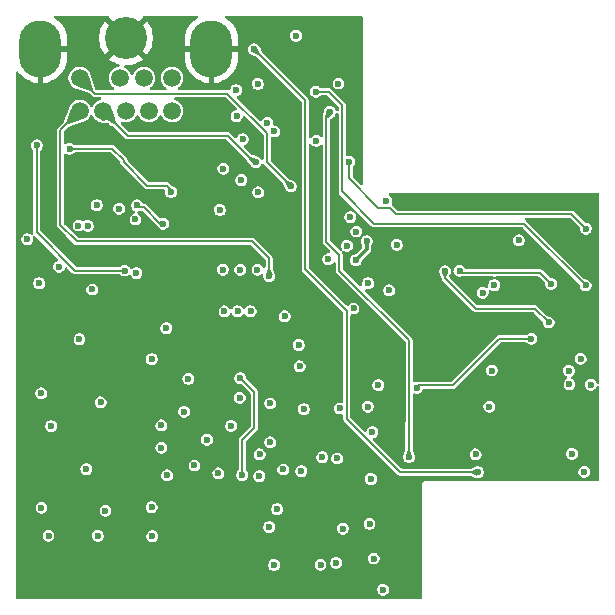
<source format=gbr>
%TF.GenerationSoftware,KiCad,Pcbnew,9.0.0*%
%TF.CreationDate,2025-11-20T17:42:52-08:00*%
%TF.ProjectId,MegaAV_VA1,4d656761-4156-45f5-9641-312e6b696361,rev?*%
%TF.SameCoordinates,Original*%
%TF.FileFunction,Copper,L2,Inr*%
%TF.FilePolarity,Positive*%
%FSLAX46Y46*%
G04 Gerber Fmt 4.6, Leading zero omitted, Abs format (unit mm)*
G04 Created by KiCad (PCBNEW 9.0.0) date 2025-11-20 17:42:52*
%MOMM*%
%LPD*%
G01*
G04 APERTURE LIST*
%TA.AperFunction,ComponentPad*%
%ADD10C,1.508000*%
%TD*%
%TA.AperFunction,ComponentPad*%
%ADD11O,3.556000X4.826000*%
%TD*%
%TA.AperFunction,ComponentPad*%
%ADD12C,3.556000*%
%TD*%
%TA.AperFunction,ViaPad*%
%ADD13C,0.600000*%
%TD*%
%TA.AperFunction,Conductor*%
%ADD14C,0.200000*%
%TD*%
%TA.AperFunction,Conductor*%
%ADD15C,0.350000*%
%TD*%
G04 APERTURE END LIST*
D10*
%TO.N,/B-OUT*%
%TO.C,CN1*%
X180453000Y-99929200D03*
%TO.N,+5V*%
X178421000Y-99929200D03*
%TO.N,/G-OUT*%
X182840600Y-99929200D03*
%TO.N,/CV-OUT*%
X180884800Y-102723200D03*
%TO.N,/CSync_OUT*%
X178929000Y-102723200D03*
%TO.N,/AUD-M*%
X175017400Y-99929200D03*
%TO.N,/R-OUT*%
X182840600Y-102723200D03*
%TO.N,/AUD-L*%
X176973200Y-102723200D03*
%TO.N,/AUD-R*%
X175017400Y-102723200D03*
D11*
%TO.N,GND*%
X171690000Y-97440000D03*
D12*
X178929000Y-96551000D03*
D11*
X186168000Y-97440000D03*
%TD*%
D13*
%TO.N,GND*%
X190327482Y-120904253D03*
X170172541Y-107471901D03*
X172662286Y-108700666D03*
X175225691Y-96064718D03*
X197891919Y-100674356D03*
X213248398Y-125209746D03*
X199590016Y-126663051D03*
%TO.N,+5V*%
X186889274Y-111095638D03*
%TO.N,/NTSC{slash}PAL*%
X170569978Y-113573614D03*
%TO.N,/CD_L*%
X210107778Y-117457777D03*
%TO.N,/CD_R*%
X209137588Y-118103133D03*
%TO.N,/SR*%
X214925000Y-117350000D03*
X207176301Y-116236499D03*
%TO.N,Net-(HPR_SL1-Pin_1)*%
X218293514Y-125885960D03*
X217729895Y-133270659D03*
%TO.N,+5V*%
X191465312Y-141155380D03*
X195550000Y-132025000D03*
X197025000Y-127900000D03*
X176462500Y-110687500D03*
X188825000Y-105100000D03*
X197650000Y-114125000D03*
X199425000Y-117300000D03*
X176075000Y-117825000D03*
X174903353Y-112417717D03*
X176784000Y-127390224D03*
X190217725Y-133631536D03*
X179733996Y-111883932D03*
X181923297Y-131231303D03*
X171575000Y-117300000D03*
X172375000Y-138675000D03*
X175578296Y-133039208D03*
X171749000Y-126625000D03*
X182339338Y-121092129D03*
X171775000Y-136300000D03*
X181923297Y-129331303D03*
%TO.N,/B-IN*%
X182414181Y-133561289D03*
X183855361Y-128181999D03*
%TO.N,GND*%
X177820000Y-117880000D03*
X170800000Y-124575000D03*
X192274286Y-132168631D03*
X202300000Y-125125000D03*
X202425000Y-110850000D03*
X192525000Y-101200000D03*
X204800000Y-127900000D03*
X194275000Y-135800000D03*
X209825000Y-130475000D03*
X201275000Y-138650000D03*
X200814519Y-127924030D03*
X177280000Y-104000000D03*
X196900000Y-120500000D03*
X201750000Y-142825000D03*
X192692823Y-142191116D03*
X201250000Y-136625000D03*
X176616729Y-112383001D03*
X193250000Y-138050000D03*
X173500000Y-138525000D03*
X196118602Y-101977998D03*
X188637443Y-122436086D03*
X192450000Y-130155000D03*
X178600000Y-124600000D03*
X199700000Y-124325000D03*
X194550000Y-117675000D03*
X190145620Y-143319483D03*
X170340000Y-116120000D03*
X197400000Y-113150000D03*
X187003511Y-124156265D03*
X189975000Y-112875000D03*
X200050000Y-117975000D03*
X185325000Y-102425000D03*
X183435489Y-108890691D03*
X190584584Y-136011170D03*
X174700000Y-110840000D03*
X170940000Y-127850000D03*
X209775000Y-126525000D03*
X187150000Y-108590000D03*
X197000000Y-125250000D03*
X176125000Y-125275000D03*
X204675000Y-110575000D03*
X213250000Y-120950000D03*
X178850000Y-122700000D03*
X176980000Y-109920000D03*
X173450000Y-123375000D03*
X217250000Y-125125000D03*
X206075000Y-120975000D03*
X180950000Y-125125000D03*
X172160000Y-112090000D03*
X190550000Y-137200000D03*
X199925000Y-135800000D03*
X187425000Y-121575000D03*
X176050000Y-120800000D03*
X198650000Y-120900000D03*
X177600000Y-138900000D03*
X171525000Y-122725000D03*
X193075000Y-127550000D03*
X206202509Y-118279022D03*
X198700000Y-139375000D03*
X179076057Y-109732146D03*
X197800000Y-116100000D03*
X197325000Y-142900000D03*
X202875000Y-114025000D03*
X209900000Y-133225000D03*
X212520237Y-115073602D03*
X203125000Y-141075000D03*
X181609574Y-110595272D03*
X179800618Y-136445143D03*
X205460938Y-129793538D03*
X202525000Y-138700000D03*
X173167032Y-113434738D03*
X199525000Y-143025000D03*
%TO.N,/PSG*%
X177190000Y-136570000D03*
X209700000Y-127750000D03*
X199675000Y-133875000D03*
%TO.N,/32X_L*%
X208538235Y-131788235D03*
X195400000Y-141130000D03*
X181160000Y-138720000D03*
%TO.N,/32X_R*%
X196725000Y-140975000D03*
X191725000Y-136425000D03*
X193775000Y-133200000D03*
X209903061Y-124692647D03*
%TO.N,/FM_R*%
X199550000Y-137680000D03*
X197300000Y-138075000D03*
%TO.N,/FM_L*%
X191050000Y-137950000D03*
X181109193Y-136259055D03*
%TO.N,/G-IN*%
X185789196Y-130539927D03*
X184725538Y-132731742D03*
%TO.N,/R-OUT*%
X189490000Y-119670000D03*
%TO.N,/G-OUT*%
X188390000Y-119670000D03*
%TO.N,/B-OUT*%
X187270000Y-119680000D03*
%TO.N,/R-IN*%
X188560124Y-126994306D03*
X186752677Y-133397464D03*
%TO.N,/CD_R*%
X176560000Y-138690000D03*
X199900000Y-140610000D03*
%TO.N,/CD_L*%
X200700000Y-143250000D03*
%TO.N,/AUD-R*%
X191050000Y-116700000D03*
%TO.N,/AUD-L*%
X189925000Y-107050000D03*
%TO.N,/AUD-M*%
X192900000Y-109100000D03*
%TO.N,Net-(C3-Pad2)*%
X194000000Y-127950000D03*
X196808477Y-132134756D03*
%TO.N,Net-(D1-A)*%
X181120000Y-123720000D03*
X174990000Y-122040000D03*
%TO.N,Net-(C16-Pad1)*%
X193637500Y-124330000D03*
X192250000Y-133070000D03*
%TO.N,Net-(C17-Pad1)*%
X191141997Y-130767131D03*
X193567500Y-122530000D03*
X191141997Y-127476399D03*
%TO.N,Net-(C18-Pad1)*%
X192370284Y-120094804D03*
X184212655Y-125402037D03*
%TO.N,Net-(SR3-Pin_1)*%
X213250000Y-122000000D03*
X203560949Y-126154897D03*
X200300000Y-125925000D03*
X201200000Y-117900000D03*
%TO.N,Net-(SL3-Pin_1)*%
X199798987Y-129904983D03*
X214725000Y-120625000D03*
X205942466Y-116284975D03*
%TO.N,Net-(C32-Pad1)*%
X190125000Y-109600000D03*
X190057916Y-116147141D03*
%TO.N,Net-(C33-Pad1)*%
X187175000Y-107600000D03*
X188605584Y-116148386D03*
%TO.N,Net-(C34-Pad1)*%
X188690000Y-108560000D03*
X187135815Y-116153369D03*
%TO.N,/SR*%
X198193456Y-119433016D03*
%TO.N,/SL*%
X212200000Y-113675000D03*
X200981953Y-110299000D03*
X197925000Y-111700000D03*
%TO.N,/V_REF*%
X190251297Y-131782674D03*
X195050000Y-105250000D03*
X199325000Y-113750000D03*
X198400000Y-115350000D03*
X196050000Y-115275000D03*
X187838566Y-129369943D03*
X199418545Y-127751195D03*
%TO.N,/HP_R*%
X189775000Y-97500000D03*
X208724265Y-133299265D03*
%TO.N,Net-(HPR_SL2-Pin_1)*%
X216698703Y-131742764D03*
X201875000Y-114050000D03*
X188250000Y-100950000D03*
%TO.N,Net-(HPL_SL2-Pin_1)*%
X198425000Y-112925000D03*
X191500000Y-104450000D03*
X216475000Y-125850000D03*
%TO.N,/HP_L*%
X202896046Y-132006824D03*
X196200000Y-102800000D03*
%TO.N,Net-(U8-LUM_OUT)*%
X196920000Y-100390000D03*
X179870000Y-110710000D03*
X193325000Y-96350000D03*
X182081007Y-112256394D03*
%TO.N,Net-(U8-CHROM_OUT)*%
X190100000Y-100425000D03*
X178350000Y-110990000D03*
X179800000Y-116440000D03*
%TO.N,Net-(U8-CVBS_OUT)*%
X171380000Y-105620000D03*
X178820000Y-116230000D03*
%TO.N,/CSync_OUT*%
X173270000Y-115900000D03*
%TO.N,Net-(MD1_PU1-A)*%
X188770563Y-133539101D03*
X188600816Y-125337580D03*
%TO.N,/NTSC{slash}PAL*%
X182741249Y-109570263D03*
X174150000Y-105910000D03*
%TO.N,/4xCLK*%
X172593296Y-129394208D03*
X175702673Y-112447633D03*
%TO.N,Net-(HPL_RES2-C)*%
X197825000Y-107000000D03*
X217875000Y-112675000D03*
X190900000Y-103700000D03*
X216437307Y-124711642D03*
%TO.N,Net-(HPR_RES2-C)*%
X188300000Y-103150000D03*
X217425000Y-123700000D03*
X217850000Y-117475000D03*
X195000000Y-101075000D03*
%TD*%
D14*
%TO.N,/NTSC{slash}PAL*%
X177770000Y-105910000D02*
X174150000Y-105910000D01*
X178760000Y-107070000D02*
X178760000Y-106900000D01*
X180740000Y-109050000D02*
X178760000Y-107070000D01*
X182741249Y-109405978D02*
X182385271Y-109050000D01*
X182385271Y-109050000D02*
X180740000Y-109050000D01*
X178760000Y-106900000D02*
X177770000Y-105910000D01*
X182741249Y-109570263D02*
X182741249Y-109405978D01*
%TO.N,/AUD-R*%
X174744157Y-113750000D02*
X189600000Y-113750000D01*
X189600000Y-113750000D02*
X191050000Y-115200000D01*
X191050000Y-115200000D02*
X191050000Y-116700000D01*
X173381438Y-112387281D02*
X174744157Y-113750000D01*
X175017400Y-102723200D02*
X173381438Y-104359162D01*
X173381438Y-104359162D02*
X173381438Y-112387281D01*
D15*
%TO.N,/V_REF*%
X199325000Y-114425000D02*
X199325000Y-113750000D01*
X198400000Y-115350000D02*
X199325000Y-114425000D01*
D14*
%TO.N,/SR*%
X214000000Y-116425000D02*
X207364802Y-116425000D01*
X207364802Y-116425000D02*
X207176301Y-116236499D01*
X214925000Y-117350000D02*
X214000000Y-116425000D01*
%TO.N,/AUD-L*%
X187550000Y-104825000D02*
X179075000Y-104825000D01*
X189775000Y-107050000D02*
X187550000Y-104825000D01*
X179075000Y-104825000D02*
X176973200Y-102723200D01*
X189925000Y-107050000D02*
X189775000Y-107050000D01*
%TO.N,/AUD-M*%
X176338200Y-101250000D02*
X175017400Y-99929200D01*
X190875000Y-107075000D02*
X190875000Y-104600000D01*
X187525000Y-101250000D02*
X176338200Y-101250000D01*
X192900000Y-109100000D02*
X190875000Y-107075000D01*
X190875000Y-104600000D02*
X187525000Y-101250000D01*
%TO.N,Net-(SR3-Pin_1)*%
X206600000Y-125950000D02*
X210550000Y-122000000D01*
X210550000Y-122000000D02*
X213250000Y-122000000D01*
X203765846Y-125950000D02*
X206600000Y-125950000D01*
X203560949Y-126154897D02*
X203765846Y-125950000D01*
%TO.N,Net-(SL3-Pin_1)*%
X208550000Y-119450000D02*
X205950000Y-116850000D01*
X205950000Y-116850000D02*
X205950000Y-116250000D01*
X213550000Y-119450000D02*
X208550000Y-119450000D01*
X214725000Y-120625000D02*
X213550000Y-119450000D01*
%TO.N,/HP_R*%
X202149265Y-133299265D02*
X208724265Y-133299265D01*
X197625000Y-128775000D02*
X202149265Y-133299265D01*
X194100000Y-101825000D02*
X194100000Y-116100000D01*
X194100000Y-116100000D02*
X197625000Y-119625000D01*
X197625000Y-119625000D02*
X197625000Y-128775000D01*
X189775000Y-97500000D02*
X194100000Y-101825000D01*
%TO.N,/HP_L*%
X202901000Y-122126000D02*
X197000000Y-116225000D01*
X197000000Y-114925000D02*
X195900000Y-113825000D01*
X197000000Y-116225000D02*
X197000000Y-114925000D01*
X195900000Y-103225000D02*
X196325000Y-102800000D01*
X202896046Y-132006824D02*
X202896046Y-129105954D01*
X202896046Y-129105954D02*
X202901000Y-129101000D01*
X195900000Y-113825000D02*
X195900000Y-103225000D01*
X196325000Y-102800000D02*
X196200000Y-102800000D01*
X202901000Y-129101000D02*
X202901000Y-122126000D01*
%TO.N,Net-(U8-LUM_OUT)*%
X181829963Y-112256394D02*
X180425018Y-110851449D01*
X180011449Y-110851449D02*
X179870000Y-110710000D01*
X182081007Y-112256394D02*
X181829963Y-112256394D01*
X180425018Y-110851449D02*
X180011449Y-110851449D01*
%TO.N,Net-(U8-CVBS_OUT)*%
X178820000Y-116230000D02*
X174620000Y-116230000D01*
X171380000Y-112990000D02*
X171380000Y-105620000D01*
X174620000Y-116230000D02*
X171380000Y-112990000D01*
%TO.N,Net-(MD1_PU1-A)*%
X188770563Y-133539101D02*
X188770563Y-130561769D01*
X189790928Y-126527692D02*
X188600816Y-125337580D01*
X188770563Y-130561769D02*
X189790928Y-129541404D01*
X189790928Y-129541404D02*
X189790928Y-126527692D01*
%TO.N,Net-(HPL_RES2-C)*%
X217875000Y-112675000D02*
X216650000Y-111450000D01*
X216650000Y-111450000D02*
X201799943Y-111450000D01*
X201799943Y-111450000D02*
X201248943Y-110899000D01*
X197825000Y-108432100D02*
X197825000Y-107000000D01*
X200291900Y-110899000D02*
X197825000Y-108432100D01*
X201248943Y-110899000D02*
X200291900Y-110899000D01*
%TO.N,Net-(HPR_RES2-C)*%
X199950000Y-112250000D02*
X197224000Y-109524000D01*
X196124943Y-101100000D02*
X195025000Y-101100000D01*
X212625000Y-112250000D02*
X199950000Y-112250000D01*
X197224000Y-102199057D02*
X196124943Y-101100000D01*
X217850000Y-117475000D02*
X212625000Y-112250000D01*
X197224000Y-109524000D02*
X197224000Y-102199057D01*
%TD*%
%TA.AperFunction,Conductor*%
%TO.N,GND*%
G36*
X177381026Y-94635886D02*
G01*
X177448050Y-94655615D01*
X177493770Y-94708450D01*
X177504676Y-94767994D01*
X177504360Y-94772806D01*
X178224556Y-95493002D01*
X178101651Y-95582298D01*
X177960298Y-95723651D01*
X177871002Y-95846556D01*
X177150807Y-95126361D01*
X177150806Y-95126361D01*
X177030851Y-95282690D01*
X176881541Y-95541301D01*
X176881534Y-95541315D01*
X176767267Y-95817182D01*
X176689976Y-96105634D01*
X176651001Y-96401681D01*
X176651000Y-96401698D01*
X176651000Y-96700301D01*
X176651001Y-96700318D01*
X176689976Y-96996365D01*
X176767267Y-97284817D01*
X176881534Y-97560684D01*
X176881541Y-97560698D01*
X177030844Y-97819298D01*
X177030849Y-97819305D01*
X177150807Y-97975637D01*
X177871001Y-97255443D01*
X177960298Y-97378349D01*
X178101651Y-97519702D01*
X178224555Y-97608997D01*
X177504361Y-98329191D01*
X177660694Y-98449150D01*
X177660701Y-98449155D01*
X177919301Y-98598458D01*
X177919315Y-98598465D01*
X178195182Y-98712732D01*
X178298778Y-98740491D01*
X178358438Y-98776856D01*
X178388967Y-98839703D01*
X178380672Y-98909079D01*
X178336187Y-98962957D01*
X178290875Y-98981883D01*
X178142590Y-99011379D01*
X178142578Y-99011382D01*
X177968881Y-99083329D01*
X177968868Y-99083336D01*
X177812542Y-99187791D01*
X177812538Y-99187794D01*
X177679594Y-99320738D01*
X177679591Y-99320742D01*
X177575136Y-99477068D01*
X177575129Y-99477081D01*
X177503182Y-99650778D01*
X177503179Y-99650790D01*
X177466500Y-99835185D01*
X177466500Y-100023214D01*
X177503179Y-100207609D01*
X177503182Y-100207621D01*
X177575129Y-100381318D01*
X177575136Y-100381331D01*
X177679591Y-100537657D01*
X177679594Y-100537661D01*
X177812538Y-100670605D01*
X177812542Y-100670608D01*
X177890050Y-100722398D01*
X177934855Y-100776010D01*
X177943562Y-100845335D01*
X177913407Y-100908363D01*
X177853964Y-100945082D01*
X177821159Y-100949500D01*
X176514033Y-100949500D01*
X176484592Y-100940855D01*
X176454606Y-100934332D01*
X176449590Y-100930577D01*
X176446994Y-100929815D01*
X176426352Y-100913181D01*
X176347217Y-100834046D01*
X176317569Y-100786489D01*
X176315287Y-100779815D01*
X175954664Y-99725283D01*
X175954658Y-99725273D01*
X175952646Y-99720652D01*
X175953351Y-99720344D01*
X175943705Y-99693447D01*
X175935219Y-99650783D01*
X175905987Y-99580211D01*
X175863270Y-99477081D01*
X175863263Y-99477068D01*
X175758808Y-99320742D01*
X175758805Y-99320738D01*
X175625861Y-99187794D01*
X175625857Y-99187791D01*
X175469531Y-99083336D01*
X175469518Y-99083329D01*
X175295821Y-99011382D01*
X175295809Y-99011379D01*
X175111413Y-98974700D01*
X175111410Y-98974700D01*
X174923390Y-98974700D01*
X174923387Y-98974700D01*
X174738990Y-99011379D01*
X174738978Y-99011382D01*
X174565281Y-99083329D01*
X174565268Y-99083336D01*
X174408942Y-99187791D01*
X174408938Y-99187794D01*
X174275994Y-99320738D01*
X174275991Y-99320742D01*
X174171536Y-99477068D01*
X174171529Y-99477081D01*
X174099582Y-99650778D01*
X174099579Y-99650790D01*
X174062900Y-99835185D01*
X174062900Y-100023214D01*
X174099579Y-100207609D01*
X174099582Y-100207621D01*
X174171529Y-100381318D01*
X174171536Y-100381331D01*
X174275991Y-100537657D01*
X174275994Y-100537661D01*
X174408938Y-100670605D01*
X174408942Y-100670608D01*
X174565268Y-100775063D01*
X174565281Y-100775070D01*
X174658558Y-100813706D01*
X174738983Y-100847019D01*
X174781351Y-100855446D01*
X174808597Y-100864235D01*
X174813470Y-100866456D01*
X174813483Y-100866464D01*
X175874687Y-101229368D01*
X175922245Y-101259016D01*
X176097740Y-101434511D01*
X176153689Y-101490460D01*
X176153691Y-101490461D01*
X176153695Y-101490464D01*
X176181142Y-101506310D01*
X176222211Y-101530021D01*
X176298638Y-101550500D01*
X176717162Y-101550500D01*
X176784201Y-101570185D01*
X176829956Y-101622989D01*
X176839900Y-101692147D01*
X176810875Y-101755703D01*
X176752097Y-101793477D01*
X176741354Y-101796117D01*
X176694788Y-101805379D01*
X176694778Y-101805382D01*
X176521081Y-101877329D01*
X176521068Y-101877336D01*
X176364742Y-101981791D01*
X176364738Y-101981794D01*
X176231794Y-102114738D01*
X176231791Y-102114742D01*
X176127336Y-102271068D01*
X176127329Y-102271081D01*
X176109861Y-102313255D01*
X176066020Y-102367659D01*
X175999726Y-102389724D01*
X175932027Y-102372445D01*
X175884416Y-102321308D01*
X175880739Y-102313255D01*
X175863270Y-102271081D01*
X175863263Y-102271068D01*
X175758808Y-102114742D01*
X175758805Y-102114738D01*
X175625861Y-101981794D01*
X175625857Y-101981791D01*
X175469531Y-101877336D01*
X175469518Y-101877329D01*
X175295821Y-101805382D01*
X175295809Y-101805379D01*
X175111413Y-101768700D01*
X175111410Y-101768700D01*
X174923390Y-101768700D01*
X174923387Y-101768700D01*
X174738990Y-101805379D01*
X174738978Y-101805382D01*
X174565281Y-101877329D01*
X174565268Y-101877336D01*
X174408942Y-101981791D01*
X174408938Y-101981794D01*
X174275994Y-102114738D01*
X174275991Y-102114742D01*
X174171536Y-102271068D01*
X174171529Y-102271081D01*
X174099582Y-102444778D01*
X174099580Y-102444785D01*
X174091155Y-102487139D01*
X174082371Y-102514372D01*
X174080134Y-102519278D01*
X173717227Y-103580491D01*
X173687579Y-103628048D01*
X173196927Y-104118702D01*
X173140979Y-104174649D01*
X173140973Y-104174657D01*
X173101420Y-104243166D01*
X173101417Y-104243171D01*
X173087764Y-104294124D01*
X173080938Y-104319600D01*
X173080938Y-112426843D01*
X173087031Y-112449581D01*
X173101417Y-112503272D01*
X173101419Y-112503275D01*
X173136308Y-112563703D01*
X173136308Y-112563706D01*
X173136310Y-112563706D01*
X173136311Y-112563708D01*
X173140050Y-112570185D01*
X173140980Y-112571795D01*
X173851028Y-113281842D01*
X174559646Y-113990460D01*
X174628169Y-114030022D01*
X174704595Y-114050500D01*
X174783719Y-114050500D01*
X189424167Y-114050500D01*
X189491206Y-114070185D01*
X189511848Y-114086819D01*
X190713181Y-115288152D01*
X190746666Y-115349475D01*
X190749500Y-115375833D01*
X190749500Y-115881224D01*
X190729815Y-115948263D01*
X190677011Y-115994018D01*
X190607853Y-116003962D01*
X190544297Y-115974937D01*
X190518113Y-115943225D01*
X190510005Y-115929182D01*
X190458416Y-115839827D01*
X190365230Y-115746641D01*
X190296248Y-115706814D01*
X190251103Y-115680749D01*
X190163648Y-115657316D01*
X190123808Y-115646641D01*
X189992024Y-115646641D01*
X189864728Y-115680749D01*
X189750602Y-115746641D01*
X189750599Y-115746643D01*
X189657418Y-115839824D01*
X189657416Y-115839827D01*
X189591524Y-115953953D01*
X189568602Y-116039502D01*
X189557416Y-116081249D01*
X189557416Y-116213033D01*
X189572563Y-116269562D01*
X189591524Y-116340328D01*
X189611118Y-116374265D01*
X189657416Y-116454455D01*
X189750602Y-116547641D01*
X189864730Y-116613533D01*
X189992024Y-116647641D01*
X189992026Y-116647641D01*
X190123806Y-116647641D01*
X190123808Y-116647641D01*
X190251102Y-116613533D01*
X190363503Y-116548637D01*
X190431399Y-116532166D01*
X190497426Y-116555018D01*
X190540617Y-116609939D01*
X190549500Y-116656026D01*
X190549500Y-116765892D01*
X190562171Y-116813181D01*
X190583608Y-116893187D01*
X190606543Y-116932910D01*
X190649500Y-117007314D01*
X190742686Y-117100500D01*
X190856814Y-117166392D01*
X190984108Y-117200500D01*
X190984110Y-117200500D01*
X191115890Y-117200500D01*
X191115892Y-117200500D01*
X191243186Y-117166392D01*
X191357314Y-117100500D01*
X191450500Y-117007314D01*
X191516392Y-116893186D01*
X191550500Y-116765892D01*
X191550500Y-116634108D01*
X191536135Y-116580497D01*
X191532801Y-116558661D01*
X191523158Y-116532065D01*
X191516392Y-116506814D01*
X191515859Y-116505891D01*
X191515435Y-116505156D01*
X191506243Y-116485415D01*
X191497275Y-116460682D01*
X191357926Y-116076350D01*
X191350500Y-116034083D01*
X191350500Y-115160438D01*
X191350499Y-115160435D01*
X191349530Y-115156817D01*
X191349529Y-115156815D01*
X191349528Y-115156812D01*
X191330022Y-115084012D01*
X191290460Y-115015489D01*
X190544434Y-114269463D01*
X189784515Y-113509543D01*
X189784511Y-113509540D01*
X189781362Y-113507722D01*
X189736488Y-113481814D01*
X189715990Y-113469979D01*
X189688858Y-113462709D01*
X189639562Y-113449500D01*
X189639560Y-113449500D01*
X174919990Y-113449500D01*
X174852951Y-113429815D01*
X174832309Y-113413181D01*
X173770953Y-112351825D01*
X174402853Y-112351825D01*
X174402853Y-112483609D01*
X174410868Y-112513523D01*
X174436961Y-112610904D01*
X174463512Y-112656891D01*
X174502853Y-112725031D01*
X174596039Y-112818217D01*
X174710167Y-112884109D01*
X174837461Y-112918217D01*
X174837463Y-112918217D01*
X174969243Y-112918217D01*
X174969245Y-112918217D01*
X175096539Y-112884109D01*
X175210667Y-112818217D01*
X175210674Y-112818209D01*
X175211960Y-112817224D01*
X175213249Y-112816725D01*
X175217705Y-112814153D01*
X175218105Y-112814847D01*
X175277127Y-112792023D01*
X175345573Y-112806055D01*
X175375137Y-112827911D01*
X175395359Y-112848133D01*
X175509487Y-112914025D01*
X175636781Y-112948133D01*
X175636783Y-112948133D01*
X175768563Y-112948133D01*
X175768565Y-112948133D01*
X175895859Y-112914025D01*
X176009987Y-112848133D01*
X176103173Y-112754947D01*
X176169065Y-112640819D01*
X176203173Y-112513525D01*
X176203173Y-112381741D01*
X176169065Y-112254447D01*
X176103173Y-112140319D01*
X176009987Y-112047133D01*
X175941017Y-112007313D01*
X175895860Y-111981241D01*
X175832212Y-111964187D01*
X175768565Y-111947133D01*
X175636781Y-111947133D01*
X175509486Y-111981241D01*
X175395352Y-112047137D01*
X175394045Y-112048141D01*
X175392744Y-112048643D01*
X175388322Y-112051197D01*
X175387923Y-112050506D01*
X175328873Y-112073328D01*
X175260430Y-112059282D01*
X175230888Y-112037438D01*
X175210669Y-112017219D01*
X175210667Y-112017217D01*
X175128849Y-111969979D01*
X175096540Y-111951325D01*
X175064279Y-111942681D01*
X174969245Y-111917217D01*
X174837461Y-111917217D01*
X174710165Y-111951325D01*
X174596039Y-112017217D01*
X174596036Y-112017219D01*
X174502855Y-112110400D01*
X174502853Y-112110403D01*
X174436961Y-112224529D01*
X174410768Y-112322284D01*
X174402853Y-112351825D01*
X173770953Y-112351825D01*
X173718257Y-112299129D01*
X173684772Y-112237806D01*
X173681938Y-112211448D01*
X173681938Y-111818040D01*
X179233496Y-111818040D01*
X179233496Y-111949824D01*
X179248900Y-112007313D01*
X179267604Y-112077119D01*
X179286819Y-112110400D01*
X179333496Y-112191246D01*
X179426682Y-112284432D01*
X179540810Y-112350324D01*
X179668104Y-112384432D01*
X179668106Y-112384432D01*
X179799886Y-112384432D01*
X179799888Y-112384432D01*
X179927182Y-112350324D01*
X180041310Y-112284432D01*
X180134496Y-112191246D01*
X180200388Y-112077118D01*
X180234496Y-111949824D01*
X180234496Y-111818040D01*
X180200388Y-111690746D01*
X180134496Y-111576618D01*
X180041310Y-111483432D01*
X179988180Y-111452757D01*
X179944266Y-111427403D01*
X179931457Y-111413969D01*
X179915496Y-111404495D01*
X179907846Y-111389206D01*
X179896051Y-111376835D01*
X179892538Y-111358610D01*
X179884233Y-111342010D01*
X179886063Y-111325012D01*
X179882829Y-111308228D01*
X179889727Y-111290996D01*
X179891715Y-111272542D01*
X179902443Y-111259234D01*
X179908797Y-111243363D01*
X179923917Y-111232596D01*
X179935566Y-111218147D01*
X179960355Y-111206650D01*
X179965712Y-111202836D01*
X179967130Y-111202354D01*
X179970595Y-111201201D01*
X180063186Y-111176392D01*
X180087656Y-111162263D01*
X180099612Y-111158287D01*
X180117462Y-111157652D01*
X180138749Y-111151949D01*
X180249185Y-111151949D01*
X180316224Y-111171634D01*
X180336866Y-111188268D01*
X181625524Y-112476926D01*
X181645230Y-112502607D01*
X181680507Y-112563708D01*
X181773693Y-112656894D01*
X181887821Y-112722786D01*
X182015115Y-112756894D01*
X182015117Y-112756894D01*
X182146897Y-112756894D01*
X182146899Y-112756894D01*
X182274193Y-112722786D01*
X182388321Y-112656894D01*
X182481507Y-112563708D01*
X182547399Y-112449580D01*
X182581507Y-112322286D01*
X182581507Y-112190502D01*
X182547399Y-112063208D01*
X182540065Y-112050506D01*
X182516414Y-112009541D01*
X182481507Y-111949080D01*
X182388321Y-111855894D01*
X182322756Y-111818040D01*
X182274194Y-111790002D01*
X182184212Y-111765892D01*
X182146899Y-111755894D01*
X182015115Y-111755894D01*
X181887821Y-111790002D01*
X181887819Y-111790003D01*
X181879971Y-111792106D01*
X181879140Y-111789005D01*
X181824595Y-111794823D01*
X181762142Y-111763496D01*
X181759033Y-111760493D01*
X181028286Y-111029746D01*
X186388774Y-111029746D01*
X186388774Y-111161530D01*
X186398948Y-111199500D01*
X186422882Y-111288825D01*
X186434085Y-111308228D01*
X186488774Y-111402952D01*
X186581960Y-111496138D01*
X186696088Y-111562030D01*
X186823382Y-111596138D01*
X186823384Y-111596138D01*
X186955164Y-111596138D01*
X186955166Y-111596138D01*
X187082460Y-111562030D01*
X187196588Y-111496138D01*
X187289774Y-111402952D01*
X187355666Y-111288824D01*
X187389774Y-111161530D01*
X187389774Y-111029746D01*
X187355666Y-110902452D01*
X187289774Y-110788324D01*
X187196588Y-110695138D01*
X187108202Y-110644108D01*
X187082461Y-110629246D01*
X187014323Y-110610989D01*
X186955166Y-110595138D01*
X186823382Y-110595138D01*
X186696086Y-110629246D01*
X186581960Y-110695138D01*
X186581957Y-110695140D01*
X186488776Y-110788321D01*
X186488774Y-110788324D01*
X186422882Y-110902450D01*
X186398134Y-110994813D01*
X186388774Y-111029746D01*
X181028286Y-111029746D01*
X180609528Y-110610988D01*
X180595550Y-110602918D01*
X180595548Y-110602917D01*
X180582074Y-110595138D01*
X180541007Y-110571428D01*
X180464580Y-110550949D01*
X180410600Y-110550949D01*
X180394147Y-110546326D01*
X180378435Y-110536485D01*
X180360652Y-110531264D01*
X180346648Y-110516578D01*
X180334932Y-110509240D01*
X180330327Y-110499461D01*
X180320304Y-110488949D01*
X180270500Y-110402686D01*
X180177314Y-110309500D01*
X180120250Y-110276554D01*
X180063187Y-110243608D01*
X179979214Y-110221108D01*
X179935892Y-110209500D01*
X179804108Y-110209500D01*
X179676812Y-110243608D01*
X179562686Y-110309500D01*
X179562683Y-110309502D01*
X179469502Y-110402683D01*
X179469500Y-110402686D01*
X179403608Y-110516812D01*
X179380537Y-110602918D01*
X179369500Y-110644108D01*
X179369500Y-110775892D01*
X179375106Y-110796814D01*
X179403608Y-110903187D01*
X179436554Y-110960250D01*
X179469500Y-111017314D01*
X179562686Y-111110500D01*
X179645455Y-111158287D01*
X179659729Y-111166528D01*
X179707944Y-111217096D01*
X179721166Y-111285703D01*
X179695198Y-111350567D01*
X179638284Y-111391095D01*
X179629826Y-111393688D01*
X179605747Y-111400140D01*
X179540808Y-111417540D01*
X179426682Y-111483432D01*
X179426679Y-111483434D01*
X179333498Y-111576615D01*
X179333496Y-111576618D01*
X179267604Y-111690744D01*
X179241276Y-111789005D01*
X179233496Y-111818040D01*
X173681938Y-111818040D01*
X173681938Y-110621608D01*
X175962000Y-110621608D01*
X175962000Y-110753391D01*
X175996108Y-110880687D01*
X176009098Y-110903186D01*
X176062000Y-110994814D01*
X176155186Y-111088000D01*
X176227612Y-111129815D01*
X176265948Y-111151949D01*
X176269314Y-111153892D01*
X176396608Y-111188000D01*
X176396610Y-111188000D01*
X176528390Y-111188000D01*
X176528392Y-111188000D01*
X176655686Y-111153892D01*
X176769814Y-111088000D01*
X176863000Y-110994814D01*
X176903822Y-110924108D01*
X177849500Y-110924108D01*
X177849500Y-111055892D01*
X177858103Y-111087999D01*
X177883608Y-111183187D01*
X177903186Y-111217096D01*
X177949500Y-111297314D01*
X178042686Y-111390500D01*
X178156814Y-111456392D01*
X178284108Y-111490500D01*
X178284110Y-111490500D01*
X178415890Y-111490500D01*
X178415892Y-111490500D01*
X178543186Y-111456392D01*
X178657314Y-111390500D01*
X178750500Y-111297314D01*
X178816392Y-111183186D01*
X178850500Y-111055892D01*
X178850500Y-110924108D01*
X178816392Y-110796814D01*
X178750500Y-110682686D01*
X178657314Y-110589500D01*
X178582535Y-110546326D01*
X178543187Y-110523608D01*
X178433858Y-110494314D01*
X178415892Y-110489500D01*
X178284108Y-110489500D01*
X178156812Y-110523608D01*
X178042686Y-110589500D01*
X178042683Y-110589502D01*
X177949502Y-110682683D01*
X177949500Y-110682686D01*
X177883608Y-110796812D01*
X177855303Y-110902450D01*
X177849500Y-110924108D01*
X176903822Y-110924108D01*
X176928892Y-110880686D01*
X176963000Y-110753392D01*
X176963000Y-110621608D01*
X176928892Y-110494314D01*
X176927663Y-110492186D01*
X176892487Y-110431259D01*
X176863000Y-110380186D01*
X176769814Y-110287000D01*
X176694657Y-110243608D01*
X176655687Y-110221108D01*
X176592039Y-110204054D01*
X176528392Y-110187000D01*
X176396608Y-110187000D01*
X176269312Y-110221108D01*
X176155186Y-110287000D01*
X176155183Y-110287002D01*
X176062002Y-110380183D01*
X176062000Y-110380186D01*
X175996108Y-110494312D01*
X175962000Y-110621608D01*
X173681938Y-110621608D01*
X173681938Y-106432466D01*
X173701623Y-106365427D01*
X173754427Y-106319672D01*
X173823585Y-106309728D01*
X173867935Y-106325077D01*
X173956814Y-106376392D01*
X174084108Y-106410500D01*
X174084110Y-106410500D01*
X174215890Y-106410500D01*
X174215892Y-106410500D01*
X174343186Y-106376392D01*
X174457314Y-106310500D01*
X174520995Y-106246819D01*
X174582318Y-106213334D01*
X174608676Y-106210500D01*
X177594167Y-106210500D01*
X177661206Y-106230185D01*
X177681848Y-106246819D01*
X178423181Y-106988152D01*
X178456027Y-107046690D01*
X178459500Y-107061053D01*
X178459500Y-107109562D01*
X178479979Y-107185989D01*
X178487780Y-107199500D01*
X178496719Y-107214983D01*
X178496720Y-107214986D01*
X178519537Y-107254507D01*
X178519539Y-107254510D01*
X178519540Y-107254511D01*
X180499540Y-109234511D01*
X180555489Y-109290460D01*
X180555491Y-109290461D01*
X180555495Y-109290464D01*
X180589676Y-109310198D01*
X180624011Y-109330021D01*
X180700438Y-109350500D01*
X182120379Y-109350500D01*
X182187418Y-109370185D01*
X182233173Y-109422989D01*
X182243117Y-109492147D01*
X182240999Y-109502471D01*
X182240749Y-109504369D01*
X182240749Y-109504371D01*
X182240749Y-109636155D01*
X182248717Y-109665891D01*
X182274857Y-109763450D01*
X182292026Y-109793187D01*
X182340749Y-109877577D01*
X182433935Y-109970763D01*
X182548063Y-110036655D01*
X182675357Y-110070763D01*
X182675359Y-110070763D01*
X182807139Y-110070763D01*
X182807141Y-110070763D01*
X182934435Y-110036655D01*
X183048563Y-109970763D01*
X183141749Y-109877577D01*
X183207641Y-109763449D01*
X183241749Y-109636155D01*
X183241749Y-109534108D01*
X189624500Y-109534108D01*
X189624500Y-109665892D01*
X189627003Y-109675233D01*
X189658608Y-109793187D01*
X189680624Y-109831319D01*
X189724500Y-109907314D01*
X189817686Y-110000500D01*
X189931814Y-110066392D01*
X190059108Y-110100500D01*
X190059110Y-110100500D01*
X190190890Y-110100500D01*
X190190892Y-110100500D01*
X190318186Y-110066392D01*
X190432314Y-110000500D01*
X190525500Y-109907314D01*
X190591392Y-109793186D01*
X190625500Y-109665892D01*
X190625500Y-109534108D01*
X190591392Y-109406814D01*
X190525500Y-109292686D01*
X190432314Y-109199500D01*
X190373073Y-109165297D01*
X190318187Y-109133608D01*
X190228138Y-109109480D01*
X190190892Y-109099500D01*
X190059108Y-109099500D01*
X189931812Y-109133608D01*
X189817686Y-109199500D01*
X189817683Y-109199502D01*
X189724502Y-109292683D01*
X189724500Y-109292686D01*
X189658608Y-109406812D01*
X189650828Y-109435848D01*
X189624500Y-109534108D01*
X183241749Y-109534108D01*
X183241749Y-109504371D01*
X183207641Y-109377077D01*
X183141749Y-109262949D01*
X183048563Y-109169763D01*
X182982670Y-109131719D01*
X182934434Y-109103870D01*
X182870464Y-109086729D01*
X182814878Y-109054636D01*
X182569783Y-108809541D01*
X182569775Y-108809535D01*
X182501266Y-108769982D01*
X182501261Y-108769979D01*
X182472304Y-108762220D01*
X182424833Y-108749500D01*
X182424831Y-108749500D01*
X180915833Y-108749500D01*
X180886392Y-108740855D01*
X180856406Y-108734332D01*
X180851390Y-108730577D01*
X180848794Y-108729815D01*
X180828152Y-108713181D01*
X180609079Y-108494108D01*
X188189500Y-108494108D01*
X188189500Y-108625892D01*
X188194356Y-108644016D01*
X188223608Y-108753187D01*
X188246413Y-108792686D01*
X188289500Y-108867314D01*
X188382686Y-108960500D01*
X188496814Y-109026392D01*
X188624108Y-109060500D01*
X188624110Y-109060500D01*
X188755890Y-109060500D01*
X188755892Y-109060500D01*
X188883186Y-109026392D01*
X188997314Y-108960500D01*
X189090500Y-108867314D01*
X189156392Y-108753186D01*
X189190500Y-108625892D01*
X189190500Y-108494108D01*
X189156392Y-108366814D01*
X189090500Y-108252686D01*
X188997314Y-108159500D01*
X188940250Y-108126554D01*
X188883187Y-108093608D01*
X188819539Y-108076554D01*
X188755892Y-108059500D01*
X188624108Y-108059500D01*
X188496812Y-108093608D01*
X188382686Y-108159500D01*
X188382683Y-108159502D01*
X188289502Y-108252683D01*
X188289500Y-108252686D01*
X188223608Y-108366812D01*
X188206129Y-108432046D01*
X188189500Y-108494108D01*
X180609079Y-108494108D01*
X179649079Y-107534108D01*
X186674500Y-107534108D01*
X186674500Y-107665891D01*
X186708608Y-107793187D01*
X186741554Y-107850250D01*
X186774500Y-107907314D01*
X186867686Y-108000500D01*
X186981814Y-108066392D01*
X187109108Y-108100500D01*
X187109110Y-108100500D01*
X187240890Y-108100500D01*
X187240892Y-108100500D01*
X187368186Y-108066392D01*
X187482314Y-108000500D01*
X187575500Y-107907314D01*
X187641392Y-107793186D01*
X187675500Y-107665892D01*
X187675500Y-107534108D01*
X187641392Y-107406814D01*
X187575500Y-107292686D01*
X187482314Y-107199500D01*
X187423379Y-107165474D01*
X187368187Y-107133608D01*
X187278444Y-107109562D01*
X187240892Y-107099500D01*
X187109108Y-107099500D01*
X186981812Y-107133608D01*
X186867686Y-107199500D01*
X186867683Y-107199502D01*
X186774502Y-107292683D01*
X186774500Y-107292686D01*
X186708608Y-107406812D01*
X186674500Y-107534108D01*
X179649079Y-107534108D01*
X179096819Y-106981848D01*
X179063334Y-106920525D01*
X179060500Y-106894167D01*
X179060500Y-106860439D01*
X179053397Y-106833930D01*
X179040021Y-106784011D01*
X179016162Y-106742686D01*
X179000464Y-106715495D01*
X179000458Y-106715487D01*
X177954513Y-105669542D01*
X177954511Y-105669540D01*
X177948629Y-105666144D01*
X177885991Y-105629980D01*
X177885990Y-105629979D01*
X177848729Y-105619995D01*
X177809562Y-105609500D01*
X177809560Y-105609500D01*
X174608676Y-105609500D01*
X174541637Y-105589815D01*
X174520995Y-105573181D01*
X174457316Y-105509502D01*
X174457314Y-105509500D01*
X174399313Y-105476013D01*
X174343187Y-105443608D01*
X174279539Y-105426554D01*
X174215892Y-105409500D01*
X174084108Y-105409500D01*
X173956814Y-105443608D01*
X173956813Y-105443608D01*
X173956811Y-105443609D01*
X173956810Y-105443609D01*
X173867938Y-105494920D01*
X173800038Y-105511393D01*
X173734011Y-105488540D01*
X173690820Y-105433619D01*
X173681938Y-105387533D01*
X173681938Y-104534994D01*
X173701623Y-104467955D01*
X173718253Y-104447317D01*
X174112555Y-104053014D01*
X174160109Y-104023369D01*
X175221316Y-103660464D01*
X175221330Y-103660456D01*
X175225949Y-103658445D01*
X175226258Y-103659154D01*
X175253153Y-103649505D01*
X175295817Y-103641019D01*
X175469525Y-103569067D01*
X175625858Y-103464608D01*
X175758808Y-103331658D01*
X175863267Y-103175325D01*
X175880739Y-103133141D01*
X175924579Y-103078741D01*
X175990873Y-103056675D01*
X176058572Y-103073954D01*
X176106183Y-103125090D01*
X176109852Y-103133123D01*
X176127330Y-103175318D01*
X176127334Y-103175327D01*
X176127336Y-103175331D01*
X176231791Y-103331657D01*
X176231794Y-103331661D01*
X176364738Y-103464605D01*
X176364742Y-103464608D01*
X176521068Y-103569063D01*
X176521081Y-103569070D01*
X176614358Y-103607706D01*
X176694783Y-103641019D01*
X176722305Y-103646493D01*
X176737143Y-103649445D01*
X176764386Y-103658232D01*
X176769279Y-103660462D01*
X176769283Y-103660465D01*
X176995424Y-103737799D01*
X177002106Y-103739957D01*
X177002862Y-103740187D01*
X177089477Y-103747329D01*
X177098356Y-103746161D01*
X177135127Y-103733681D01*
X177142829Y-103731346D01*
X177206774Y-103714213D01*
X177225391Y-103709225D01*
X177257483Y-103705000D01*
X177302518Y-103705000D01*
X177334603Y-103709223D01*
X177378096Y-103720876D01*
X177408001Y-103733263D01*
X177446995Y-103755777D01*
X177472669Y-103775477D01*
X177504516Y-103807324D01*
X177524219Y-103833001D01*
X177545087Y-103869145D01*
X177592509Y-103925103D01*
X177592511Y-103925104D01*
X177592513Y-103925107D01*
X177598237Y-103929815D01*
X177598855Y-103930323D01*
X177662907Y-103966060D01*
X177830487Y-104023368D01*
X177878045Y-104053016D01*
X178834540Y-105009511D01*
X178890489Y-105065460D01*
X178890491Y-105065461D01*
X178890495Y-105065464D01*
X178959004Y-105105017D01*
X178959011Y-105105021D01*
X179035438Y-105125500D01*
X179114562Y-105125500D01*
X187374167Y-105125500D01*
X187441206Y-105145185D01*
X187461848Y-105161819D01*
X189192241Y-106892212D01*
X189207042Y-106911612D01*
X189207499Y-106911290D01*
X189501290Y-107326169D01*
X189505112Y-107330611D01*
X189504773Y-107330902D01*
X189521821Y-107352676D01*
X189524496Y-107357308D01*
X189524499Y-107357313D01*
X189524500Y-107357314D01*
X189617686Y-107450500D01*
X189731814Y-107516392D01*
X189859108Y-107550500D01*
X189859110Y-107550500D01*
X189990890Y-107550500D01*
X189990892Y-107550500D01*
X190118186Y-107516392D01*
X190232314Y-107450500D01*
X190325500Y-107357314D01*
X190391392Y-107243186D01*
X190392799Y-107239788D01*
X190394756Y-107237358D01*
X190395456Y-107236147D01*
X190395644Y-107236256D01*
X190401709Y-107228729D01*
X190406354Y-107215309D01*
X190423195Y-107202064D01*
X190436637Y-107185382D01*
X190450110Y-107180896D01*
X190461274Y-107172117D01*
X190482603Y-107170079D01*
X190502930Y-107163313D01*
X190516689Y-107166824D01*
X190530827Y-107165474D01*
X190549872Y-107175291D01*
X190570630Y-107180589D01*
X190581516Y-107191604D01*
X190592931Y-107197489D01*
X190614747Y-107225229D01*
X190625113Y-107243183D01*
X190625114Y-107243186D01*
X190625115Y-107243186D01*
X190634539Y-107259509D01*
X190634541Y-107259512D01*
X192216638Y-108841609D01*
X192241275Y-108876747D01*
X192425653Y-109270879D01*
X192430282Y-109280775D01*
X192433608Y-109293186D01*
X192446679Y-109315826D01*
X192448941Y-109320661D01*
X192458669Y-109341455D01*
X192465676Y-109355085D01*
X192466541Y-109356623D01*
X192468304Y-109359697D01*
X192472618Y-109365522D01*
X192472597Y-109365537D01*
X192485097Y-109382367D01*
X192499497Y-109407310D01*
X192499499Y-109407313D01*
X192499500Y-109407314D01*
X192592686Y-109500500D01*
X192706814Y-109566392D01*
X192834108Y-109600500D01*
X192834110Y-109600500D01*
X192965890Y-109600500D01*
X192965892Y-109600500D01*
X193093186Y-109566392D01*
X193207314Y-109500500D01*
X193300500Y-109407314D01*
X193366392Y-109293186D01*
X193400500Y-109165892D01*
X193400500Y-109034108D01*
X193366392Y-108906814D01*
X193300500Y-108792686D01*
X193207314Y-108699500D01*
X193199193Y-108694811D01*
X193165162Y-108675162D01*
X193165162Y-108675163D01*
X193159228Y-108671737D01*
X193141450Y-108658667D01*
X193115834Y-108646683D01*
X193111215Y-108644016D01*
X193111212Y-108644013D01*
X193093192Y-108633610D01*
X193093176Y-108633604D01*
X193091321Y-108633107D01*
X193070877Y-108625652D01*
X192676748Y-108441276D01*
X192641610Y-108416639D01*
X191211819Y-106986848D01*
X191178334Y-106925525D01*
X191175500Y-106899167D01*
X191175500Y-105042806D01*
X191195185Y-104975767D01*
X191247989Y-104930012D01*
X191317147Y-104920068D01*
X191331585Y-104923029D01*
X191434108Y-104950500D01*
X191434110Y-104950500D01*
X191565890Y-104950500D01*
X191565892Y-104950500D01*
X191693186Y-104916392D01*
X191807314Y-104850500D01*
X191900500Y-104757314D01*
X191966392Y-104643186D01*
X192000500Y-104515892D01*
X192000500Y-104384108D01*
X191966392Y-104256814D01*
X191900500Y-104142686D01*
X191807314Y-104049500D01*
X191750250Y-104016554D01*
X191693187Y-103983608D01*
X191627692Y-103966059D01*
X191565892Y-103949500D01*
X191512902Y-103949500D01*
X191445863Y-103929815D01*
X191400108Y-103877011D01*
X191390164Y-103807853D01*
X191393127Y-103793407D01*
X191395673Y-103783905D01*
X191400500Y-103765892D01*
X191400500Y-103634108D01*
X191366392Y-103506814D01*
X191300500Y-103392686D01*
X191207314Y-103299500D01*
X191140566Y-103260963D01*
X191093187Y-103233608D01*
X190989710Y-103205882D01*
X190965892Y-103199500D01*
X190834108Y-103199500D01*
X190706812Y-103233608D01*
X190592686Y-103299500D01*
X190592683Y-103299502D01*
X190499502Y-103392683D01*
X190499500Y-103392686D01*
X190431384Y-103510665D01*
X190380816Y-103558880D01*
X190312209Y-103572102D01*
X190247344Y-103546134D01*
X190236316Y-103536345D01*
X188337296Y-101637325D01*
X188303811Y-101576002D01*
X188308795Y-101506310D01*
X188350667Y-101450377D01*
X188392880Y-101429871D01*
X188443186Y-101416392D01*
X188557314Y-101350500D01*
X188650500Y-101257314D01*
X188716392Y-101143186D01*
X188750500Y-101015892D01*
X188750500Y-100884108D01*
X188716392Y-100756814D01*
X188650500Y-100642686D01*
X188557314Y-100549500D01*
X188500250Y-100516554D01*
X188443187Y-100483608D01*
X188421645Y-100477836D01*
X188315892Y-100449500D01*
X188184108Y-100449500D01*
X188056812Y-100483608D01*
X187942686Y-100549500D01*
X187942683Y-100549502D01*
X187849502Y-100642683D01*
X187849500Y-100642686D01*
X187783608Y-100756814D01*
X187754825Y-100864235D01*
X187752857Y-100871580D01*
X187716492Y-100931240D01*
X187653645Y-100961769D01*
X187600990Y-100959261D01*
X187564562Y-100949500D01*
X187564560Y-100949500D01*
X183440441Y-100949500D01*
X183373402Y-100929815D01*
X183327647Y-100877011D01*
X183317703Y-100807853D01*
X183346728Y-100744297D01*
X183371550Y-100722398D01*
X183409091Y-100697313D01*
X183449058Y-100670608D01*
X183582008Y-100537658D01*
X183686467Y-100381325D01*
X183695670Y-100359108D01*
X189599500Y-100359108D01*
X189599500Y-100490891D01*
X189633608Y-100618187D01*
X189647751Y-100642683D01*
X189699500Y-100732314D01*
X189792686Y-100825500D01*
X189906814Y-100891392D01*
X190034108Y-100925500D01*
X190034110Y-100925500D01*
X190165890Y-100925500D01*
X190165892Y-100925500D01*
X190293186Y-100891392D01*
X190407314Y-100825500D01*
X190500500Y-100732314D01*
X190566392Y-100618186D01*
X190600500Y-100490892D01*
X190600500Y-100359108D01*
X190566392Y-100231814D01*
X190500500Y-100117686D01*
X190407314Y-100024500D01*
X190346692Y-99989500D01*
X190293187Y-99958608D01*
X190229539Y-99941554D01*
X190165892Y-99924500D01*
X190034108Y-99924500D01*
X189906812Y-99958608D01*
X189792686Y-100024500D01*
X189792683Y-100024502D01*
X189699502Y-100117683D01*
X189699500Y-100117686D01*
X189633608Y-100231812D01*
X189599500Y-100359108D01*
X183695670Y-100359108D01*
X183758419Y-100207617D01*
X183795100Y-100023210D01*
X183795100Y-99835190D01*
X183795100Y-99835187D01*
X183795099Y-99835185D01*
X183772317Y-99720652D01*
X183758419Y-99650783D01*
X183729187Y-99580211D01*
X183686470Y-99477081D01*
X183686463Y-99477068D01*
X183582008Y-99320742D01*
X183582005Y-99320738D01*
X183449061Y-99187794D01*
X183449057Y-99187791D01*
X183292731Y-99083336D01*
X183292718Y-99083329D01*
X183119021Y-99011382D01*
X183119009Y-99011379D01*
X182934613Y-98974700D01*
X182934610Y-98974700D01*
X182746590Y-98974700D01*
X182746587Y-98974700D01*
X182562190Y-99011379D01*
X182562178Y-99011382D01*
X182388481Y-99083329D01*
X182388468Y-99083336D01*
X182232142Y-99187791D01*
X182232138Y-99187794D01*
X182099194Y-99320738D01*
X182099191Y-99320742D01*
X181994736Y-99477068D01*
X181994729Y-99477081D01*
X181922782Y-99650778D01*
X181922779Y-99650790D01*
X181886100Y-99835185D01*
X181886100Y-100023214D01*
X181922779Y-100207609D01*
X181922782Y-100207621D01*
X181994729Y-100381318D01*
X181994736Y-100381331D01*
X182099191Y-100537657D01*
X182099194Y-100537661D01*
X182232138Y-100670605D01*
X182232142Y-100670608D01*
X182309650Y-100722398D01*
X182354455Y-100776010D01*
X182363162Y-100845335D01*
X182333007Y-100908363D01*
X182273564Y-100945082D01*
X182240759Y-100949500D01*
X181052841Y-100949500D01*
X180985802Y-100929815D01*
X180940047Y-100877011D01*
X180930103Y-100807853D01*
X180959128Y-100744297D01*
X180983950Y-100722398D01*
X181021491Y-100697313D01*
X181061458Y-100670608D01*
X181194408Y-100537658D01*
X181298867Y-100381325D01*
X181370819Y-100207617D01*
X181407500Y-100023210D01*
X181407500Y-99835190D01*
X181407500Y-99835187D01*
X181407499Y-99835185D01*
X181384717Y-99720652D01*
X181370819Y-99650783D01*
X181341587Y-99580211D01*
X181298870Y-99477081D01*
X181298863Y-99477068D01*
X181194408Y-99320742D01*
X181194405Y-99320738D01*
X181061461Y-99187794D01*
X181061457Y-99187791D01*
X180905131Y-99083336D01*
X180905118Y-99083329D01*
X180731421Y-99011382D01*
X180731409Y-99011379D01*
X180547013Y-98974700D01*
X180547010Y-98974700D01*
X180358990Y-98974700D01*
X180358987Y-98974700D01*
X180174590Y-99011379D01*
X180174578Y-99011382D01*
X180000881Y-99083329D01*
X180000868Y-99083336D01*
X179844542Y-99187791D01*
X179844538Y-99187794D01*
X179711594Y-99320738D01*
X179711591Y-99320742D01*
X179607136Y-99477068D01*
X179607131Y-99477077D01*
X179551561Y-99611238D01*
X179507720Y-99665641D01*
X179441426Y-99687706D01*
X179373727Y-99670427D01*
X179326116Y-99619290D01*
X179322439Y-99611238D01*
X179266868Y-99477077D01*
X179266863Y-99477068D01*
X179162408Y-99320742D01*
X179162405Y-99320738D01*
X179029461Y-99187794D01*
X179029457Y-99187791D01*
X178873131Y-99083336D01*
X178873118Y-99083329D01*
X178835049Y-99067561D01*
X178780645Y-99023720D01*
X178758580Y-98957426D01*
X178775859Y-98889727D01*
X178826996Y-98842116D01*
X178882501Y-98829000D01*
X179078301Y-98829000D01*
X179078318Y-98828998D01*
X179374365Y-98790023D01*
X179662817Y-98712732D01*
X179938684Y-98598465D01*
X179938698Y-98598458D01*
X180197298Y-98449155D01*
X180197315Y-98449144D01*
X180353637Y-98329192D01*
X180353637Y-98329190D01*
X179633443Y-97608997D01*
X179756349Y-97519702D01*
X179897702Y-97378349D01*
X179986997Y-97255444D01*
X180707190Y-97975637D01*
X180707192Y-97975637D01*
X180827144Y-97819315D01*
X180827155Y-97819298D01*
X180967256Y-97576638D01*
X180976458Y-97560699D01*
X180976465Y-97560684D01*
X181090732Y-97284817D01*
X181168023Y-96996365D01*
X181206998Y-96700318D01*
X181207000Y-96700301D01*
X181207000Y-96401698D01*
X181206998Y-96401681D01*
X181168023Y-96105634D01*
X181090732Y-95817182D01*
X180976465Y-95541315D01*
X180976458Y-95541301D01*
X180827155Y-95282701D01*
X180827150Y-95282694D01*
X180707191Y-95126361D01*
X179986997Y-95846555D01*
X179897702Y-95723651D01*
X179756349Y-95582298D01*
X179633443Y-95493002D01*
X180353638Y-94772807D01*
X180353458Y-94770061D01*
X180368715Y-94701877D01*
X180418413Y-94652767D01*
X180477271Y-94637950D01*
X184897646Y-94640897D01*
X184964670Y-94660626D01*
X185010390Y-94713461D01*
X185020287Y-94782626D01*
X184991220Y-94846162D01*
X184959561Y-94872284D01*
X184899702Y-94906843D01*
X184899686Y-94906854D01*
X184662788Y-95088632D01*
X184662781Y-95088638D01*
X184451638Y-95299781D01*
X184451632Y-95299788D01*
X184269854Y-95536686D01*
X184269844Y-95536701D01*
X184120541Y-95795301D01*
X184120534Y-95795315D01*
X184006267Y-96071182D01*
X183928976Y-96359634D01*
X183890001Y-96655681D01*
X183890000Y-96655698D01*
X183890000Y-97190000D01*
X184898000Y-97190000D01*
X184898000Y-97690000D01*
X183890000Y-97690000D01*
X183890000Y-98224301D01*
X183890001Y-98224318D01*
X183928976Y-98520365D01*
X184006267Y-98808817D01*
X184120534Y-99084684D01*
X184120541Y-99084698D01*
X184269844Y-99343298D01*
X184269854Y-99343313D01*
X184451632Y-99580211D01*
X184451638Y-99580218D01*
X184662781Y-99791361D01*
X184662788Y-99791367D01*
X184899686Y-99973145D01*
X184899701Y-99973155D01*
X185158301Y-100122458D01*
X185158315Y-100122465D01*
X185434182Y-100236732D01*
X185722634Y-100314023D01*
X185918000Y-100339742D01*
X185918000Y-99321234D01*
X186068049Y-99345000D01*
X186267951Y-99345000D01*
X186418000Y-99321234D01*
X186418000Y-100339741D01*
X186613365Y-100314023D01*
X186901817Y-100236732D01*
X187177684Y-100122465D01*
X187177698Y-100122458D01*
X187436298Y-99973155D01*
X187436313Y-99973145D01*
X187673211Y-99791367D01*
X187673218Y-99791361D01*
X187884361Y-99580218D01*
X187884367Y-99580211D01*
X188066145Y-99343313D01*
X188066155Y-99343298D01*
X188215458Y-99084698D01*
X188215465Y-99084684D01*
X188329732Y-98808817D01*
X188407023Y-98520365D01*
X188445998Y-98224318D01*
X188446000Y-98224301D01*
X188446000Y-97690000D01*
X187438000Y-97690000D01*
X187438000Y-97190000D01*
X188446000Y-97190000D01*
X188446000Y-96655698D01*
X188445998Y-96655681D01*
X188407023Y-96359634D01*
X188393208Y-96308075D01*
X188386786Y-96284108D01*
X192824500Y-96284108D01*
X192824500Y-96415891D01*
X192858608Y-96543187D01*
X192863119Y-96551000D01*
X192924500Y-96657314D01*
X193017686Y-96750500D01*
X193131814Y-96816392D01*
X193259108Y-96850500D01*
X193259110Y-96850500D01*
X193390890Y-96850500D01*
X193390892Y-96850500D01*
X193518186Y-96816392D01*
X193632314Y-96750500D01*
X193725500Y-96657314D01*
X193791392Y-96543186D01*
X193825500Y-96415892D01*
X193825500Y-96284108D01*
X193791392Y-96156814D01*
X193725500Y-96042686D01*
X193632314Y-95949500D01*
X193521247Y-95885375D01*
X193518187Y-95883608D01*
X193454539Y-95866554D01*
X193390892Y-95849500D01*
X193259108Y-95849500D01*
X193131812Y-95883608D01*
X193017686Y-95949500D01*
X193017683Y-95949502D01*
X192924502Y-96042683D01*
X192924500Y-96042686D01*
X192858608Y-96156812D01*
X192824500Y-96284108D01*
X188386786Y-96284108D01*
X188329732Y-96071182D01*
X188215465Y-95795315D01*
X188215458Y-95795301D01*
X188066155Y-95536701D01*
X188066145Y-95536686D01*
X187884367Y-95299788D01*
X187884361Y-95299781D01*
X187673218Y-95088638D01*
X187673211Y-95088632D01*
X187436313Y-94906854D01*
X187436298Y-94906844D01*
X187379376Y-94873980D01*
X187331160Y-94823413D01*
X187317937Y-94754806D01*
X187343905Y-94689941D01*
X187400820Y-94649413D01*
X187441455Y-94642593D01*
X198875866Y-94650216D01*
X198942891Y-94669945D01*
X198988611Y-94722780D01*
X198999782Y-94774133D01*
X199009193Y-108891877D01*
X198989553Y-108958930D01*
X198936780Y-109004720D01*
X198867628Y-109014710D01*
X198804053Y-108985727D01*
X198797512Y-108979641D01*
X198161819Y-108343948D01*
X198128334Y-108282625D01*
X198125500Y-108256267D01*
X198125500Y-107458676D01*
X198145185Y-107391637D01*
X198161819Y-107370995D01*
X198180138Y-107352676D01*
X198225500Y-107307314D01*
X198291392Y-107193186D01*
X198325500Y-107065892D01*
X198325500Y-106934108D01*
X198291392Y-106806814D01*
X198225500Y-106692686D01*
X198132314Y-106599500D01*
X198061572Y-106558657D01*
X198018187Y-106533608D01*
X197954539Y-106516554D01*
X197890892Y-106499500D01*
X197759108Y-106499500D01*
X197680592Y-106520537D01*
X197610743Y-106518875D01*
X197552881Y-106479712D01*
X197525377Y-106415484D01*
X197524500Y-106400763D01*
X197524500Y-102159496D01*
X197504020Y-102083066D01*
X197504017Y-102083061D01*
X197464464Y-102014552D01*
X197464458Y-102014544D01*
X196309456Y-100859542D01*
X196309454Y-100859540D01*
X196287767Y-100847019D01*
X196240934Y-100819980D01*
X196240933Y-100819979D01*
X196215456Y-100813152D01*
X196164505Y-100799500D01*
X196164503Y-100799500D01*
X195483676Y-100799500D01*
X195416637Y-100779815D01*
X195395995Y-100763181D01*
X195307316Y-100674502D01*
X195307314Y-100674500D01*
X195250250Y-100641554D01*
X195193187Y-100608608D01*
X195129539Y-100591554D01*
X195065892Y-100574500D01*
X194934108Y-100574500D01*
X194806812Y-100608608D01*
X194692686Y-100674500D01*
X194692683Y-100674502D01*
X194599502Y-100767683D01*
X194599500Y-100767686D01*
X194533608Y-100881812D01*
X194499500Y-101009108D01*
X194499500Y-101140891D01*
X194533608Y-101268187D01*
X194566554Y-101325250D01*
X194599500Y-101382314D01*
X194692686Y-101475500D01*
X194806814Y-101541392D01*
X194934108Y-101575500D01*
X194934110Y-101575500D01*
X195065890Y-101575500D01*
X195065892Y-101575500D01*
X195193186Y-101541392D01*
X195307314Y-101475500D01*
X195345995Y-101436819D01*
X195407318Y-101403334D01*
X195433676Y-101400500D01*
X195949110Y-101400500D01*
X196016149Y-101420185D01*
X196036791Y-101436819D01*
X196887181Y-102287209D01*
X196920666Y-102348532D01*
X196923500Y-102374890D01*
X196923500Y-102624482D01*
X196903815Y-102691521D01*
X196851011Y-102737276D01*
X196781853Y-102747220D01*
X196718297Y-102718195D01*
X196680523Y-102659417D01*
X196679725Y-102656575D01*
X196666392Y-102606814D01*
X196600500Y-102492686D01*
X196507314Y-102399500D01*
X196450250Y-102366554D01*
X196393187Y-102333608D01*
X196317219Y-102313253D01*
X196265892Y-102299500D01*
X196134108Y-102299500D01*
X196006812Y-102333608D01*
X195892686Y-102399500D01*
X195892683Y-102399502D01*
X195799502Y-102492683D01*
X195799500Y-102492686D01*
X195733607Y-102606814D01*
X195712861Y-102684235D01*
X195712807Y-102684441D01*
X195710744Y-102692143D01*
X195701717Y-102714393D01*
X195692919Y-102760379D01*
X195692175Y-102764266D01*
X195692175Y-102764267D01*
X195633231Y-103072309D01*
X195622462Y-103101245D01*
X195623088Y-103101505D01*
X195619978Y-103109011D01*
X195606737Y-103158429D01*
X195599500Y-103185438D01*
X195599500Y-103250953D01*
X195598072Y-103260963D01*
X195597864Y-103263162D01*
X195597274Y-103270996D01*
X195599500Y-103284095D01*
X195599500Y-104792324D01*
X195579815Y-104859363D01*
X195527011Y-104905118D01*
X195457853Y-104915062D01*
X195394297Y-104886037D01*
X195387819Y-104880005D01*
X195357316Y-104849502D01*
X195357314Y-104849500D01*
X195258910Y-104792686D01*
X195243187Y-104783608D01*
X195179539Y-104766554D01*
X195115892Y-104749500D01*
X194984108Y-104749500D01*
X194856812Y-104783608D01*
X194742686Y-104849500D01*
X194742683Y-104849502D01*
X194649502Y-104942683D01*
X194649500Y-104942686D01*
X194631887Y-104973193D01*
X194581319Y-105021408D01*
X194512712Y-105034630D01*
X194447848Y-105008662D01*
X194407320Y-104951748D01*
X194400500Y-104911192D01*
X194400500Y-101785440D01*
X194400500Y-101785438D01*
X194396015Y-101768700D01*
X194380022Y-101709012D01*
X194340460Y-101640489D01*
X193024079Y-100324108D01*
X196419500Y-100324108D01*
X196419500Y-100455892D01*
X196428878Y-100490890D01*
X196453608Y-100583187D01*
X196468285Y-100608608D01*
X196519500Y-100697314D01*
X196612686Y-100790500D01*
X196726814Y-100856392D01*
X196854108Y-100890500D01*
X196854110Y-100890500D01*
X196985890Y-100890500D01*
X196985892Y-100890500D01*
X197113186Y-100856392D01*
X197227314Y-100790500D01*
X197320500Y-100697314D01*
X197386392Y-100583186D01*
X197420500Y-100455892D01*
X197420500Y-100324108D01*
X197386392Y-100196814D01*
X197320500Y-100082686D01*
X197227314Y-99989500D01*
X197170250Y-99956554D01*
X197113187Y-99923608D01*
X197049539Y-99906554D01*
X196985892Y-99889500D01*
X196854108Y-99889500D01*
X196726812Y-99923608D01*
X196612686Y-99989500D01*
X196612683Y-99989502D01*
X196519502Y-100082683D01*
X196519500Y-100082686D01*
X196453608Y-100196812D01*
X196442912Y-100236732D01*
X196419500Y-100324108D01*
X193024079Y-100324108D01*
X190458359Y-97758388D01*
X190433722Y-97723250D01*
X190244718Y-97319228D01*
X190241392Y-97306814D01*
X190228314Y-97284163D01*
X190216332Y-97258549D01*
X190209321Y-97244911D01*
X190208472Y-97243401D01*
X190206693Y-97240300D01*
X190206690Y-97240297D01*
X190202385Y-97234482D01*
X190202405Y-97234467D01*
X190189907Y-97217638D01*
X190175504Y-97192692D01*
X190175501Y-97192689D01*
X190175500Y-97192686D01*
X190082314Y-97099500D01*
X190025250Y-97066554D01*
X189968187Y-97033608D01*
X189904539Y-97016554D01*
X189840892Y-96999500D01*
X189709108Y-96999500D01*
X189581812Y-97033608D01*
X189467686Y-97099500D01*
X189467683Y-97099502D01*
X189374502Y-97192683D01*
X189374500Y-97192686D01*
X189308608Y-97306812D01*
X189302630Y-97329123D01*
X189274500Y-97434108D01*
X189274500Y-97565892D01*
X189291554Y-97629539D01*
X189308608Y-97693187D01*
X189328682Y-97727955D01*
X189374500Y-97807314D01*
X189467686Y-97900500D01*
X189515770Y-97928261D01*
X189533549Y-97941332D01*
X189559162Y-97953314D01*
X189563776Y-97955978D01*
X189563781Y-97955981D01*
X189581810Y-97966390D01*
X189581814Y-97966392D01*
X189583669Y-97966889D01*
X189604120Y-97974345D01*
X189998250Y-98158721D01*
X190033387Y-98183358D01*
X193763181Y-101913152D01*
X193796666Y-101974475D01*
X193799500Y-102000833D01*
X193799500Y-116139562D01*
X193807819Y-116170607D01*
X193819979Y-116215990D01*
X193819980Y-116215991D01*
X193847954Y-116264445D01*
X193850909Y-116269562D01*
X193859540Y-116284511D01*
X193859542Y-116284514D01*
X197288181Y-119713152D01*
X197321666Y-119774475D01*
X197324500Y-119800833D01*
X197324500Y-127300495D01*
X197304815Y-127367534D01*
X197252011Y-127413289D01*
X197182853Y-127423233D01*
X197168407Y-127420270D01*
X197090892Y-127399500D01*
X196959108Y-127399500D01*
X196831812Y-127433608D01*
X196717686Y-127499500D01*
X196717683Y-127499502D01*
X196624502Y-127592683D01*
X196624500Y-127592686D01*
X196558608Y-127706812D01*
X196529381Y-127815890D01*
X196524500Y-127834108D01*
X196524500Y-127965892D01*
X196530641Y-127988811D01*
X196558608Y-128093187D01*
X196587476Y-128143186D01*
X196624500Y-128207314D01*
X196717686Y-128300500D01*
X196831814Y-128366392D01*
X196959108Y-128400500D01*
X196959110Y-128400500D01*
X197090889Y-128400500D01*
X197090892Y-128400500D01*
X197168410Y-128379729D01*
X197238256Y-128381392D01*
X197296118Y-128420554D01*
X197323623Y-128484782D01*
X197324500Y-128499504D01*
X197324500Y-128814562D01*
X197328852Y-128830803D01*
X197339205Y-128869443D01*
X197344979Y-128890989D01*
X197362562Y-128921443D01*
X197384540Y-128959511D01*
X201908805Y-133483776D01*
X201964754Y-133539725D01*
X201964756Y-133539726D01*
X201964760Y-133539729D01*
X202013179Y-133567683D01*
X202033276Y-133579286D01*
X202109703Y-133599765D01*
X202188827Y-133599765D01*
X208058348Y-133599765D01*
X208100615Y-133607191D01*
X208519953Y-133759233D01*
X208531079Y-133765657D01*
X208556330Y-133772423D01*
X208582926Y-133782066D01*
X208594471Y-133785776D01*
X208597362Y-133786706D01*
X208598963Y-133787156D01*
X208599008Y-133787168D01*
X208599018Y-133787171D01*
X208602680Y-133788164D01*
X208602682Y-133788164D01*
X208609850Y-133789233D01*
X208609846Y-133789258D01*
X208630579Y-133792317D01*
X208658373Y-133799765D01*
X208658375Y-133799765D01*
X208790155Y-133799765D01*
X208790157Y-133799765D01*
X208917451Y-133765657D01*
X209031579Y-133699765D01*
X209124765Y-133606579D01*
X209190657Y-133492451D01*
X209224765Y-133365157D01*
X209224765Y-133233373D01*
X209217100Y-133204767D01*
X217229395Y-133204767D01*
X217229395Y-133336551D01*
X217232067Y-133346522D01*
X217263503Y-133463846D01*
X217287610Y-133505599D01*
X217329395Y-133577973D01*
X217422581Y-133671159D01*
X217521416Y-133728222D01*
X217528457Y-133732287D01*
X217536709Y-133737051D01*
X217664003Y-133771159D01*
X217664005Y-133771159D01*
X217795785Y-133771159D01*
X217795787Y-133771159D01*
X217923081Y-133737051D01*
X218037209Y-133671159D01*
X218130395Y-133577973D01*
X218196287Y-133463845D01*
X218230395Y-133336551D01*
X218230395Y-133204767D01*
X218196287Y-133077473D01*
X218130395Y-132963345D01*
X218037209Y-132870159D01*
X217960907Y-132826106D01*
X217923082Y-132804267D01*
X217859434Y-132787213D01*
X217795787Y-132770159D01*
X217664003Y-132770159D01*
X217536707Y-132804267D01*
X217422581Y-132870159D01*
X217422578Y-132870161D01*
X217329397Y-132963342D01*
X217329395Y-132963345D01*
X217263503Y-133077471D01*
X217248828Y-133132241D01*
X217229395Y-133204767D01*
X209217100Y-133204767D01*
X209190657Y-133106079D01*
X209124765Y-132991951D01*
X209031579Y-132898765D01*
X208940226Y-132846022D01*
X208917452Y-132832873D01*
X208843761Y-132813128D01*
X208790157Y-132798765D01*
X208658373Y-132798765D01*
X208658369Y-132798765D01*
X208611380Y-132811356D01*
X208611379Y-132811356D01*
X208604762Y-132813128D01*
X208582929Y-132816463D01*
X208556340Y-132826102D01*
X208551198Y-132827480D01*
X208551184Y-132827485D01*
X208531078Y-132832873D01*
X208531068Y-132832877D01*
X208529398Y-132833842D01*
X208509682Y-132843019D01*
X208100614Y-132991339D01*
X208058347Y-132998765D01*
X202325098Y-132998765D01*
X202258059Y-132979080D01*
X202237417Y-132962446D01*
X199871295Y-130596324D01*
X199837810Y-130535001D01*
X199842794Y-130465309D01*
X199884666Y-130409376D01*
X199926879Y-130388870D01*
X199992173Y-130371375D01*
X200106301Y-130305483D01*
X200199487Y-130212297D01*
X200265379Y-130098169D01*
X200299487Y-129970875D01*
X200299487Y-129839091D01*
X200265379Y-129711797D01*
X200199487Y-129597669D01*
X200106301Y-129504483D01*
X200017567Y-129453252D01*
X199992174Y-129438591D01*
X199911343Y-129416933D01*
X199864879Y-129404483D01*
X199733095Y-129404483D01*
X199605799Y-129438591D01*
X199491673Y-129504483D01*
X199491670Y-129504485D01*
X199398489Y-129597666D01*
X199398487Y-129597669D01*
X199352536Y-129677259D01*
X199332595Y-129711797D01*
X199316881Y-129770443D01*
X199315101Y-129777087D01*
X199278736Y-129836747D01*
X199215889Y-129867276D01*
X199146513Y-129858981D01*
X199107645Y-129832674D01*
X197961819Y-128686848D01*
X197928334Y-128625525D01*
X197925500Y-128599167D01*
X197925500Y-127685303D01*
X198918045Y-127685303D01*
X198918045Y-127817086D01*
X198952153Y-127944382D01*
X198970927Y-127976899D01*
X199018045Y-128058509D01*
X199111231Y-128151695D01*
X199225359Y-128217587D01*
X199352653Y-128251695D01*
X199352655Y-128251695D01*
X199484435Y-128251695D01*
X199484437Y-128251695D01*
X199611731Y-128217587D01*
X199725859Y-128151695D01*
X199819045Y-128058509D01*
X199884937Y-127944381D01*
X199919045Y-127817087D01*
X199919045Y-127685303D01*
X199884937Y-127558009D01*
X199880025Y-127549502D01*
X199875861Y-127542289D01*
X199819045Y-127443881D01*
X199725859Y-127350695D01*
X199666292Y-127316304D01*
X199611732Y-127284803D01*
X199548084Y-127267749D01*
X199484437Y-127250695D01*
X199352653Y-127250695D01*
X199225357Y-127284803D01*
X199111231Y-127350695D01*
X199111228Y-127350697D01*
X199018047Y-127443878D01*
X199018045Y-127443881D01*
X198952153Y-127558007D01*
X198918045Y-127685303D01*
X197925500Y-127685303D01*
X197925500Y-125859108D01*
X199799500Y-125859108D01*
X199799500Y-125990891D01*
X199833608Y-126118187D01*
X199856200Y-126157316D01*
X199899500Y-126232314D01*
X199992686Y-126325500D01*
X200091521Y-126382563D01*
X200098271Y-126386460D01*
X200106814Y-126391392D01*
X200234108Y-126425500D01*
X200234110Y-126425500D01*
X200365890Y-126425500D01*
X200365892Y-126425500D01*
X200493186Y-126391392D01*
X200607314Y-126325500D01*
X200700500Y-126232314D01*
X200766392Y-126118186D01*
X200800500Y-125990892D01*
X200800500Y-125859108D01*
X200766392Y-125731814D01*
X200700500Y-125617686D01*
X200607314Y-125524500D01*
X200550250Y-125491554D01*
X200493187Y-125458608D01*
X200429539Y-125441554D01*
X200365892Y-125424500D01*
X200234108Y-125424500D01*
X200106812Y-125458608D01*
X199992686Y-125524500D01*
X199992683Y-125524502D01*
X199899502Y-125617683D01*
X199899500Y-125617686D01*
X199833608Y-125731812D01*
X199799500Y-125859108D01*
X197925500Y-125859108D01*
X197925500Y-120040972D01*
X197945185Y-119973933D01*
X197997989Y-119928178D01*
X198067147Y-119918234D01*
X198081582Y-119921195D01*
X198127564Y-119933516D01*
X198127566Y-119933516D01*
X198259346Y-119933516D01*
X198259348Y-119933516D01*
X198386642Y-119899408D01*
X198500770Y-119833516D01*
X198593956Y-119740330D01*
X198659848Y-119626202D01*
X198693956Y-119498908D01*
X198693956Y-119367124D01*
X198659848Y-119239830D01*
X198593956Y-119125702D01*
X198500770Y-119032516D01*
X198443706Y-118999570D01*
X198386643Y-118966624D01*
X198322995Y-118949570D01*
X198259348Y-118932516D01*
X198127564Y-118932516D01*
X198000268Y-118966624D01*
X197886142Y-119032516D01*
X197886139Y-119032518D01*
X197792958Y-119125699D01*
X197792953Y-119125705D01*
X197785070Y-119139359D01*
X197734500Y-119187572D01*
X197665892Y-119200791D01*
X197601029Y-119174819D01*
X197590005Y-119165034D01*
X194436819Y-116011848D01*
X194403334Y-115950525D01*
X194400500Y-115924167D01*
X194400500Y-105588807D01*
X194420185Y-105521768D01*
X194472989Y-105476013D01*
X194542147Y-105466069D01*
X194605703Y-105495094D01*
X194631886Y-105526805D01*
X194649500Y-105557314D01*
X194742686Y-105650500D01*
X194856814Y-105716392D01*
X194984108Y-105750500D01*
X194984110Y-105750500D01*
X195115890Y-105750500D01*
X195115892Y-105750500D01*
X195243186Y-105716392D01*
X195357314Y-105650500D01*
X195387819Y-105619995D01*
X195449142Y-105586510D01*
X195518834Y-105591494D01*
X195574767Y-105633366D01*
X195599184Y-105698830D01*
X195599500Y-105707676D01*
X195599500Y-113864562D01*
X195603886Y-113880930D01*
X195619979Y-113940990D01*
X195619980Y-113940991D01*
X195628339Y-113955469D01*
X195648541Y-113990460D01*
X195659539Y-114009509D01*
X195659541Y-114009512D01*
X196213022Y-114562993D01*
X196246507Y-114624316D01*
X196241523Y-114694008D01*
X196199651Y-114749941D01*
X196134187Y-114774358D01*
X196124019Y-114774055D01*
X196124019Y-114774500D01*
X195984108Y-114774500D01*
X195856812Y-114808608D01*
X195742686Y-114874500D01*
X195742683Y-114874502D01*
X195649502Y-114967683D01*
X195649500Y-114967686D01*
X195583608Y-115081812D01*
X195563512Y-115156814D01*
X195549500Y-115209108D01*
X195549500Y-115340892D01*
X195550711Y-115345412D01*
X195583608Y-115468187D01*
X195611407Y-115516336D01*
X195649500Y-115582314D01*
X195742686Y-115675500D01*
X195856814Y-115741392D01*
X195984108Y-115775500D01*
X195984110Y-115775500D01*
X196115890Y-115775500D01*
X196115892Y-115775500D01*
X196243186Y-115741392D01*
X196357314Y-115675500D01*
X196450500Y-115582314D01*
X196468113Y-115551806D01*
X196518679Y-115503592D01*
X196587286Y-115490368D01*
X196652151Y-115516336D01*
X196692680Y-115573250D01*
X196699500Y-115613807D01*
X196699500Y-116264562D01*
X196713152Y-116315513D01*
X196719979Y-116340990D01*
X196719980Y-116340991D01*
X196720316Y-116341573D01*
X196739100Y-116374108D01*
X196759540Y-116409511D01*
X196759542Y-116409513D01*
X202564181Y-122214152D01*
X202597666Y-122275475D01*
X202600500Y-122301833D01*
X202600500Y-129031579D01*
X202596275Y-129063670D01*
X202595546Y-129066387D01*
X202595546Y-131340907D01*
X202588120Y-131383173D01*
X202531759Y-131538619D01*
X202439798Y-131792247D01*
X202439797Y-131792248D01*
X202436071Y-131802521D01*
X202429654Y-131813638D01*
X202422893Y-131838865D01*
X202421071Y-131843892D01*
X202413243Y-131865484D01*
X202408577Y-131880015D01*
X202408114Y-131881665D01*
X202407145Y-131885242D01*
X202406079Y-131892399D01*
X202406053Y-131892395D01*
X202402991Y-131913141D01*
X202395547Y-131940924D01*
X202395546Y-131940932D01*
X202395546Y-132072715D01*
X202429654Y-132200011D01*
X202461187Y-132254626D01*
X202495546Y-132314138D01*
X202588732Y-132407324D01*
X202702860Y-132473216D01*
X202830154Y-132507324D01*
X202830156Y-132507324D01*
X202961936Y-132507324D01*
X202961938Y-132507324D01*
X203089232Y-132473216D01*
X203203360Y-132407324D01*
X203296546Y-132314138D01*
X203362438Y-132200010D01*
X203396546Y-132072716D01*
X203396546Y-131940932D01*
X203382181Y-131887321D01*
X203378847Y-131865485D01*
X203369204Y-131838889D01*
X203362438Y-131813638D01*
X203361481Y-131811980D01*
X203352289Y-131792238D01*
X203339325Y-131756482D01*
X203326947Y-131722343D01*
X208037735Y-131722343D01*
X208037735Y-131854127D01*
X208044672Y-131880015D01*
X208071843Y-131981422D01*
X208104789Y-132038485D01*
X208137735Y-132095549D01*
X208230921Y-132188735D01*
X208345049Y-132254627D01*
X208472343Y-132288735D01*
X208472345Y-132288735D01*
X208604125Y-132288735D01*
X208604127Y-132288735D01*
X208731421Y-132254627D01*
X208845549Y-132188735D01*
X208938735Y-132095549D01*
X209004627Y-131981421D01*
X209038735Y-131854127D01*
X209038735Y-131722343D01*
X209026551Y-131676872D01*
X216198203Y-131676872D01*
X216198203Y-131808656D01*
X216208897Y-131848566D01*
X216232311Y-131935951D01*
X216245681Y-131959108D01*
X216298203Y-132050078D01*
X216391389Y-132143264D01*
X216505517Y-132209156D01*
X216632811Y-132243264D01*
X216632813Y-132243264D01*
X216764593Y-132243264D01*
X216764595Y-132243264D01*
X216891889Y-132209156D01*
X217006017Y-132143264D01*
X217099203Y-132050078D01*
X217165095Y-131935950D01*
X217199203Y-131808656D01*
X217199203Y-131676872D01*
X217165095Y-131549578D01*
X217099203Y-131435450D01*
X217006017Y-131342264D01*
X216948953Y-131309318D01*
X216891890Y-131276372D01*
X216828242Y-131259318D01*
X216764595Y-131242264D01*
X216632811Y-131242264D01*
X216505515Y-131276372D01*
X216391389Y-131342264D01*
X216391386Y-131342266D01*
X216298205Y-131435447D01*
X216298203Y-131435450D01*
X216232311Y-131549576D01*
X216220127Y-131595049D01*
X216198203Y-131676872D01*
X209026551Y-131676872D01*
X209004627Y-131595049D01*
X208938735Y-131480921D01*
X208845549Y-131387735D01*
X208764441Y-131340907D01*
X208731422Y-131321843D01*
X208667774Y-131304789D01*
X208604127Y-131287735D01*
X208472343Y-131287735D01*
X208345047Y-131321843D01*
X208230921Y-131387735D01*
X208230918Y-131387737D01*
X208137737Y-131480918D01*
X208137735Y-131480921D01*
X208071843Y-131595047D01*
X208038984Y-131717683D01*
X208037735Y-131722343D01*
X203326947Y-131722343D01*
X203203972Y-131383174D01*
X203196546Y-131340907D01*
X203196546Y-129175375D01*
X203200771Y-129143281D01*
X203201500Y-129140562D01*
X203201500Y-127684108D01*
X209199500Y-127684108D01*
X209199500Y-127815891D01*
X209233608Y-127943187D01*
X209253072Y-127976899D01*
X209299500Y-128057314D01*
X209392686Y-128150500D01*
X209506814Y-128216392D01*
X209634108Y-128250500D01*
X209634110Y-128250500D01*
X209765890Y-128250500D01*
X209765892Y-128250500D01*
X209893186Y-128216392D01*
X210007314Y-128150500D01*
X210100500Y-128057314D01*
X210166392Y-127943186D01*
X210200500Y-127815892D01*
X210200500Y-127684108D01*
X210166392Y-127556814D01*
X210100500Y-127442686D01*
X210007314Y-127349500D01*
X209949817Y-127316304D01*
X209893187Y-127283608D01*
X209829539Y-127266554D01*
X209765892Y-127249500D01*
X209634108Y-127249500D01*
X209506812Y-127283608D01*
X209392686Y-127349500D01*
X209392683Y-127349502D01*
X209299502Y-127442683D01*
X209299500Y-127442686D01*
X209233608Y-127556812D01*
X209199500Y-127684108D01*
X203201500Y-127684108D01*
X203201500Y-126737999D01*
X203221185Y-126670960D01*
X203273989Y-126625205D01*
X203343147Y-126615261D01*
X203359743Y-126619815D01*
X203359912Y-126619185D01*
X203367761Y-126621288D01*
X203367763Y-126621289D01*
X203495057Y-126655397D01*
X203495059Y-126655397D01*
X203626839Y-126655397D01*
X203626841Y-126655397D01*
X203754135Y-126621289D01*
X203868263Y-126555397D01*
X203961449Y-126462211D01*
X204027341Y-126348083D01*
X204028863Y-126342403D01*
X204065230Y-126282743D01*
X204128078Y-126252216D01*
X204148637Y-126250500D01*
X206639560Y-126250500D01*
X206639562Y-126250500D01*
X206715989Y-126230021D01*
X206784511Y-126190460D01*
X206840460Y-126134511D01*
X208348216Y-124626755D01*
X209402561Y-124626755D01*
X209402561Y-124758539D01*
X209407651Y-124777534D01*
X209436669Y-124885834D01*
X209466258Y-124937082D01*
X209502561Y-124999961D01*
X209595747Y-125093147D01*
X209709875Y-125159039D01*
X209837169Y-125193147D01*
X209837171Y-125193147D01*
X209968951Y-125193147D01*
X209968953Y-125193147D01*
X210096247Y-125159039D01*
X210210375Y-125093147D01*
X210303561Y-124999961D01*
X210369453Y-124885833D01*
X210403561Y-124758539D01*
X210403561Y-124645750D01*
X215936807Y-124645750D01*
X215936807Y-124777533D01*
X215970915Y-124904829D01*
X215989537Y-124937082D01*
X216036807Y-125018956D01*
X216129993Y-125112142D01*
X216211221Y-125159039D01*
X216251160Y-125182098D01*
X216250056Y-125184009D01*
X216295482Y-125220610D01*
X216317552Y-125286903D01*
X216300277Y-125354603D01*
X216255632Y-125398724D01*
X216167686Y-125449500D01*
X216167683Y-125449502D01*
X216074502Y-125542683D01*
X216074500Y-125542686D01*
X216008608Y-125656812D01*
X215974500Y-125784108D01*
X215974500Y-125915891D01*
X216008608Y-126043187D01*
X216029370Y-126079147D01*
X216074500Y-126157314D01*
X216167686Y-126250500D01*
X216281814Y-126316392D01*
X216409108Y-126350500D01*
X216409110Y-126350500D01*
X216540890Y-126350500D01*
X216540892Y-126350500D01*
X216668186Y-126316392D01*
X216782314Y-126250500D01*
X216875500Y-126157314D01*
X216941392Y-126043186D01*
X216975500Y-125915892D01*
X216975500Y-125784108D01*
X216941392Y-125656814D01*
X216875500Y-125542686D01*
X216782314Y-125449500D01*
X216668186Y-125383608D01*
X216668185Y-125383607D01*
X216661147Y-125379544D01*
X216662248Y-125377635D01*
X216616816Y-125341020D01*
X216594754Y-125274725D01*
X216612036Y-125207026D01*
X216656676Y-125162917D01*
X216663393Y-125159039D01*
X216744621Y-125112142D01*
X216837807Y-125018956D01*
X216903699Y-124904828D01*
X216937807Y-124777534D01*
X216937807Y-124645750D01*
X216903699Y-124518456D01*
X216837807Y-124404328D01*
X216744621Y-124311142D01*
X216687557Y-124278196D01*
X216630494Y-124245250D01*
X216559602Y-124226255D01*
X216503199Y-124211142D01*
X216371415Y-124211142D01*
X216244119Y-124245250D01*
X216129993Y-124311142D01*
X216129990Y-124311144D01*
X216036809Y-124404325D01*
X216036807Y-124404328D01*
X215970915Y-124518454D01*
X215936807Y-124645750D01*
X210403561Y-124645750D01*
X210403561Y-124626755D01*
X210369453Y-124499461D01*
X210303561Y-124385333D01*
X210210375Y-124292147D01*
X210153311Y-124259201D01*
X210096248Y-124226255D01*
X210000123Y-124200499D01*
X209968953Y-124192147D01*
X209837169Y-124192147D01*
X209709873Y-124226255D01*
X209595747Y-124292147D01*
X209595744Y-124292149D01*
X209502563Y-124385330D01*
X209502561Y-124385333D01*
X209436669Y-124499459D01*
X209428232Y-124530947D01*
X209402561Y-124626755D01*
X208348216Y-124626755D01*
X209340863Y-123634108D01*
X216924500Y-123634108D01*
X216924500Y-123765892D01*
X216929859Y-123785891D01*
X216958608Y-123893187D01*
X216979574Y-123929500D01*
X217024500Y-124007314D01*
X217117686Y-124100500D01*
X217231814Y-124166392D01*
X217359108Y-124200500D01*
X217359110Y-124200500D01*
X217490890Y-124200500D01*
X217490892Y-124200500D01*
X217618186Y-124166392D01*
X217732314Y-124100500D01*
X217825500Y-124007314D01*
X217891392Y-123893186D01*
X217925500Y-123765892D01*
X217925500Y-123634108D01*
X217891392Y-123506814D01*
X217825500Y-123392686D01*
X217732314Y-123299500D01*
X217652827Y-123253608D01*
X217618187Y-123233608D01*
X217554539Y-123216554D01*
X217490892Y-123199500D01*
X217359108Y-123199500D01*
X217231812Y-123233608D01*
X217117686Y-123299500D01*
X217117683Y-123299502D01*
X217024502Y-123392683D01*
X217024500Y-123392686D01*
X216958608Y-123506812D01*
X216953249Y-123526814D01*
X216924500Y-123634108D01*
X209340863Y-123634108D01*
X210638152Y-122336819D01*
X210699475Y-122303334D01*
X210725833Y-122300500D01*
X212791324Y-122300500D01*
X212858363Y-122320185D01*
X212879005Y-122336819D01*
X212942686Y-122400500D01*
X213056814Y-122466392D01*
X213184108Y-122500500D01*
X213184110Y-122500500D01*
X213315890Y-122500500D01*
X213315892Y-122500500D01*
X213443186Y-122466392D01*
X213557314Y-122400500D01*
X213650500Y-122307314D01*
X213716392Y-122193186D01*
X213750500Y-122065892D01*
X213750500Y-121934108D01*
X213716392Y-121806814D01*
X213650500Y-121692686D01*
X213557314Y-121599500D01*
X213500250Y-121566554D01*
X213443187Y-121533608D01*
X213379539Y-121516554D01*
X213315892Y-121499500D01*
X213184108Y-121499500D01*
X213056812Y-121533608D01*
X212942686Y-121599500D01*
X212942683Y-121599502D01*
X212879005Y-121663181D01*
X212817682Y-121696666D01*
X212791324Y-121699500D01*
X210510438Y-121699500D01*
X210434010Y-121719978D01*
X210365489Y-121759540D01*
X210365486Y-121759542D01*
X206511848Y-125613181D01*
X206450525Y-125646666D01*
X206424167Y-125649500D01*
X203726282Y-125649500D01*
X203699516Y-125656672D01*
X203635335Y-125656672D01*
X203626841Y-125654397D01*
X203495057Y-125654397D01*
X203367763Y-125688505D01*
X203367761Y-125688505D01*
X203359912Y-125690609D01*
X203359170Y-125687841D01*
X203303458Y-125693819D01*
X203240985Y-125662531D01*
X203205345Y-125602435D01*
X203201500Y-125571794D01*
X203201500Y-122086439D01*
X203201500Y-122086438D01*
X203181021Y-122010011D01*
X203160294Y-121974110D01*
X203141464Y-121941495D01*
X203141458Y-121941487D01*
X199196430Y-117996459D01*
X199162945Y-117935136D01*
X199167929Y-117865444D01*
X199191387Y-117834108D01*
X200699500Y-117834108D01*
X200699500Y-117965892D01*
X200707690Y-117996459D01*
X200733608Y-118093187D01*
X200756200Y-118132316D01*
X200799500Y-118207314D01*
X200892686Y-118300500D01*
X201006814Y-118366392D01*
X201134108Y-118400500D01*
X201134110Y-118400500D01*
X201265890Y-118400500D01*
X201265892Y-118400500D01*
X201393186Y-118366392D01*
X201507314Y-118300500D01*
X201600500Y-118207314D01*
X201666392Y-118093186D01*
X201700500Y-117965892D01*
X201700500Y-117834108D01*
X201666392Y-117706814D01*
X201600500Y-117592686D01*
X201507314Y-117499500D01*
X201450250Y-117466554D01*
X201393187Y-117433608D01*
X201301757Y-117409110D01*
X201265892Y-117399500D01*
X201134108Y-117399500D01*
X201006812Y-117433608D01*
X200892686Y-117499500D01*
X200892683Y-117499502D01*
X200799502Y-117592683D01*
X200799500Y-117592686D01*
X200733608Y-117706812D01*
X200717644Y-117766392D01*
X200699500Y-117834108D01*
X199191387Y-117834108D01*
X199209801Y-117809511D01*
X199275265Y-117785094D01*
X199316196Y-117789002D01*
X199359108Y-117800500D01*
X199359112Y-117800500D01*
X199490890Y-117800500D01*
X199490892Y-117800500D01*
X199618186Y-117766392D01*
X199732314Y-117700500D01*
X199825500Y-117607314D01*
X199891392Y-117493186D01*
X199925500Y-117365892D01*
X199925500Y-117234108D01*
X199891392Y-117106814D01*
X199825500Y-116992686D01*
X199732314Y-116899500D01*
X199675250Y-116866554D01*
X199618187Y-116833608D01*
X199554539Y-116816554D01*
X199490892Y-116799500D01*
X199359108Y-116799500D01*
X199231812Y-116833608D01*
X199117686Y-116899500D01*
X199117683Y-116899502D01*
X199024502Y-116992683D01*
X199024500Y-116992686D01*
X198958608Y-117106812D01*
X198933505Y-117200499D01*
X198924500Y-117234108D01*
X198924500Y-117365892D01*
X198931465Y-117391887D01*
X198935996Y-117408795D01*
X198934333Y-117478645D01*
X198895170Y-117536507D01*
X198830942Y-117564011D01*
X198762039Y-117552424D01*
X198728540Y-117528569D01*
X197419054Y-116219083D01*
X205441966Y-116219083D01*
X205441966Y-116350867D01*
X205476074Y-116478161D01*
X205494467Y-116510020D01*
X205495208Y-116511302D01*
X205506224Y-116536472D01*
X205507479Y-116540509D01*
X205640497Y-116855320D01*
X205643170Y-116862212D01*
X205649500Y-116880098D01*
X205649500Y-116889562D01*
X205669979Y-116965989D01*
X205689904Y-117000500D01*
X205695605Y-117010375D01*
X205695606Y-117010377D01*
X205709537Y-117034507D01*
X205709539Y-117034510D01*
X205709540Y-117034511D01*
X208309540Y-119634511D01*
X208365489Y-119690460D01*
X208365491Y-119690461D01*
X208365495Y-119690464D01*
X208434004Y-119730017D01*
X208434011Y-119730021D01*
X208510438Y-119750500D01*
X213374167Y-119750500D01*
X213441206Y-119770185D01*
X213461848Y-119786819D01*
X214188181Y-120513152D01*
X214221666Y-120574475D01*
X214224500Y-120600833D01*
X214224500Y-120690892D01*
X214224698Y-120691631D01*
X214258608Y-120818187D01*
X214291554Y-120875250D01*
X214324500Y-120932314D01*
X214417686Y-121025500D01*
X214531814Y-121091392D01*
X214659108Y-121125500D01*
X214659110Y-121125500D01*
X214790890Y-121125500D01*
X214790892Y-121125500D01*
X214918186Y-121091392D01*
X215032314Y-121025500D01*
X215125500Y-120932314D01*
X215191392Y-120818186D01*
X215225500Y-120690892D01*
X215225500Y-120559108D01*
X215191392Y-120431814D01*
X215125500Y-120317686D01*
X215032314Y-120224500D01*
X214956104Y-120180500D01*
X214918187Y-120158608D01*
X214835270Y-120136391D01*
X214790892Y-120124500D01*
X214700833Y-120124500D01*
X214633794Y-120104815D01*
X214613152Y-120088181D01*
X213734513Y-119209541D01*
X213734508Y-119209538D01*
X213724240Y-119203610D01*
X213724237Y-119203609D01*
X213724236Y-119203608D01*
X213665989Y-119169979D01*
X213589562Y-119149500D01*
X213589560Y-119149500D01*
X208725833Y-119149500D01*
X208658794Y-119129815D01*
X208638152Y-119113181D01*
X206342807Y-116817836D01*
X206332999Y-116799875D01*
X206319172Y-116784788D01*
X206316594Y-116769831D01*
X206309322Y-116756513D01*
X206310781Y-116736102D01*
X206307306Y-116715934D01*
X206314017Y-116690851D01*
X206314306Y-116686821D01*
X206316303Y-116681805D01*
X206316465Y-116681420D01*
X206376674Y-116542122D01*
X206378678Y-116534494D01*
X206382154Y-116526287D01*
X206384531Y-116523383D01*
X206388949Y-116512641D01*
X206408858Y-116478161D01*
X206442966Y-116350867D01*
X206442966Y-116350865D01*
X206445069Y-116343017D01*
X206447095Y-116343559D01*
X206470848Y-116289859D01*
X206509370Y-116264445D01*
X206497527Y-116257029D01*
X206609388Y-116257029D01*
X206658260Y-116287618D01*
X206685299Y-116337839D01*
X206709909Y-116429685D01*
X206775801Y-116543813D01*
X206868987Y-116636999D01*
X206983115Y-116702891D01*
X207110409Y-116736999D01*
X207110411Y-116736999D01*
X207242192Y-116736999D01*
X207242193Y-116736999D01*
X207274505Y-116728340D01*
X207317112Y-116725549D01*
X207317112Y-116725500D01*
X207317863Y-116725500D01*
X207322793Y-116725177D01*
X207325235Y-116725498D01*
X207325240Y-116725500D01*
X207404364Y-116725500D01*
X209965017Y-116725500D01*
X210032056Y-116745185D01*
X210077811Y-116797989D01*
X210087755Y-116867147D01*
X210058730Y-116930703D01*
X209999952Y-116968477D01*
X209997142Y-116969265D01*
X209970010Y-116976536D01*
X209914590Y-116991385D01*
X209800464Y-117057277D01*
X209800461Y-117057279D01*
X209707280Y-117150460D01*
X209707278Y-117150463D01*
X209641386Y-117264589D01*
X209624976Y-117325833D01*
X209607278Y-117391885D01*
X209607278Y-117523669D01*
X209611893Y-117540891D01*
X209616244Y-117557131D01*
X209614579Y-117626981D01*
X209575415Y-117684843D01*
X209511186Y-117712345D01*
X209442284Y-117700757D01*
X209434481Y-117696616D01*
X209366411Y-117657316D01*
X209330775Y-117636741D01*
X209220957Y-117607316D01*
X209203480Y-117602633D01*
X209071696Y-117602633D01*
X208944400Y-117636741D01*
X208830274Y-117702633D01*
X208830271Y-117702635D01*
X208737090Y-117795816D01*
X208737088Y-117795819D01*
X208671196Y-117909945D01*
X208653631Y-117975500D01*
X208637088Y-118037241D01*
X208637088Y-118169025D01*
X208652220Y-118225499D01*
X208671196Y-118296320D01*
X208704142Y-118353383D01*
X208737088Y-118410447D01*
X208830274Y-118503633D01*
X208944402Y-118569525D01*
X209071696Y-118603633D01*
X209071698Y-118603633D01*
X209203478Y-118603633D01*
X209203480Y-118603633D01*
X209330774Y-118569525D01*
X209444902Y-118503633D01*
X209538088Y-118410447D01*
X209603980Y-118296319D01*
X209638088Y-118169025D01*
X209638088Y-118037241D01*
X209629122Y-118003779D01*
X209630785Y-117933930D01*
X209669948Y-117876068D01*
X209734177Y-117848564D01*
X209803079Y-117860151D01*
X209810874Y-117864287D01*
X209914592Y-117924169D01*
X210041886Y-117958277D01*
X210041888Y-117958277D01*
X210173668Y-117958277D01*
X210173670Y-117958277D01*
X210300964Y-117924169D01*
X210415092Y-117858277D01*
X210508278Y-117765091D01*
X210574170Y-117650963D01*
X210608278Y-117523669D01*
X210608278Y-117391885D01*
X210574170Y-117264591D01*
X210508278Y-117150463D01*
X210415092Y-117057277D01*
X210333859Y-117010377D01*
X210300965Y-116991385D01*
X210245546Y-116976536D01*
X210218444Y-116969274D01*
X210158785Y-116932910D01*
X210128256Y-116870063D01*
X210136551Y-116800688D01*
X210181036Y-116746810D01*
X210247588Y-116725535D01*
X210250539Y-116725500D01*
X213824167Y-116725500D01*
X213891206Y-116745185D01*
X213911848Y-116761819D01*
X214388181Y-117238152D01*
X214421666Y-117299475D01*
X214424500Y-117325833D01*
X214424500Y-117415892D01*
X214426807Y-117424502D01*
X214458608Y-117543187D01*
X214466659Y-117557131D01*
X214524500Y-117657314D01*
X214617686Y-117750500D01*
X214731814Y-117816392D01*
X214859108Y-117850500D01*
X214859110Y-117850500D01*
X214990890Y-117850500D01*
X214990892Y-117850500D01*
X215118186Y-117816392D01*
X215232314Y-117750500D01*
X215325500Y-117657314D01*
X215391392Y-117543186D01*
X215425500Y-117415892D01*
X215425500Y-117284108D01*
X215391392Y-117156814D01*
X215325500Y-117042686D01*
X215232314Y-116949500D01*
X215157649Y-116906392D01*
X215118187Y-116883608D01*
X215038334Y-116862212D01*
X214990892Y-116849500D01*
X214900833Y-116849500D01*
X214833794Y-116829815D01*
X214813152Y-116813181D01*
X214184512Y-116184541D01*
X214184507Y-116184537D01*
X214160377Y-116170606D01*
X214160377Y-116170605D01*
X214160375Y-116170605D01*
X214115994Y-116144981D01*
X214115993Y-116144980D01*
X214085644Y-116136848D01*
X214039562Y-116124500D01*
X214039560Y-116124500D01*
X207759176Y-116124500D01*
X207692137Y-116104815D01*
X207646382Y-116052011D01*
X207644614Y-116047950D01*
X207642694Y-116043315D01*
X207642692Y-116043311D01*
X207576801Y-115929185D01*
X207483615Y-115835999D01*
X207412584Y-115794989D01*
X207369488Y-115770107D01*
X207296301Y-115750497D01*
X207242193Y-115735999D01*
X207110409Y-115735999D01*
X206983113Y-115770107D01*
X206868987Y-115835999D01*
X206868984Y-115836001D01*
X206775803Y-115929182D01*
X206775801Y-115929185D01*
X206709909Y-116043311D01*
X206696545Y-116093187D01*
X206675802Y-116170606D01*
X206673698Y-116178457D01*
X206671676Y-116177915D01*
X206647901Y-116231635D01*
X206609388Y-116257029D01*
X206497527Y-116257029D01*
X206460488Y-116233836D01*
X206433467Y-116183633D01*
X206408858Y-116091789D01*
X206406368Y-116087477D01*
X206399468Y-116075525D01*
X206342966Y-115977661D01*
X206249780Y-115884475D01*
X206172448Y-115839827D01*
X206135653Y-115818583D01*
X206047597Y-115794989D01*
X206008358Y-115784475D01*
X205876574Y-115784475D01*
X205749278Y-115818583D01*
X205635152Y-115884475D01*
X205635149Y-115884477D01*
X205541968Y-115977658D01*
X205541966Y-115977661D01*
X205476074Y-116091787D01*
X205451465Y-116183631D01*
X205441966Y-116219083D01*
X197419054Y-116219083D01*
X197336819Y-116136848D01*
X197303334Y-116075525D01*
X197300500Y-116049167D01*
X197300500Y-115284108D01*
X197899500Y-115284108D01*
X197899500Y-115415891D01*
X197933608Y-115543187D01*
X197956200Y-115582316D01*
X197999500Y-115657314D01*
X198092686Y-115750500D01*
X198206814Y-115816392D01*
X198334108Y-115850500D01*
X198334110Y-115850500D01*
X198465890Y-115850500D01*
X198465892Y-115850500D01*
X198593186Y-115816392D01*
X198707314Y-115750500D01*
X198800500Y-115657314D01*
X198866392Y-115543186D01*
X198900500Y-115415892D01*
X198900500Y-115415890D01*
X198902603Y-115408042D01*
X198904109Y-115408445D01*
X198928631Y-115353012D01*
X198935612Y-115345424D01*
X199625475Y-114655562D01*
X199674911Y-114569937D01*
X199700500Y-114474436D01*
X199700500Y-114375564D01*
X199700500Y-114131986D01*
X199716048Y-114071867D01*
X199722392Y-114060421D01*
X199725500Y-114057314D01*
X199767766Y-113984108D01*
X201374500Y-113984108D01*
X201374500Y-114115892D01*
X201390472Y-114175500D01*
X201408608Y-114243187D01*
X201423779Y-114269463D01*
X201474500Y-114357314D01*
X201567686Y-114450500D01*
X201681814Y-114516392D01*
X201809108Y-114550500D01*
X201809110Y-114550500D01*
X201940890Y-114550500D01*
X201940892Y-114550500D01*
X202068186Y-114516392D01*
X202182314Y-114450500D01*
X202275500Y-114357314D01*
X202341392Y-114243186D01*
X202375500Y-114115892D01*
X202375500Y-113984108D01*
X202341392Y-113856814D01*
X202275500Y-113742686D01*
X202182314Y-113649500D01*
X202112353Y-113609108D01*
X211699500Y-113609108D01*
X211699500Y-113740891D01*
X211733608Y-113868187D01*
X211766554Y-113925250D01*
X211799500Y-113982314D01*
X211892686Y-114075500D01*
X212006814Y-114141392D01*
X212134108Y-114175500D01*
X212134110Y-114175500D01*
X212265890Y-114175500D01*
X212265892Y-114175500D01*
X212393186Y-114141392D01*
X212507314Y-114075500D01*
X212600500Y-113982314D01*
X212666392Y-113868186D01*
X212700500Y-113740892D01*
X212700500Y-113609108D01*
X212666392Y-113481814D01*
X212600500Y-113367686D01*
X212507314Y-113274500D01*
X212450250Y-113241554D01*
X212393187Y-113208608D01*
X212329539Y-113191554D01*
X212265892Y-113174500D01*
X212134108Y-113174500D01*
X212006812Y-113208608D01*
X211892686Y-113274500D01*
X211892683Y-113274502D01*
X211799502Y-113367683D01*
X211799500Y-113367686D01*
X211733608Y-113481812D01*
X211699500Y-113609108D01*
X202112353Y-113609108D01*
X202068187Y-113583608D01*
X201968188Y-113556814D01*
X201940892Y-113549500D01*
X201809108Y-113549500D01*
X201681812Y-113583608D01*
X201567686Y-113649500D01*
X201567683Y-113649502D01*
X201474502Y-113742683D01*
X201474500Y-113742686D01*
X201408608Y-113856812D01*
X201382174Y-113955469D01*
X201374500Y-113984108D01*
X199767766Y-113984108D01*
X199791392Y-113943186D01*
X199825500Y-113815892D01*
X199825500Y-113684108D01*
X199791392Y-113556814D01*
X199725500Y-113442686D01*
X199632314Y-113349500D01*
X199573222Y-113315383D01*
X199518187Y-113283608D01*
X199435979Y-113261581D01*
X199390892Y-113249500D01*
X199259108Y-113249500D01*
X199131814Y-113283608D01*
X199131813Y-113283608D01*
X199131811Y-113283609D01*
X199131810Y-113283609D01*
X199028695Y-113343143D01*
X198960795Y-113359616D01*
X198894768Y-113336763D01*
X198851577Y-113281842D01*
X198844936Y-113212289D01*
X198859307Y-113173757D01*
X198891392Y-113118186D01*
X198925500Y-112990892D01*
X198925500Y-112859108D01*
X198891392Y-112731814D01*
X198825500Y-112617686D01*
X198732314Y-112524500D01*
X198658380Y-112481814D01*
X198618187Y-112458608D01*
X198528254Y-112434511D01*
X198490892Y-112424500D01*
X198359108Y-112424500D01*
X198231812Y-112458608D01*
X198117686Y-112524500D01*
X198117683Y-112524502D01*
X198024502Y-112617683D01*
X198024500Y-112617686D01*
X197958608Y-112731812D01*
X197927441Y-112848132D01*
X197924500Y-112859108D01*
X197924500Y-112990892D01*
X197941554Y-113054539D01*
X197958608Y-113118187D01*
X197958609Y-113118188D01*
X198024500Y-113232314D01*
X198117686Y-113325500D01*
X198231814Y-113391392D01*
X198359108Y-113425500D01*
X198359110Y-113425500D01*
X198490890Y-113425500D01*
X198490892Y-113425500D01*
X198618186Y-113391392D01*
X198721306Y-113331855D01*
X198789203Y-113315383D01*
X198855230Y-113338235D01*
X198898421Y-113393156D01*
X198905063Y-113462709D01*
X198890691Y-113501243D01*
X198858609Y-113556810D01*
X198858609Y-113556811D01*
X198858609Y-113556812D01*
X198858608Y-113556814D01*
X198836451Y-113639505D01*
X198824500Y-113684108D01*
X198824500Y-113815891D01*
X198858608Y-113943187D01*
X198885900Y-113990457D01*
X198924500Y-114057314D01*
X198924501Y-114057315D01*
X198928564Y-114064352D01*
X198927211Y-114065133D01*
X198932115Y-114077815D01*
X198944477Y-114097051D01*
X198947391Y-114117321D01*
X198949069Y-114121660D01*
X198949500Y-114131986D01*
X198949500Y-114218101D01*
X198929815Y-114285140D01*
X198913181Y-114305782D01*
X198404587Y-114814375D01*
X198343264Y-114847860D01*
X198334574Y-114849375D01*
X198206812Y-114883608D01*
X198092686Y-114949500D01*
X198092683Y-114949502D01*
X197999502Y-115042683D01*
X197999500Y-115042686D01*
X197933608Y-115156812D01*
X197899500Y-115284108D01*
X197300500Y-115284108D01*
X197300500Y-114885439D01*
X197300500Y-114885438D01*
X197280021Y-114809011D01*
X197279788Y-114808608D01*
X197236397Y-114733450D01*
X197238310Y-114732345D01*
X197217274Y-114677948D01*
X197231306Y-114609502D01*
X197280115Y-114559508D01*
X197348204Y-114543838D01*
X197402842Y-114560231D01*
X197456814Y-114591392D01*
X197584108Y-114625500D01*
X197584110Y-114625500D01*
X197715890Y-114625500D01*
X197715892Y-114625500D01*
X197843186Y-114591392D01*
X197957314Y-114525500D01*
X198050500Y-114432314D01*
X198116392Y-114318186D01*
X198150500Y-114190892D01*
X198150500Y-114059108D01*
X198116392Y-113931814D01*
X198050500Y-113817686D01*
X197957314Y-113724500D01*
X197887353Y-113684108D01*
X197843187Y-113658608D01*
X197771888Y-113639504D01*
X197715892Y-113624500D01*
X197584108Y-113624500D01*
X197456812Y-113658608D01*
X197342686Y-113724500D01*
X197342683Y-113724502D01*
X197249502Y-113817683D01*
X197249500Y-113817686D01*
X197183608Y-113931812D01*
X197170076Y-113982316D01*
X197149500Y-114059108D01*
X197149500Y-114190892D01*
X197180284Y-114305782D01*
X197183609Y-114318188D01*
X197183609Y-114318189D01*
X197211886Y-114367166D01*
X197228359Y-114435066D01*
X197205506Y-114501093D01*
X197150585Y-114544284D01*
X197081032Y-114550925D01*
X197018929Y-114518909D01*
X197016818Y-114516847D01*
X196236819Y-113736848D01*
X196203334Y-113675525D01*
X196200500Y-113649167D01*
X196200500Y-111634108D01*
X197424500Y-111634108D01*
X197424500Y-111765892D01*
X197430107Y-111786819D01*
X197458608Y-111893187D01*
X197463785Y-111902153D01*
X197524500Y-112007314D01*
X197617686Y-112100500D01*
X197731814Y-112166392D01*
X197859108Y-112200500D01*
X197859110Y-112200500D01*
X197990890Y-112200500D01*
X197990892Y-112200500D01*
X198118186Y-112166392D01*
X198232314Y-112100500D01*
X198325500Y-112007314D01*
X198391392Y-111893186D01*
X198425500Y-111765892D01*
X198425500Y-111634108D01*
X198391392Y-111506814D01*
X198325500Y-111392686D01*
X198232314Y-111299500D01*
X198212181Y-111287876D01*
X198212180Y-111287875D01*
X198118188Y-111233609D01*
X198118187Y-111233608D01*
X198118186Y-111233608D01*
X197990892Y-111199500D01*
X197859108Y-111199500D01*
X197731812Y-111233608D01*
X197617686Y-111299500D01*
X197617683Y-111299502D01*
X197524502Y-111392683D01*
X197524500Y-111392686D01*
X197458608Y-111506812D01*
X197443813Y-111562029D01*
X197424500Y-111634108D01*
X196200500Y-111634108D01*
X196200500Y-103473763D01*
X196220185Y-103406724D01*
X196255652Y-103370632D01*
X196471050Y-103226843D01*
X196472364Y-103225530D01*
X196497985Y-103205885D01*
X196507314Y-103200500D01*
X196600500Y-103107314D01*
X196666392Y-102993186D01*
X196679726Y-102943422D01*
X196716090Y-102883764D01*
X196778936Y-102853234D01*
X196848312Y-102861528D01*
X196902190Y-102906013D01*
X196923465Y-102972565D01*
X196923500Y-102975517D01*
X196923500Y-109563562D01*
X196943979Y-109639989D01*
X196943980Y-109639990D01*
X196950061Y-109650522D01*
X196950062Y-109650526D01*
X196950063Y-109650526D01*
X196983540Y-109708511D01*
X199709540Y-112434511D01*
X199765489Y-112490460D01*
X199765491Y-112490461D01*
X199765495Y-112490464D01*
X199787685Y-112503275D01*
X199834011Y-112530021D01*
X199910438Y-112550500D01*
X212449167Y-112550500D01*
X212516206Y-112570185D01*
X212536848Y-112586819D01*
X217313181Y-117363152D01*
X217346666Y-117424475D01*
X217349500Y-117450833D01*
X217349500Y-117540891D01*
X217383608Y-117668187D01*
X217402413Y-117700757D01*
X217449500Y-117782314D01*
X217542686Y-117875500D01*
X217656814Y-117941392D01*
X217784108Y-117975500D01*
X217784110Y-117975500D01*
X217915890Y-117975500D01*
X217915892Y-117975500D01*
X218043186Y-117941392D01*
X218157314Y-117875500D01*
X218250500Y-117782314D01*
X218316392Y-117668186D01*
X218350500Y-117540892D01*
X218350500Y-117409108D01*
X218316392Y-117281814D01*
X218250500Y-117167686D01*
X218157314Y-117074500D01*
X218088044Y-117034507D01*
X218043187Y-117008608D01*
X217978908Y-116991385D01*
X217915892Y-116974500D01*
X217825833Y-116974500D01*
X217758794Y-116954815D01*
X217738152Y-116938181D01*
X212809512Y-112009541D01*
X212809507Y-112009537D01*
X212780908Y-111993026D01*
X212761614Y-111981886D01*
X212713398Y-111931322D01*
X212700174Y-111862715D01*
X212726141Y-111797850D01*
X212783054Y-111757321D01*
X212823613Y-111750500D01*
X216474167Y-111750500D01*
X216541206Y-111770185D01*
X216561848Y-111786819D01*
X217338181Y-112563152D01*
X217371666Y-112624475D01*
X217374500Y-112650833D01*
X217374500Y-112740892D01*
X217378788Y-112756894D01*
X217408608Y-112868187D01*
X217417801Y-112884109D01*
X217474500Y-112982314D01*
X217567686Y-113075500D01*
X217681814Y-113141392D01*
X217809108Y-113175500D01*
X217809110Y-113175500D01*
X217940890Y-113175500D01*
X217940892Y-113175500D01*
X218068186Y-113141392D01*
X218182314Y-113075500D01*
X218275500Y-112982314D01*
X218341392Y-112868186D01*
X218375500Y-112740892D01*
X218375500Y-112609108D01*
X218341392Y-112481814D01*
X218275500Y-112367686D01*
X218182314Y-112274500D01*
X218118758Y-112237806D01*
X218068187Y-112208608D01*
X218003397Y-112191248D01*
X217940892Y-112174500D01*
X217850833Y-112174500D01*
X217783794Y-112154815D01*
X217763152Y-112138181D01*
X216834510Y-111209539D01*
X216797202Y-111188000D01*
X216781650Y-111179021D01*
X216765989Y-111169979D01*
X216689562Y-111149500D01*
X216689560Y-111149500D01*
X201975776Y-111149500D01*
X201908737Y-111129815D01*
X201888095Y-111113181D01*
X201449285Y-110674371D01*
X201415800Y-110613048D01*
X201420784Y-110543356D01*
X201429579Y-110524689D01*
X201434262Y-110516578D01*
X201448345Y-110492186D01*
X201482453Y-110364892D01*
X201482453Y-110233108D01*
X201448345Y-110105814D01*
X201382453Y-109991686D01*
X201289267Y-109898500D01*
X201260491Y-109881886D01*
X201212277Y-109831319D01*
X201199055Y-109762712D01*
X201225023Y-109697848D01*
X201281937Y-109657320D01*
X201322493Y-109650500D01*
X209270438Y-109650500D01*
X214270438Y-109650500D01*
X218875839Y-109650500D01*
X218942878Y-109670185D01*
X218988633Y-109722989D01*
X218999839Y-109774401D01*
X219012575Y-125693777D01*
X218992944Y-125760832D01*
X218940177Y-125806629D01*
X218871026Y-125816628D01*
X218807447Y-125787654D01*
X218769626Y-125728906D01*
X218768800Y-125725969D01*
X218764347Y-125709351D01*
X218759906Y-125692774D01*
X218694014Y-125578646D01*
X218600828Y-125485460D01*
X218538419Y-125449428D01*
X218486701Y-125419568D01*
X218369277Y-125388105D01*
X218359406Y-125385460D01*
X218227622Y-125385460D01*
X218100326Y-125419568D01*
X217986200Y-125485460D01*
X217986197Y-125485462D01*
X217893016Y-125578643D01*
X217893014Y-125578646D01*
X217827122Y-125692772D01*
X217793014Y-125820068D01*
X217793014Y-125951851D01*
X217827122Y-126079147D01*
X217849662Y-126118186D01*
X217893014Y-126193274D01*
X217986200Y-126286460D01*
X218083096Y-126342403D01*
X218097118Y-126350499D01*
X218100328Y-126352352D01*
X218227622Y-126386460D01*
X218227624Y-126386460D01*
X218359404Y-126386460D01*
X218359406Y-126386460D01*
X218486700Y-126352352D01*
X218600828Y-126286460D01*
X218694014Y-126193274D01*
X218759906Y-126079146D01*
X218769107Y-126044805D01*
X218805470Y-125985147D01*
X218868316Y-125954617D01*
X218937692Y-125962911D01*
X218991570Y-126007395D01*
X219012846Y-126073947D01*
X219012881Y-126076801D01*
X219016438Y-130522207D01*
X219019115Y-133868605D01*
X219019161Y-133925401D01*
X218999530Y-133992456D01*
X218946763Y-134038253D01*
X218895161Y-134049500D01*
X214359562Y-134049500D01*
X204329562Y-134049500D01*
X204250438Y-134049500D01*
X204212224Y-134059739D01*
X204174009Y-134069979D01*
X204174004Y-134069982D01*
X204105495Y-134109535D01*
X204105487Y-134109541D01*
X204049541Y-134165487D01*
X204049535Y-134165495D01*
X204009982Y-134234004D01*
X204009979Y-134234009D01*
X203998863Y-134275497D01*
X203989532Y-134310321D01*
X203989500Y-134310439D01*
X203989500Y-143923718D01*
X203987230Y-143931448D01*
X203988504Y-143939404D01*
X203977527Y-143964490D01*
X203969815Y-143990757D01*
X203963727Y-143996032D01*
X203960497Y-144003415D01*
X203937697Y-144018586D01*
X203917011Y-144036512D01*
X203907548Y-144038649D01*
X203902329Y-144042123D01*
X203867479Y-144047702D01*
X203774423Y-144049187D01*
X203772373Y-144049203D01*
X169764089Y-144029741D01*
X169697061Y-144010018D01*
X169651336Y-143957188D01*
X169640160Y-143905844D01*
X169639583Y-143184108D01*
X200199500Y-143184108D01*
X200199500Y-143315891D01*
X200233608Y-143443187D01*
X200266554Y-143500250D01*
X200299500Y-143557314D01*
X200392686Y-143650500D01*
X200506814Y-143716392D01*
X200634108Y-143750500D01*
X200634110Y-143750500D01*
X200765890Y-143750500D01*
X200765892Y-143750500D01*
X200893186Y-143716392D01*
X201007314Y-143650500D01*
X201100500Y-143557314D01*
X201166392Y-143443186D01*
X201200500Y-143315892D01*
X201200500Y-143184108D01*
X201166392Y-143056814D01*
X201100500Y-142942686D01*
X201007314Y-142849500D01*
X200950250Y-142816554D01*
X200893187Y-142783608D01*
X200829539Y-142766554D01*
X200765892Y-142749500D01*
X200634108Y-142749500D01*
X200506812Y-142783608D01*
X200392686Y-142849500D01*
X200392683Y-142849502D01*
X200299502Y-142942683D01*
X200299500Y-142942686D01*
X200233608Y-143056812D01*
X200199500Y-143184108D01*
X169639583Y-143184108D01*
X169637907Y-141089488D01*
X190964812Y-141089488D01*
X190964812Y-141221271D01*
X190998920Y-141348567D01*
X191014470Y-141375499D01*
X191064812Y-141462694D01*
X191157998Y-141555880D01*
X191272126Y-141621772D01*
X191399420Y-141655880D01*
X191399422Y-141655880D01*
X191531202Y-141655880D01*
X191531204Y-141655880D01*
X191658498Y-141621772D01*
X191772626Y-141555880D01*
X191865812Y-141462694D01*
X191931704Y-141348566D01*
X191965812Y-141221272D01*
X191965812Y-141089488D01*
X191959012Y-141064108D01*
X194899500Y-141064108D01*
X194899500Y-141195892D01*
X194916554Y-141259539D01*
X194933608Y-141323187D01*
X194963810Y-141375497D01*
X194999500Y-141437314D01*
X195092686Y-141530500D01*
X195206814Y-141596392D01*
X195334108Y-141630500D01*
X195334110Y-141630500D01*
X195465890Y-141630500D01*
X195465892Y-141630500D01*
X195593186Y-141596392D01*
X195707314Y-141530500D01*
X195800500Y-141437314D01*
X195866392Y-141323186D01*
X195900500Y-141195892D01*
X195900500Y-141064108D01*
X195866392Y-140936814D01*
X195850396Y-140909108D01*
X196224500Y-140909108D01*
X196224500Y-141040892D01*
X196237521Y-141089488D01*
X196258608Y-141168187D01*
X196274604Y-141195892D01*
X196324500Y-141282314D01*
X196417686Y-141375500D01*
X196531814Y-141441392D01*
X196659108Y-141475500D01*
X196659110Y-141475500D01*
X196790890Y-141475500D01*
X196790892Y-141475500D01*
X196918186Y-141441392D01*
X197032314Y-141375500D01*
X197125500Y-141282314D01*
X197191392Y-141168186D01*
X197225500Y-141040892D01*
X197225500Y-140909108D01*
X197191392Y-140781814D01*
X197125500Y-140667686D01*
X197032314Y-140574500D01*
X196979674Y-140544108D01*
X199399500Y-140544108D01*
X199399500Y-140675891D01*
X199433608Y-140803187D01*
X199466554Y-140860250D01*
X199499500Y-140917314D01*
X199592686Y-141010500D01*
X199706814Y-141076392D01*
X199834108Y-141110500D01*
X199834110Y-141110500D01*
X199965890Y-141110500D01*
X199965892Y-141110500D01*
X200093186Y-141076392D01*
X200207314Y-141010500D01*
X200300500Y-140917314D01*
X200366392Y-140803186D01*
X200400500Y-140675892D01*
X200400500Y-140544108D01*
X200366392Y-140416814D01*
X200300500Y-140302686D01*
X200207314Y-140209500D01*
X200150250Y-140176554D01*
X200093187Y-140143608D01*
X200029539Y-140126554D01*
X199965892Y-140109500D01*
X199834108Y-140109500D01*
X199706812Y-140143608D01*
X199592686Y-140209500D01*
X199592683Y-140209502D01*
X199499502Y-140302683D01*
X199499500Y-140302686D01*
X199433608Y-140416812D01*
X199399500Y-140544108D01*
X196979674Y-140544108D01*
X196975250Y-140541554D01*
X196918187Y-140508608D01*
X196854539Y-140491554D01*
X196790892Y-140474500D01*
X196659108Y-140474500D01*
X196531812Y-140508608D01*
X196417686Y-140574500D01*
X196417683Y-140574502D01*
X196324502Y-140667683D01*
X196324500Y-140667686D01*
X196258608Y-140781812D01*
X196252881Y-140803186D01*
X196224500Y-140909108D01*
X195850396Y-140909108D01*
X195800500Y-140822686D01*
X195707314Y-140729500D01*
X195650250Y-140696554D01*
X195593187Y-140663608D01*
X195529539Y-140646554D01*
X195465892Y-140629500D01*
X195334108Y-140629500D01*
X195206812Y-140663608D01*
X195092686Y-140729500D01*
X195092683Y-140729502D01*
X194999502Y-140822683D01*
X194999500Y-140822686D01*
X194933608Y-140936812D01*
X194913865Y-141010497D01*
X194899500Y-141064108D01*
X191959012Y-141064108D01*
X191931704Y-140962194D01*
X191865812Y-140848066D01*
X191772626Y-140754880D01*
X191715562Y-140721934D01*
X191658499Y-140688988D01*
X191578986Y-140667683D01*
X191531204Y-140654880D01*
X191399420Y-140654880D01*
X191272124Y-140688988D01*
X191157998Y-140754880D01*
X191157995Y-140754882D01*
X191064814Y-140848063D01*
X191064812Y-140848066D01*
X190998920Y-140962192D01*
X190964812Y-141089488D01*
X169637907Y-141089488D01*
X169635922Y-138609108D01*
X171874500Y-138609108D01*
X171874500Y-138740891D01*
X171908608Y-138868187D01*
X171934589Y-138913186D01*
X171974500Y-138982314D01*
X172067686Y-139075500D01*
X172181814Y-139141392D01*
X172309108Y-139175500D01*
X172309110Y-139175500D01*
X172440890Y-139175500D01*
X172440892Y-139175500D01*
X172568186Y-139141392D01*
X172682314Y-139075500D01*
X172775500Y-138982314D01*
X172841392Y-138868186D01*
X172875500Y-138740892D01*
X172875500Y-138624108D01*
X176059500Y-138624108D01*
X176059500Y-138755892D01*
X176076554Y-138819539D01*
X176093608Y-138883187D01*
X176110929Y-138913187D01*
X176159500Y-138997314D01*
X176252686Y-139090500D01*
X176366814Y-139156392D01*
X176494108Y-139190500D01*
X176494110Y-139190500D01*
X176625890Y-139190500D01*
X176625892Y-139190500D01*
X176753186Y-139156392D01*
X176867314Y-139090500D01*
X176960500Y-138997314D01*
X177026392Y-138883186D01*
X177060500Y-138755892D01*
X177060500Y-138654108D01*
X180659500Y-138654108D01*
X180659500Y-138785891D01*
X180693608Y-138913187D01*
X180726554Y-138970250D01*
X180759500Y-139027314D01*
X180852686Y-139120500D01*
X180966814Y-139186392D01*
X181094108Y-139220500D01*
X181094110Y-139220500D01*
X181225890Y-139220500D01*
X181225892Y-139220500D01*
X181353186Y-139186392D01*
X181467314Y-139120500D01*
X181560500Y-139027314D01*
X181626392Y-138913186D01*
X181660500Y-138785892D01*
X181660500Y-138654108D01*
X181626392Y-138526814D01*
X181560500Y-138412686D01*
X181467314Y-138319500D01*
X181410250Y-138286554D01*
X181353187Y-138253608D01*
X181241223Y-138223608D01*
X181225892Y-138219500D01*
X181094108Y-138219500D01*
X180966812Y-138253608D01*
X180852686Y-138319500D01*
X180852683Y-138319502D01*
X180759502Y-138412683D01*
X180759500Y-138412686D01*
X180693608Y-138526812D01*
X180659500Y-138654108D01*
X177060500Y-138654108D01*
X177060500Y-138624108D01*
X177026392Y-138496814D01*
X176960500Y-138382686D01*
X176867314Y-138289500D01*
X176805147Y-138253608D01*
X176753187Y-138223608D01*
X176689539Y-138206554D01*
X176625892Y-138189500D01*
X176494108Y-138189500D01*
X176366812Y-138223608D01*
X176252686Y-138289500D01*
X176252683Y-138289502D01*
X176159502Y-138382683D01*
X176159500Y-138382686D01*
X176093608Y-138496812D01*
X176072524Y-138575500D01*
X176059500Y-138624108D01*
X172875500Y-138624108D01*
X172875500Y-138609108D01*
X172841392Y-138481814D01*
X172775500Y-138367686D01*
X172682314Y-138274500D01*
X172594167Y-138223608D01*
X172568187Y-138208608D01*
X172496873Y-138189500D01*
X172440892Y-138174500D01*
X172309108Y-138174500D01*
X172181812Y-138208608D01*
X172067686Y-138274500D01*
X172067683Y-138274502D01*
X171974502Y-138367683D01*
X171974500Y-138367686D01*
X171908608Y-138481812D01*
X171874500Y-138609108D01*
X169635922Y-138609108D01*
X169635342Y-137884108D01*
X190549500Y-137884108D01*
X190549500Y-138015891D01*
X190583608Y-138143187D01*
X190601687Y-138174500D01*
X190649500Y-138257314D01*
X190742686Y-138350500D01*
X190856814Y-138416392D01*
X190984108Y-138450500D01*
X190984110Y-138450500D01*
X191115890Y-138450500D01*
X191115892Y-138450500D01*
X191243186Y-138416392D01*
X191357314Y-138350500D01*
X191450500Y-138257314D01*
X191516392Y-138143186D01*
X191550500Y-138015892D01*
X191550500Y-138009108D01*
X196799500Y-138009108D01*
X196799500Y-138140892D01*
X196800974Y-138146392D01*
X196833608Y-138268187D01*
X196863234Y-138319500D01*
X196899500Y-138382314D01*
X196992686Y-138475500D01*
X197106814Y-138541392D01*
X197234108Y-138575500D01*
X197234110Y-138575500D01*
X197365890Y-138575500D01*
X197365892Y-138575500D01*
X197493186Y-138541392D01*
X197607314Y-138475500D01*
X197700500Y-138382314D01*
X197766392Y-138268186D01*
X197800500Y-138140892D01*
X197800500Y-138009108D01*
X197766392Y-137881814D01*
X197700500Y-137767686D01*
X197607314Y-137674500D01*
X197550250Y-137641554D01*
X197502713Y-137614108D01*
X199049500Y-137614108D01*
X199049500Y-137745891D01*
X199083608Y-137873187D01*
X199089915Y-137884110D01*
X199149500Y-137987314D01*
X199242686Y-138080500D01*
X199356814Y-138146392D01*
X199484108Y-138180500D01*
X199484110Y-138180500D01*
X199615890Y-138180500D01*
X199615892Y-138180500D01*
X199743186Y-138146392D01*
X199857314Y-138080500D01*
X199950500Y-137987314D01*
X200016392Y-137873186D01*
X200050500Y-137745892D01*
X200050500Y-137614108D01*
X200016392Y-137486814D01*
X199950500Y-137372686D01*
X199857314Y-137279500D01*
X199800250Y-137246554D01*
X199743187Y-137213608D01*
X199679539Y-137196554D01*
X199615892Y-137179500D01*
X199484108Y-137179500D01*
X199356812Y-137213608D01*
X199242686Y-137279500D01*
X199242683Y-137279502D01*
X199149502Y-137372683D01*
X199149500Y-137372686D01*
X199083608Y-137486812D01*
X199049500Y-137614108D01*
X197502713Y-137614108D01*
X197493187Y-137608608D01*
X197429539Y-137591554D01*
X197365892Y-137574500D01*
X197234108Y-137574500D01*
X197106812Y-137608608D01*
X196992686Y-137674500D01*
X196992683Y-137674502D01*
X196899502Y-137767683D01*
X196899500Y-137767686D01*
X196833608Y-137881812D01*
X196805340Y-137987313D01*
X196799500Y-138009108D01*
X191550500Y-138009108D01*
X191550500Y-137884108D01*
X191516392Y-137756814D01*
X191450500Y-137642686D01*
X191357314Y-137549500D01*
X191300250Y-137516554D01*
X191243187Y-137483608D01*
X191179539Y-137466554D01*
X191115892Y-137449500D01*
X190984108Y-137449500D01*
X190856812Y-137483608D01*
X190742686Y-137549500D01*
X190742683Y-137549502D01*
X190649502Y-137642683D01*
X190649500Y-137642686D01*
X190583608Y-137756812D01*
X190549500Y-137884108D01*
X169635342Y-137884108D01*
X169634022Y-136234108D01*
X171274500Y-136234108D01*
X171274500Y-136365891D01*
X171308608Y-136493187D01*
X171314915Y-136504110D01*
X171374500Y-136607314D01*
X171467686Y-136700500D01*
X171581814Y-136766392D01*
X171709108Y-136800500D01*
X171709110Y-136800500D01*
X171840890Y-136800500D01*
X171840892Y-136800500D01*
X171968186Y-136766392D01*
X172082314Y-136700500D01*
X172175500Y-136607314D01*
X172235086Y-136504108D01*
X176689500Y-136504108D01*
X176689500Y-136635892D01*
X176706554Y-136699539D01*
X176723608Y-136763187D01*
X176745151Y-136800499D01*
X176789500Y-136877314D01*
X176882686Y-136970500D01*
X176996814Y-137036392D01*
X177124108Y-137070500D01*
X177124110Y-137070500D01*
X177255890Y-137070500D01*
X177255892Y-137070500D01*
X177383186Y-137036392D01*
X177497314Y-136970500D01*
X177590500Y-136877314D01*
X177656392Y-136763186D01*
X177690500Y-136635892D01*
X177690500Y-136504108D01*
X177656392Y-136376814D01*
X177590500Y-136262686D01*
X177520977Y-136193163D01*
X180608693Y-136193163D01*
X180608693Y-136324946D01*
X180642801Y-136452242D01*
X180672748Y-136504110D01*
X180708693Y-136566369D01*
X180801879Y-136659555D01*
X180916007Y-136725447D01*
X181043301Y-136759555D01*
X181043303Y-136759555D01*
X181175083Y-136759555D01*
X181175085Y-136759555D01*
X181302379Y-136725447D01*
X181416507Y-136659555D01*
X181509693Y-136566369D01*
X181575585Y-136452241D01*
X181600540Y-136359108D01*
X191224500Y-136359108D01*
X191224500Y-136490891D01*
X191258608Y-136618187D01*
X191282491Y-136659552D01*
X191324500Y-136732314D01*
X191417686Y-136825500D01*
X191531814Y-136891392D01*
X191659108Y-136925500D01*
X191659110Y-136925500D01*
X191790890Y-136925500D01*
X191790892Y-136925500D01*
X191918186Y-136891392D01*
X192032314Y-136825500D01*
X192125500Y-136732314D01*
X192191392Y-136618186D01*
X192225500Y-136490892D01*
X192225500Y-136359108D01*
X192191392Y-136231814D01*
X192188081Y-136226080D01*
X192155416Y-136169502D01*
X192125500Y-136117686D01*
X192032314Y-136024500D01*
X191975250Y-135991554D01*
X191918187Y-135958608D01*
X191854539Y-135941554D01*
X191790892Y-135924500D01*
X191659108Y-135924500D01*
X191531812Y-135958608D01*
X191417686Y-136024500D01*
X191417683Y-136024502D01*
X191324502Y-136117683D01*
X191324500Y-136117686D01*
X191258608Y-136231812D01*
X191224500Y-136359108D01*
X181600540Y-136359108D01*
X181609693Y-136324947D01*
X181609693Y-136193163D01*
X181575585Y-136065869D01*
X181509693Y-135951741D01*
X181416507Y-135858555D01*
X181359443Y-135825609D01*
X181302380Y-135792663D01*
X181238732Y-135775609D01*
X181175085Y-135758555D01*
X181043301Y-135758555D01*
X180916005Y-135792663D01*
X180801879Y-135858555D01*
X180801876Y-135858557D01*
X180708695Y-135951738D01*
X180708693Y-135951741D01*
X180642801Y-136065867D01*
X180608693Y-136193163D01*
X177520977Y-136193163D01*
X177497314Y-136169500D01*
X177407565Y-136117683D01*
X177383187Y-136103608D01*
X177319539Y-136086554D01*
X177255892Y-136069500D01*
X177124108Y-136069500D01*
X176996812Y-136103608D01*
X176882686Y-136169500D01*
X176882683Y-136169502D01*
X176789502Y-136262683D01*
X176789500Y-136262686D01*
X176723608Y-136376812D01*
X176692426Y-136493187D01*
X176689500Y-136504108D01*
X172235086Y-136504108D01*
X172241392Y-136493186D01*
X172275500Y-136365892D01*
X172275500Y-136234108D01*
X172241392Y-136106814D01*
X172175500Y-135992686D01*
X172082314Y-135899500D01*
X172011399Y-135858557D01*
X171968187Y-135833608D01*
X171904539Y-135816554D01*
X171840892Y-135799500D01*
X171709108Y-135799500D01*
X171581812Y-135833608D01*
X171467686Y-135899500D01*
X171467683Y-135899502D01*
X171374502Y-135992683D01*
X171374500Y-135992686D01*
X171308608Y-136106812D01*
X171274500Y-136234108D01*
X169634022Y-136234108D01*
X169631413Y-132973316D01*
X175077796Y-132973316D01*
X175077796Y-133105100D01*
X175089147Y-133147463D01*
X175111904Y-133232395D01*
X175131244Y-133265892D01*
X175177796Y-133346522D01*
X175270982Y-133439708D01*
X175385110Y-133505600D01*
X175512404Y-133539708D01*
X175512406Y-133539708D01*
X175644186Y-133539708D01*
X175644188Y-133539708D01*
X175771482Y-133505600D01*
X175789154Y-133495397D01*
X181913681Y-133495397D01*
X181913681Y-133627181D01*
X181925465Y-133671159D01*
X181947789Y-133754476D01*
X181967871Y-133789258D01*
X182013681Y-133868603D01*
X182106867Y-133961789D01*
X182220995Y-134027681D01*
X182348289Y-134061789D01*
X182348291Y-134061789D01*
X182480071Y-134061789D01*
X182480073Y-134061789D01*
X182607367Y-134027681D01*
X182721495Y-133961789D01*
X182814681Y-133868603D01*
X182880573Y-133754475D01*
X182914681Y-133627181D01*
X182914681Y-133495397D01*
X182880573Y-133368103D01*
X182859482Y-133331572D01*
X186252177Y-133331572D01*
X186252177Y-133463356D01*
X186259973Y-133492451D01*
X186286285Y-133590651D01*
X186307376Y-133627181D01*
X186352177Y-133704778D01*
X186445363Y-133797964D01*
X186559491Y-133863856D01*
X186686785Y-133897964D01*
X186686787Y-133897964D01*
X186818567Y-133897964D01*
X186818569Y-133897964D01*
X186945863Y-133863856D01*
X187059991Y-133797964D01*
X187153177Y-133704778D01*
X187219069Y-133590650D01*
X187253177Y-133463356D01*
X187253177Y-133331572D01*
X187219069Y-133204278D01*
X187153177Y-133090150D01*
X187059991Y-132996964D01*
X187000204Y-132962446D01*
X186945864Y-132931072D01*
X186882216Y-132914018D01*
X186818569Y-132896964D01*
X186686785Y-132896964D01*
X186559489Y-132931072D01*
X186445363Y-132996964D01*
X186445360Y-132996966D01*
X186352179Y-133090147D01*
X186352177Y-133090150D01*
X186286285Y-133204276D01*
X186254147Y-133324219D01*
X186252177Y-133331572D01*
X182859482Y-133331572D01*
X182814681Y-133253975D01*
X182721495Y-133160789D01*
X182626735Y-133106079D01*
X182607368Y-133094897D01*
X182542332Y-133077471D01*
X182480073Y-133060789D01*
X182348289Y-133060789D01*
X182220993Y-133094897D01*
X182106867Y-133160789D01*
X182106864Y-133160791D01*
X182013683Y-133253972D01*
X182013681Y-133253975D01*
X181947789Y-133368101D01*
X181922266Y-133463356D01*
X181913681Y-133495397D01*
X175789154Y-133495397D01*
X175885610Y-133439708D01*
X175978796Y-133346522D01*
X176044688Y-133232394D01*
X176078796Y-133105100D01*
X176078796Y-132973316D01*
X176044688Y-132846022D01*
X175978796Y-132731894D01*
X175912752Y-132665850D01*
X184225038Y-132665850D01*
X184225038Y-132797634D01*
X184234480Y-132832873D01*
X184259146Y-132924929D01*
X184262693Y-132931072D01*
X184325038Y-133039056D01*
X184418224Y-133132242D01*
X184532352Y-133198134D01*
X184659646Y-133232242D01*
X184659648Y-133232242D01*
X184791428Y-133232242D01*
X184791430Y-133232242D01*
X184918724Y-133198134D01*
X185032852Y-133132242D01*
X185126038Y-133039056D01*
X185191930Y-132924928D01*
X185226038Y-132797634D01*
X185226038Y-132665850D01*
X185191930Y-132538556D01*
X185126038Y-132424428D01*
X185032852Y-132331242D01*
X184949596Y-132283174D01*
X184918725Y-132265350D01*
X184836293Y-132243263D01*
X184791430Y-132231242D01*
X184659646Y-132231242D01*
X184532350Y-132265350D01*
X184418224Y-132331242D01*
X184418221Y-132331244D01*
X184325040Y-132424425D01*
X184325038Y-132424428D01*
X184259146Y-132538554D01*
X184232310Y-132638710D01*
X184225038Y-132665850D01*
X175912752Y-132665850D01*
X175885610Y-132638708D01*
X175820553Y-132601147D01*
X175771483Y-132572816D01*
X175707835Y-132555762D01*
X175644188Y-132538708D01*
X175512404Y-132538708D01*
X175385108Y-132572816D01*
X175270982Y-132638708D01*
X175270979Y-132638710D01*
X175177798Y-132731891D01*
X175177796Y-132731894D01*
X175111904Y-132846020D01*
X175097771Y-132898767D01*
X175077796Y-132973316D01*
X169631413Y-132973316D01*
X169629967Y-131165411D01*
X181422797Y-131165411D01*
X181422797Y-131297195D01*
X181434873Y-131342264D01*
X181456905Y-131424490D01*
X181463233Y-131435450D01*
X181522797Y-131538617D01*
X181615983Y-131631803D01*
X181730111Y-131697695D01*
X181857405Y-131731803D01*
X181857407Y-131731803D01*
X181989187Y-131731803D01*
X181989189Y-131731803D01*
X182116483Y-131697695D01*
X182230611Y-131631803D01*
X182323797Y-131538617D01*
X182389689Y-131424489D01*
X182423797Y-131297195D01*
X182423797Y-131165411D01*
X182389689Y-131038117D01*
X182323797Y-130923989D01*
X182230611Y-130830803D01*
X182173547Y-130797857D01*
X182116484Y-130764911D01*
X182014563Y-130737602D01*
X181989189Y-130730803D01*
X181857405Y-130730803D01*
X181730109Y-130764911D01*
X181615983Y-130830803D01*
X181615980Y-130830805D01*
X181522799Y-130923986D01*
X181522797Y-130923989D01*
X181456905Y-131038115D01*
X181456286Y-131040426D01*
X181422797Y-131165411D01*
X169629967Y-131165411D01*
X169629414Y-130474035D01*
X185288696Y-130474035D01*
X185288696Y-130605818D01*
X185322804Y-130733114D01*
X185355750Y-130790177D01*
X185388696Y-130847241D01*
X185481882Y-130940427D01*
X185596010Y-131006319D01*
X185723304Y-131040427D01*
X185723306Y-131040427D01*
X185855086Y-131040427D01*
X185855088Y-131040427D01*
X185982382Y-131006319D01*
X186096510Y-130940427D01*
X186189696Y-130847241D01*
X186255588Y-130733113D01*
X186289696Y-130605819D01*
X186289696Y-130474035D01*
X186255588Y-130346741D01*
X186189696Y-130232613D01*
X186096510Y-130139427D01*
X186025049Y-130098169D01*
X185982383Y-130073535D01*
X185918735Y-130056481D01*
X185855088Y-130039427D01*
X185723304Y-130039427D01*
X185596008Y-130073535D01*
X185481882Y-130139427D01*
X185481879Y-130139429D01*
X185388698Y-130232610D01*
X185388696Y-130232613D01*
X185322804Y-130346739D01*
X185288696Y-130474035D01*
X169629414Y-130474035D01*
X169628497Y-129328316D01*
X172092796Y-129328316D01*
X172092796Y-129460099D01*
X172126904Y-129587395D01*
X172132836Y-129597669D01*
X172192796Y-129701522D01*
X172285982Y-129794708D01*
X172400110Y-129860600D01*
X172527404Y-129894708D01*
X172527406Y-129894708D01*
X172659186Y-129894708D01*
X172659188Y-129894708D01*
X172786482Y-129860600D01*
X172900610Y-129794708D01*
X172993796Y-129701522D01*
X173059688Y-129587394D01*
X173093796Y-129460100D01*
X173093796Y-129328316D01*
X173076941Y-129265411D01*
X181422797Y-129265411D01*
X181422797Y-129397195D01*
X181433889Y-129438591D01*
X181456905Y-129524490D01*
X181479214Y-129563129D01*
X181522797Y-129638617D01*
X181615983Y-129731803D01*
X181694417Y-129777087D01*
X181724935Y-129794707D01*
X181730111Y-129797695D01*
X181857405Y-129831803D01*
X181857407Y-129831803D01*
X181989187Y-129831803D01*
X181989189Y-129831803D01*
X182116483Y-129797695D01*
X182230611Y-129731803D01*
X182323797Y-129638617D01*
X182389689Y-129524489D01*
X182423797Y-129397195D01*
X182423797Y-129304051D01*
X187338066Y-129304051D01*
X187338066Y-129435835D01*
X187344568Y-129460100D01*
X187372174Y-129563130D01*
X187382471Y-129580964D01*
X187438066Y-129677257D01*
X187531252Y-129770443D01*
X187645380Y-129836335D01*
X187772674Y-129870443D01*
X187772676Y-129870443D01*
X187904456Y-129870443D01*
X187904458Y-129870443D01*
X188031752Y-129836335D01*
X188145880Y-129770443D01*
X188239066Y-129677257D01*
X188304958Y-129563129D01*
X188339066Y-129435835D01*
X188339066Y-129304051D01*
X188304958Y-129176757D01*
X188239066Y-129062629D01*
X188145880Y-128969443D01*
X188073780Y-128927816D01*
X188031753Y-128903551D01*
X187968105Y-128886497D01*
X187904458Y-128869443D01*
X187772674Y-128869443D01*
X187645378Y-128903551D01*
X187531252Y-128969443D01*
X187531249Y-128969445D01*
X187438068Y-129062626D01*
X187438066Y-129062629D01*
X187372174Y-129176755D01*
X187365672Y-129201022D01*
X187338066Y-129304051D01*
X182423797Y-129304051D01*
X182423797Y-129265411D01*
X182389689Y-129138117D01*
X182323797Y-129023989D01*
X182230611Y-128930803D01*
X182166361Y-128893708D01*
X182116484Y-128864911D01*
X182052836Y-128847857D01*
X181989189Y-128830803D01*
X181857405Y-128830803D01*
X181730109Y-128864911D01*
X181615983Y-128930803D01*
X181615980Y-128930805D01*
X181522799Y-129023986D01*
X181522797Y-129023989D01*
X181456905Y-129138115D01*
X181440050Y-129201020D01*
X181422797Y-129265411D01*
X173076941Y-129265411D01*
X173059688Y-129201022D01*
X172993796Y-129086894D01*
X172900610Y-128993708D01*
X172841376Y-128959509D01*
X172786483Y-128927816D01*
X172695923Y-128903551D01*
X172659188Y-128893708D01*
X172527404Y-128893708D01*
X172400108Y-128927816D01*
X172285982Y-128993708D01*
X172285979Y-128993710D01*
X172192798Y-129086891D01*
X172192796Y-129086894D01*
X172126904Y-129201020D01*
X172092796Y-129328316D01*
X169628497Y-129328316D01*
X169627527Y-128116107D01*
X183354861Y-128116107D01*
X183354861Y-128247891D01*
X183368957Y-128300497D01*
X183388969Y-128375186D01*
X183412759Y-128416391D01*
X183454861Y-128489313D01*
X183548047Y-128582499D01*
X183662175Y-128648391D01*
X183789469Y-128682499D01*
X183789471Y-128682499D01*
X183921251Y-128682499D01*
X183921253Y-128682499D01*
X184048547Y-128648391D01*
X184162675Y-128582499D01*
X184255861Y-128489313D01*
X184321753Y-128375185D01*
X184355861Y-128247891D01*
X184355861Y-128116107D01*
X184321753Y-127988813D01*
X184255861Y-127874685D01*
X184162675Y-127781499D01*
X184105611Y-127748553D01*
X184048548Y-127715607D01*
X183935457Y-127685305D01*
X183921253Y-127681499D01*
X183789469Y-127681499D01*
X183662173Y-127715607D01*
X183548047Y-127781499D01*
X183548044Y-127781501D01*
X183454863Y-127874682D01*
X183454861Y-127874685D01*
X183388969Y-127988811D01*
X183361003Y-128093186D01*
X183354861Y-128116107D01*
X169627527Y-128116107D01*
X169626894Y-127324332D01*
X176283500Y-127324332D01*
X176283500Y-127456116D01*
X176293867Y-127494805D01*
X176317608Y-127583411D01*
X176350554Y-127640474D01*
X176383500Y-127697538D01*
X176476686Y-127790724D01*
X176590814Y-127856616D01*
X176718108Y-127890724D01*
X176718110Y-127890724D01*
X176849890Y-127890724D01*
X176849892Y-127890724D01*
X176977186Y-127856616D01*
X177091314Y-127790724D01*
X177184500Y-127697538D01*
X177250392Y-127583410D01*
X177284500Y-127456116D01*
X177284500Y-127324332D01*
X177250392Y-127197038D01*
X177184500Y-127082910D01*
X177091314Y-126989724D01*
X176991881Y-126932316D01*
X176985123Y-126928414D01*
X188059624Y-126928414D01*
X188059624Y-127060197D01*
X188093732Y-127187493D01*
X188099242Y-127197036D01*
X188159624Y-127301620D01*
X188252810Y-127394806D01*
X188366938Y-127460698D01*
X188494232Y-127494806D01*
X188494234Y-127494806D01*
X188626014Y-127494806D01*
X188626016Y-127494806D01*
X188753310Y-127460698D01*
X188867438Y-127394806D01*
X188960624Y-127301620D01*
X189026516Y-127187492D01*
X189060624Y-127060198D01*
X189060624Y-126928414D01*
X189026516Y-126801120D01*
X188960624Y-126686992D01*
X188867438Y-126593806D01*
X188807343Y-126559110D01*
X188753311Y-126527914D01*
X188689663Y-126510860D01*
X188626016Y-126493806D01*
X188494232Y-126493806D01*
X188366936Y-126527914D01*
X188252810Y-126593806D01*
X188252807Y-126593808D01*
X188159626Y-126686989D01*
X188159624Y-126686992D01*
X188093732Y-126801118D01*
X188059624Y-126928414D01*
X176985123Y-126928414D01*
X176977187Y-126923832D01*
X176913539Y-126906778D01*
X176849892Y-126889724D01*
X176718108Y-126889724D01*
X176590812Y-126923832D01*
X176476686Y-126989724D01*
X176476683Y-126989726D01*
X176383502Y-127082907D01*
X176383500Y-127082910D01*
X176317608Y-127197036D01*
X176289887Y-127300495D01*
X176283500Y-127324332D01*
X169626894Y-127324332D01*
X169626282Y-126559108D01*
X171248500Y-126559108D01*
X171248500Y-126690891D01*
X171282608Y-126818187D01*
X171315554Y-126875250D01*
X171348500Y-126932314D01*
X171441686Y-127025500D01*
X171555814Y-127091392D01*
X171683108Y-127125500D01*
X171683110Y-127125500D01*
X171814890Y-127125500D01*
X171814892Y-127125500D01*
X171942186Y-127091392D01*
X172056314Y-127025500D01*
X172149500Y-126932314D01*
X172215392Y-126818186D01*
X172249500Y-126690892D01*
X172249500Y-126559108D01*
X172215392Y-126431814D01*
X172149500Y-126317686D01*
X172056314Y-126224500D01*
X171997352Y-126190458D01*
X171942187Y-126158608D01*
X171852254Y-126134511D01*
X171814892Y-126124500D01*
X171683108Y-126124500D01*
X171555812Y-126158608D01*
X171441686Y-126224500D01*
X171441683Y-126224502D01*
X171348502Y-126317683D01*
X171348500Y-126317686D01*
X171282608Y-126431812D01*
X171248500Y-126559108D01*
X169626282Y-126559108D01*
X169625304Y-125336145D01*
X183712155Y-125336145D01*
X183712155Y-125467929D01*
X183716853Y-125485462D01*
X183746263Y-125595224D01*
X183756631Y-125613181D01*
X183812155Y-125709351D01*
X183905341Y-125802537D01*
X184019469Y-125868429D01*
X184146763Y-125902537D01*
X184146765Y-125902537D01*
X184278545Y-125902537D01*
X184278547Y-125902537D01*
X184405841Y-125868429D01*
X184519969Y-125802537D01*
X184613155Y-125709351D01*
X184679047Y-125595223D01*
X184713155Y-125467929D01*
X184713155Y-125336145D01*
X184695884Y-125271688D01*
X188100316Y-125271688D01*
X188100316Y-125403472D01*
X188112630Y-125449428D01*
X188134424Y-125530767D01*
X188162066Y-125578643D01*
X188200316Y-125644894D01*
X188293502Y-125738080D01*
X188392337Y-125795143D01*
X188405144Y-125802537D01*
X188407630Y-125803972D01*
X188534924Y-125838080D01*
X188534926Y-125838080D01*
X188624983Y-125838080D01*
X188692022Y-125857765D01*
X188712664Y-125874399D01*
X189454109Y-126615844D01*
X189487594Y-126677167D01*
X189490428Y-126703525D01*
X189490428Y-129365571D01*
X189470743Y-129432610D01*
X189454109Y-129453252D01*
X188530104Y-130377256D01*
X188530098Y-130377264D01*
X188490545Y-130445773D01*
X188490542Y-130445778D01*
X188470063Y-130522208D01*
X188470063Y-133080424D01*
X188450378Y-133147463D01*
X188433745Y-133168105D01*
X188370063Y-133231787D01*
X188304171Y-133345913D01*
X188279404Y-133438348D01*
X188270063Y-133473209D01*
X188270063Y-133604993D01*
X188270652Y-133607191D01*
X188304171Y-133732288D01*
X188328394Y-133774243D01*
X188370063Y-133846415D01*
X188463249Y-133939601D01*
X188577377Y-134005493D01*
X188704671Y-134039601D01*
X188704673Y-134039601D01*
X188836453Y-134039601D01*
X188836455Y-134039601D01*
X188963749Y-134005493D01*
X189077877Y-133939601D01*
X189171063Y-133846415D01*
X189236955Y-133732287D01*
X189271063Y-133604993D01*
X189271063Y-133565644D01*
X189717225Y-133565644D01*
X189717225Y-133697428D01*
X189719195Y-133704780D01*
X189751333Y-133824723D01*
X189773927Y-133863856D01*
X189817225Y-133938850D01*
X189910411Y-134032036D01*
X190024539Y-134097928D01*
X190151833Y-134132036D01*
X190151835Y-134132036D01*
X190283615Y-134132036D01*
X190283617Y-134132036D01*
X190410911Y-134097928D01*
X190525039Y-134032036D01*
X190618225Y-133938850D01*
X190684117Y-133824722D01*
X190688301Y-133809108D01*
X199174500Y-133809108D01*
X199174500Y-133940892D01*
X199180099Y-133961788D01*
X199208608Y-134068187D01*
X199232481Y-134109535D01*
X199274500Y-134182314D01*
X199367686Y-134275500D01*
X199481814Y-134341392D01*
X199609108Y-134375500D01*
X199609110Y-134375500D01*
X199740890Y-134375500D01*
X199740892Y-134375500D01*
X199868186Y-134341392D01*
X199982314Y-134275500D01*
X200075500Y-134182314D01*
X200141392Y-134068186D01*
X200175500Y-133940892D01*
X200175500Y-133809108D01*
X200141392Y-133681814D01*
X200075500Y-133567686D01*
X199982314Y-133474500D01*
X199922051Y-133439707D01*
X199868187Y-133408608D01*
X199804539Y-133391554D01*
X199740892Y-133374500D01*
X199609108Y-133374500D01*
X199481812Y-133408608D01*
X199367686Y-133474500D01*
X199367683Y-133474502D01*
X199274502Y-133567683D01*
X199274500Y-133567686D01*
X199208608Y-133681812D01*
X199179825Y-133789233D01*
X199174500Y-133809108D01*
X190688301Y-133809108D01*
X190718225Y-133697428D01*
X190718225Y-133565644D01*
X190684117Y-133438350D01*
X190618225Y-133324222D01*
X190525039Y-133231036D01*
X190416040Y-133168105D01*
X190410912Y-133165144D01*
X190311850Y-133138601D01*
X190283617Y-133131036D01*
X190151833Y-133131036D01*
X190024537Y-133165144D01*
X189910411Y-133231036D01*
X189910408Y-133231038D01*
X189817227Y-133324219D01*
X189817225Y-133324222D01*
X189751333Y-133438348D01*
X189732854Y-133507314D01*
X189717225Y-133565644D01*
X189271063Y-133565644D01*
X189271063Y-133473209D01*
X189236955Y-133345915D01*
X189171063Y-133231787D01*
X189107381Y-133168105D01*
X189073897Y-133106781D01*
X189071063Y-133080424D01*
X189071063Y-133004108D01*
X191749500Y-133004108D01*
X191749500Y-133135892D01*
X191756171Y-133160789D01*
X191783608Y-133263187D01*
X191785170Y-133265892D01*
X191849500Y-133377314D01*
X191942686Y-133470500D01*
X192056814Y-133536392D01*
X192184108Y-133570500D01*
X192184110Y-133570500D01*
X192315890Y-133570500D01*
X192315892Y-133570500D01*
X192443186Y-133536392D01*
X192557314Y-133470500D01*
X192650500Y-133377314D01*
X192716392Y-133263186D01*
X192750500Y-133135892D01*
X192750500Y-133134108D01*
X193274500Y-133134108D01*
X193274500Y-133265891D01*
X193308608Y-133393187D01*
X193341554Y-133450250D01*
X193374500Y-133507314D01*
X193467686Y-133600500D01*
X193581814Y-133666392D01*
X193709108Y-133700500D01*
X193709110Y-133700500D01*
X193840890Y-133700500D01*
X193840892Y-133700500D01*
X193968186Y-133666392D01*
X194082314Y-133600500D01*
X194175500Y-133507314D01*
X194241392Y-133393186D01*
X194275500Y-133265892D01*
X194275500Y-133134108D01*
X194241392Y-133006814D01*
X194175500Y-132892686D01*
X194082314Y-132799500D01*
X194025250Y-132766554D01*
X193968187Y-132733608D01*
X193904539Y-132716554D01*
X193840892Y-132699500D01*
X193709108Y-132699500D01*
X193581812Y-132733608D01*
X193467686Y-132799500D01*
X193467683Y-132799502D01*
X193374502Y-132892683D01*
X193374500Y-132892686D01*
X193308608Y-133006812D01*
X193274500Y-133134108D01*
X192750500Y-133134108D01*
X192750500Y-133004108D01*
X192716392Y-132876814D01*
X192650500Y-132762686D01*
X192557314Y-132669500D01*
X192498000Y-132635255D01*
X192443187Y-132603608D01*
X192379539Y-132586554D01*
X192315892Y-132569500D01*
X192184108Y-132569500D01*
X192056812Y-132603608D01*
X191942686Y-132669500D01*
X191942683Y-132669502D01*
X191849502Y-132762683D01*
X191849500Y-132762686D01*
X191783608Y-132876812D01*
X191757750Y-132973318D01*
X191749500Y-133004108D01*
X189071063Y-133004108D01*
X189071063Y-131716782D01*
X189750797Y-131716782D01*
X189750797Y-131848566D01*
X189760624Y-131885242D01*
X189784905Y-131975861D01*
X189788116Y-131981422D01*
X189850797Y-132089988D01*
X189943983Y-132183174D01*
X190058111Y-132249066D01*
X190185405Y-132283174D01*
X190185407Y-132283174D01*
X190317187Y-132283174D01*
X190317189Y-132283174D01*
X190444483Y-132249066D01*
X190558611Y-132183174D01*
X190651797Y-132089988D01*
X190717689Y-131975860D01*
X190722178Y-131959108D01*
X195049500Y-131959108D01*
X195049500Y-132090892D01*
X195063532Y-132143261D01*
X195083608Y-132218187D01*
X195104647Y-132254627D01*
X195149500Y-132332314D01*
X195242686Y-132425500D01*
X195356814Y-132491392D01*
X195484108Y-132525500D01*
X195484110Y-132525500D01*
X195615890Y-132525500D01*
X195615892Y-132525500D01*
X195743186Y-132491392D01*
X195857314Y-132425500D01*
X195950500Y-132332314D01*
X196016392Y-132218186D01*
X196050500Y-132090892D01*
X196050500Y-132068864D01*
X196307977Y-132068864D01*
X196307977Y-132200648D01*
X196325031Y-132264295D01*
X196342085Y-132327943D01*
X196344609Y-132332314D01*
X196407977Y-132442070D01*
X196501163Y-132535256D01*
X196615291Y-132601148D01*
X196742585Y-132635256D01*
X196742587Y-132635256D01*
X196874367Y-132635256D01*
X196874369Y-132635256D01*
X197001663Y-132601148D01*
X197115791Y-132535256D01*
X197208977Y-132442070D01*
X197274869Y-132327942D01*
X197308977Y-132200648D01*
X197308977Y-132068864D01*
X197274869Y-131941570D01*
X197274499Y-131940930D01*
X197266040Y-131926277D01*
X197208977Y-131827442D01*
X197115791Y-131734256D01*
X197016403Y-131676874D01*
X197001664Y-131668364D01*
X196938016Y-131651310D01*
X196874369Y-131634256D01*
X196742585Y-131634256D01*
X196615289Y-131668364D01*
X196501163Y-131734256D01*
X196501160Y-131734258D01*
X196407979Y-131827439D01*
X196407977Y-131827442D01*
X196342085Y-131941568D01*
X196313011Y-132050077D01*
X196307977Y-132068864D01*
X196050500Y-132068864D01*
X196050500Y-131959108D01*
X196016392Y-131831814D01*
X195950500Y-131717686D01*
X195857314Y-131624500D01*
X195796668Y-131589486D01*
X195743187Y-131558608D01*
X195668574Y-131538616D01*
X195615892Y-131524500D01*
X195484108Y-131524500D01*
X195356812Y-131558608D01*
X195242686Y-131624500D01*
X195242683Y-131624502D01*
X195149502Y-131717683D01*
X195149500Y-131717686D01*
X195083608Y-131831812D01*
X195067374Y-131892399D01*
X195049500Y-131959108D01*
X190722178Y-131959108D01*
X190751797Y-131848566D01*
X190751797Y-131716782D01*
X190717689Y-131589488D01*
X190651797Y-131475360D01*
X190558611Y-131382174D01*
X190501547Y-131349228D01*
X190444484Y-131316282D01*
X190373241Y-131297193D01*
X190317189Y-131282174D01*
X190185405Y-131282174D01*
X190058109Y-131316282D01*
X189943983Y-131382174D01*
X189943980Y-131382176D01*
X189850799Y-131475357D01*
X189850797Y-131475360D01*
X189784905Y-131589486D01*
X189755911Y-131697695D01*
X189750797Y-131716782D01*
X189071063Y-131716782D01*
X189071063Y-130737602D01*
X189079707Y-130708161D01*
X189081213Y-130701239D01*
X190641497Y-130701239D01*
X190641497Y-130833023D01*
X190645307Y-130847241D01*
X190675605Y-130960318D01*
X190702164Y-131006318D01*
X190741497Y-131074445D01*
X190834683Y-131167631D01*
X190948811Y-131233523D01*
X191076105Y-131267631D01*
X191076107Y-131267631D01*
X191207887Y-131267631D01*
X191207889Y-131267631D01*
X191335183Y-131233523D01*
X191449311Y-131167631D01*
X191542497Y-131074445D01*
X191608389Y-130960317D01*
X191642497Y-130833023D01*
X191642497Y-130701239D01*
X191608389Y-130573945D01*
X191542497Y-130459817D01*
X191449311Y-130366631D01*
X191392247Y-130333685D01*
X191335184Y-130300739D01*
X191271536Y-130283685D01*
X191207889Y-130266631D01*
X191076105Y-130266631D01*
X190948809Y-130300739D01*
X190834683Y-130366631D01*
X190834680Y-130366633D01*
X190741499Y-130459814D01*
X190741497Y-130459817D01*
X190675605Y-130573943D01*
X190649021Y-130673159D01*
X190641497Y-130701239D01*
X189081213Y-130701239D01*
X189086231Y-130678175D01*
X189089985Y-130673159D01*
X189090748Y-130670563D01*
X189107382Y-130649921D01*
X189151872Y-130605431D01*
X189545007Y-130212296D01*
X190031388Y-129725915D01*
X190048338Y-129696557D01*
X190070949Y-129657393D01*
X190091428Y-129580966D01*
X190091428Y-127410507D01*
X190641497Y-127410507D01*
X190641497Y-127542291D01*
X190645708Y-127558007D01*
X190675605Y-127669586D01*
X190691745Y-127697540D01*
X190741497Y-127783713D01*
X190834683Y-127876899D01*
X190948811Y-127942791D01*
X191076105Y-127976899D01*
X191076107Y-127976899D01*
X191207887Y-127976899D01*
X191207889Y-127976899D01*
X191335183Y-127942791D01*
X191436825Y-127884108D01*
X193499500Y-127884108D01*
X193499500Y-128015892D01*
X193510919Y-128058508D01*
X193533608Y-128143187D01*
X193566554Y-128200250D01*
X193599500Y-128257314D01*
X193692686Y-128350500D01*
X193806814Y-128416392D01*
X193934108Y-128450500D01*
X193934110Y-128450500D01*
X194065890Y-128450500D01*
X194065892Y-128450500D01*
X194193186Y-128416392D01*
X194307314Y-128350500D01*
X194400500Y-128257314D01*
X194466392Y-128143186D01*
X194500500Y-128015892D01*
X194500500Y-127884108D01*
X194466392Y-127756814D01*
X194400500Y-127642686D01*
X194307314Y-127549500D01*
X194250250Y-127516554D01*
X194193187Y-127483608D01*
X194090583Y-127456116D01*
X194065892Y-127449500D01*
X193934108Y-127449500D01*
X193806812Y-127483608D01*
X193692686Y-127549500D01*
X193692683Y-127549502D01*
X193599502Y-127642683D01*
X193599500Y-127642686D01*
X193533608Y-127756812D01*
X193517458Y-127817086D01*
X193499500Y-127884108D01*
X191436825Y-127884108D01*
X191449311Y-127876899D01*
X191542497Y-127783713D01*
X191608389Y-127669585D01*
X191642497Y-127542291D01*
X191642497Y-127410507D01*
X191608389Y-127283213D01*
X191542497Y-127169085D01*
X191449311Y-127075899D01*
X191362016Y-127025499D01*
X191335184Y-127010007D01*
X191271536Y-126992953D01*
X191207889Y-126975899D01*
X191076105Y-126975899D01*
X190948809Y-127010007D01*
X190834683Y-127075899D01*
X190834680Y-127075901D01*
X190741499Y-127169082D01*
X190741497Y-127169085D01*
X190675605Y-127283211D01*
X190657843Y-127349502D01*
X190641497Y-127410507D01*
X190091428Y-127410507D01*
X190091428Y-126488130D01*
X190076338Y-126431814D01*
X190076337Y-126431812D01*
X190076336Y-126431808D01*
X190070950Y-126411704D01*
X190056375Y-126386460D01*
X190031388Y-126343181D01*
X189137635Y-125449428D01*
X189104150Y-125388105D01*
X189101316Y-125361747D01*
X189101316Y-125271690D01*
X189101316Y-125271688D01*
X189067208Y-125144394D01*
X189001316Y-125030266D01*
X188908130Y-124937080D01*
X188819368Y-124885833D01*
X188794003Y-124871188D01*
X188730355Y-124854134D01*
X188666708Y-124837080D01*
X188534924Y-124837080D01*
X188407628Y-124871188D01*
X188293502Y-124937080D01*
X188293499Y-124937082D01*
X188200318Y-125030263D01*
X188200316Y-125030266D01*
X188134424Y-125144392D01*
X188117642Y-125207026D01*
X188100316Y-125271688D01*
X184695884Y-125271688D01*
X184679047Y-125208851D01*
X184613155Y-125094723D01*
X184519969Y-125001537D01*
X184462905Y-124968591D01*
X184405842Y-124935645D01*
X184342194Y-124918591D01*
X184278547Y-124901537D01*
X184146763Y-124901537D01*
X184019467Y-124935645D01*
X183905341Y-125001537D01*
X183905338Y-125001539D01*
X183812157Y-125094720D01*
X183812155Y-125094723D01*
X183746263Y-125208849D01*
X183728612Y-125274725D01*
X183712155Y-125336145D01*
X169625304Y-125336145D01*
X169624446Y-124264108D01*
X193137000Y-124264108D01*
X193137000Y-124395892D01*
X193154054Y-124459539D01*
X193171108Y-124523187D01*
X193204054Y-124580250D01*
X193237000Y-124637314D01*
X193330186Y-124730500D01*
X193444314Y-124796392D01*
X193571608Y-124830500D01*
X193571610Y-124830500D01*
X193703390Y-124830500D01*
X193703392Y-124830500D01*
X193830686Y-124796392D01*
X193944814Y-124730500D01*
X194038000Y-124637314D01*
X194103892Y-124523186D01*
X194138000Y-124395892D01*
X194138000Y-124264108D01*
X194103892Y-124136814D01*
X194038000Y-124022686D01*
X193944814Y-123929500D01*
X193881918Y-123893187D01*
X193830687Y-123863608D01*
X193767039Y-123846554D01*
X193703392Y-123829500D01*
X193571608Y-123829500D01*
X193444312Y-123863608D01*
X193330186Y-123929500D01*
X193330183Y-123929502D01*
X193237002Y-124022683D01*
X193237000Y-124022686D01*
X193171108Y-124136812D01*
X193142053Y-124245250D01*
X193137000Y-124264108D01*
X169624446Y-124264108D01*
X169623958Y-123654108D01*
X180619500Y-123654108D01*
X180619500Y-123785891D01*
X180653608Y-123913187D01*
X180663027Y-123929500D01*
X180719500Y-124027314D01*
X180812686Y-124120500D01*
X180926814Y-124186392D01*
X181054108Y-124220500D01*
X181054110Y-124220500D01*
X181185890Y-124220500D01*
X181185892Y-124220500D01*
X181313186Y-124186392D01*
X181427314Y-124120500D01*
X181520500Y-124027314D01*
X181586392Y-123913186D01*
X181620500Y-123785892D01*
X181620500Y-123654108D01*
X181586392Y-123526814D01*
X181520500Y-123412686D01*
X181427314Y-123319500D01*
X181370250Y-123286554D01*
X181313187Y-123253608D01*
X181238544Y-123233608D01*
X181185892Y-123219500D01*
X181054108Y-123219500D01*
X180926812Y-123253608D01*
X180812686Y-123319500D01*
X180812683Y-123319502D01*
X180719502Y-123412683D01*
X180719500Y-123412686D01*
X180653608Y-123526812D01*
X180619500Y-123654108D01*
X169623958Y-123654108D01*
X169622614Y-121974108D01*
X174489500Y-121974108D01*
X174489500Y-122105891D01*
X174523608Y-122233187D01*
X174556554Y-122290250D01*
X174589500Y-122347314D01*
X174682686Y-122440500D01*
X174796814Y-122506392D01*
X174924108Y-122540500D01*
X174924110Y-122540500D01*
X175055890Y-122540500D01*
X175055892Y-122540500D01*
X175183186Y-122506392D01*
X175256424Y-122464108D01*
X193067000Y-122464108D01*
X193067000Y-122595891D01*
X193101108Y-122723187D01*
X193134054Y-122780250D01*
X193167000Y-122837314D01*
X193260186Y-122930500D01*
X193374314Y-122996392D01*
X193501608Y-123030500D01*
X193501610Y-123030500D01*
X193633390Y-123030500D01*
X193633392Y-123030500D01*
X193760686Y-122996392D01*
X193874814Y-122930500D01*
X193968000Y-122837314D01*
X194033892Y-122723186D01*
X194068000Y-122595892D01*
X194068000Y-122464108D01*
X194033892Y-122336814D01*
X193968000Y-122222686D01*
X193874814Y-122129500D01*
X193817750Y-122096554D01*
X193760687Y-122063608D01*
X193697039Y-122046554D01*
X193633392Y-122029500D01*
X193501608Y-122029500D01*
X193374312Y-122063608D01*
X193260186Y-122129500D01*
X193260183Y-122129502D01*
X193167002Y-122222683D01*
X193167000Y-122222686D01*
X193101108Y-122336812D01*
X193067000Y-122464108D01*
X175256424Y-122464108D01*
X175297314Y-122440500D01*
X175390500Y-122347314D01*
X175456392Y-122233186D01*
X175490500Y-122105892D01*
X175490500Y-121974108D01*
X175456392Y-121846814D01*
X175390500Y-121732686D01*
X175297314Y-121639500D01*
X175228032Y-121599500D01*
X175183187Y-121573608D01*
X175119539Y-121556554D01*
X175055892Y-121539500D01*
X174924108Y-121539500D01*
X174796812Y-121573608D01*
X174682686Y-121639500D01*
X174682683Y-121639502D01*
X174589502Y-121732683D01*
X174589500Y-121732686D01*
X174523608Y-121846812D01*
X174489500Y-121974108D01*
X169622614Y-121974108D01*
X169621856Y-121026237D01*
X181838838Y-121026237D01*
X181838838Y-121158020D01*
X181872946Y-121285316D01*
X181905892Y-121342379D01*
X181938838Y-121399443D01*
X182032024Y-121492629D01*
X182146152Y-121558521D01*
X182273446Y-121592629D01*
X182273448Y-121592629D01*
X182405228Y-121592629D01*
X182405230Y-121592629D01*
X182532524Y-121558521D01*
X182646652Y-121492629D01*
X182739838Y-121399443D01*
X182805730Y-121285315D01*
X182839838Y-121158021D01*
X182839838Y-121026237D01*
X182805730Y-120898943D01*
X182739838Y-120784815D01*
X182646652Y-120691629D01*
X182589588Y-120658683D01*
X182532525Y-120625737D01*
X182418945Y-120595304D01*
X182405230Y-120591629D01*
X182273446Y-120591629D01*
X182146150Y-120625737D01*
X182032024Y-120691629D01*
X182032021Y-120691631D01*
X181938840Y-120784812D01*
X181938838Y-120784815D01*
X181872946Y-120898941D01*
X181838838Y-121026237D01*
X169621856Y-121026237D01*
X169620726Y-119614108D01*
X186769500Y-119614108D01*
X186769500Y-119745891D01*
X186803608Y-119873187D01*
X186831328Y-119921198D01*
X186869500Y-119987314D01*
X186962686Y-120080500D01*
X187076814Y-120146392D01*
X187204108Y-120180500D01*
X187204110Y-120180500D01*
X187335890Y-120180500D01*
X187335892Y-120180500D01*
X187463186Y-120146392D01*
X187577314Y-120080500D01*
X187670500Y-119987314D01*
X187725500Y-119892050D01*
X187776065Y-119843837D01*
X187844672Y-119830613D01*
X187909537Y-119856581D01*
X187940273Y-119892051D01*
X187945797Y-119901618D01*
X187989500Y-119977314D01*
X188082686Y-120070500D01*
X188196814Y-120136392D01*
X188324108Y-120170500D01*
X188324110Y-120170500D01*
X188455890Y-120170500D01*
X188455892Y-120170500D01*
X188583186Y-120136392D01*
X188697314Y-120070500D01*
X188790500Y-119977314D01*
X188832613Y-119904371D01*
X188883180Y-119856156D01*
X188951787Y-119842933D01*
X189016652Y-119868901D01*
X189047386Y-119904371D01*
X189089500Y-119977314D01*
X189182686Y-120070500D01*
X189296814Y-120136392D01*
X189424108Y-120170500D01*
X189424110Y-120170500D01*
X189555890Y-120170500D01*
X189555892Y-120170500D01*
X189683186Y-120136392D01*
X189797314Y-120070500D01*
X189838902Y-120028912D01*
X191869784Y-120028912D01*
X191869784Y-120160696D01*
X191886838Y-120224343D01*
X191903892Y-120287991D01*
X191921035Y-120317683D01*
X191969784Y-120402118D01*
X192062970Y-120495304D01*
X192177098Y-120561196D01*
X192304392Y-120595304D01*
X192304394Y-120595304D01*
X192436174Y-120595304D01*
X192436176Y-120595304D01*
X192563470Y-120561196D01*
X192677598Y-120495304D01*
X192770784Y-120402118D01*
X192836676Y-120287990D01*
X192870784Y-120160696D01*
X192870784Y-120028912D01*
X192836676Y-119901618D01*
X192835399Y-119899407D01*
X192797357Y-119833516D01*
X192770784Y-119787490D01*
X192677598Y-119694304D01*
X192620534Y-119661358D01*
X192563471Y-119628412D01*
X192480125Y-119606080D01*
X192436176Y-119594304D01*
X192304392Y-119594304D01*
X192177096Y-119628412D01*
X192062970Y-119694304D01*
X192062967Y-119694306D01*
X191969786Y-119787487D01*
X191969784Y-119787490D01*
X191903892Y-119901616D01*
X191869784Y-120028912D01*
X189838902Y-120028912D01*
X189890500Y-119977314D01*
X189956392Y-119863186D01*
X189990500Y-119735892D01*
X189990500Y-119604108D01*
X189956392Y-119476814D01*
X189890500Y-119362686D01*
X189797314Y-119269500D01*
X189740250Y-119236554D01*
X189683187Y-119203608D01*
X189619539Y-119186554D01*
X189555892Y-119169500D01*
X189424108Y-119169500D01*
X189296812Y-119203608D01*
X189182686Y-119269500D01*
X189182683Y-119269502D01*
X189089502Y-119362683D01*
X189089500Y-119362686D01*
X189083727Y-119372686D01*
X189047387Y-119435628D01*
X188996820Y-119483843D01*
X188928212Y-119497065D01*
X188863348Y-119471097D01*
X188832613Y-119435628D01*
X188790500Y-119362686D01*
X188697314Y-119269500D01*
X188640250Y-119236554D01*
X188583187Y-119203608D01*
X188519539Y-119186554D01*
X188455892Y-119169500D01*
X188324108Y-119169500D01*
X188196812Y-119203608D01*
X188082686Y-119269500D01*
X188082683Y-119269502D01*
X187989502Y-119362683D01*
X187989500Y-119362686D01*
X187934500Y-119457948D01*
X187883932Y-119506163D01*
X187815325Y-119519385D01*
X187750461Y-119493417D01*
X187719726Y-119457947D01*
X187670502Y-119372689D01*
X187670497Y-119372683D01*
X187577316Y-119279502D01*
X187577314Y-119279500D01*
X187508600Y-119239828D01*
X187463187Y-119213608D01*
X187366017Y-119187572D01*
X187335892Y-119179500D01*
X187204108Y-119179500D01*
X187076812Y-119213608D01*
X186962686Y-119279500D01*
X186962683Y-119279502D01*
X186869502Y-119372683D01*
X186869500Y-119372686D01*
X186803608Y-119486812D01*
X186769500Y-119614108D01*
X169620726Y-119614108D01*
X169618822Y-117234108D01*
X171074500Y-117234108D01*
X171074500Y-117365891D01*
X171108608Y-117493187D01*
X171136151Y-117540892D01*
X171174500Y-117607314D01*
X171267686Y-117700500D01*
X171366521Y-117757563D01*
X171381810Y-117766390D01*
X171381814Y-117766392D01*
X171509108Y-117800500D01*
X171509110Y-117800500D01*
X171640890Y-117800500D01*
X171640892Y-117800500D01*
X171768186Y-117766392D01*
X171780802Y-117759108D01*
X175574500Y-117759108D01*
X175574500Y-117890892D01*
X175586032Y-117933930D01*
X175608608Y-118018187D01*
X175641554Y-118075250D01*
X175674500Y-118132314D01*
X175767686Y-118225500D01*
X175881814Y-118291392D01*
X176009108Y-118325500D01*
X176009110Y-118325500D01*
X176140890Y-118325500D01*
X176140892Y-118325500D01*
X176268186Y-118291392D01*
X176382314Y-118225500D01*
X176475500Y-118132314D01*
X176541392Y-118018186D01*
X176575500Y-117890892D01*
X176575500Y-117759108D01*
X176541392Y-117631814D01*
X176475500Y-117517686D01*
X176382314Y-117424500D01*
X176325250Y-117391554D01*
X176268187Y-117358608D01*
X176204539Y-117341554D01*
X176140892Y-117324500D01*
X176009108Y-117324500D01*
X175881812Y-117358608D01*
X175767686Y-117424500D01*
X175767683Y-117424502D01*
X175674502Y-117517683D01*
X175674500Y-117517686D01*
X175608608Y-117631812D01*
X175585355Y-117718595D01*
X175574500Y-117759108D01*
X171780802Y-117759108D01*
X171882314Y-117700500D01*
X171975500Y-117607314D01*
X172041392Y-117493186D01*
X172075500Y-117365892D01*
X172075500Y-117234108D01*
X172041392Y-117106814D01*
X171975500Y-116992686D01*
X171882314Y-116899500D01*
X171825250Y-116866554D01*
X171768187Y-116833608D01*
X171704539Y-116816554D01*
X171640892Y-116799500D01*
X171509108Y-116799500D01*
X171381812Y-116833608D01*
X171267686Y-116899500D01*
X171267683Y-116899502D01*
X171174502Y-116992683D01*
X171174500Y-116992686D01*
X171108608Y-117106812D01*
X171074500Y-117234108D01*
X169618822Y-117234108D01*
X169615841Y-113507722D01*
X170069478Y-113507722D01*
X170069478Y-113639506D01*
X170085829Y-113700529D01*
X170103586Y-113766801D01*
X170131928Y-113815890D01*
X170169478Y-113880928D01*
X170262664Y-113974114D01*
X170376792Y-114040006D01*
X170504086Y-114074114D01*
X170504088Y-114074114D01*
X170635868Y-114074114D01*
X170635870Y-114074114D01*
X170763164Y-114040006D01*
X170877292Y-113974114D01*
X170970478Y-113880928D01*
X171036370Y-113766800D01*
X171070478Y-113639506D01*
X171070478Y-113507722D01*
X171043010Y-113405209D01*
X171044673Y-113335362D01*
X171083836Y-113277499D01*
X171148064Y-113249995D01*
X171216966Y-113261581D01*
X171250466Y-113285437D01*
X173178759Y-115213730D01*
X173212244Y-115275053D01*
X173207260Y-115344745D01*
X173165388Y-115400678D01*
X173123174Y-115421185D01*
X173076814Y-115433607D01*
X172962686Y-115499500D01*
X172962683Y-115499502D01*
X172869502Y-115592683D01*
X172869500Y-115592686D01*
X172803608Y-115706812D01*
X172791267Y-115752871D01*
X172769500Y-115834108D01*
X172769500Y-115965892D01*
X172775201Y-115987167D01*
X172803608Y-116093187D01*
X172826413Y-116132686D01*
X172869500Y-116207314D01*
X172962686Y-116300500D01*
X173076814Y-116366392D01*
X173204108Y-116400500D01*
X173204110Y-116400500D01*
X173335890Y-116400500D01*
X173335892Y-116400500D01*
X173463186Y-116366392D01*
X173577314Y-116300500D01*
X173670500Y-116207314D01*
X173736392Y-116093186D01*
X173748813Y-116046826D01*
X173785178Y-115987167D01*
X173848025Y-115956638D01*
X173917400Y-115964933D01*
X173956269Y-115991240D01*
X174379540Y-116414511D01*
X174435489Y-116470460D01*
X174435491Y-116470461D01*
X174435495Y-116470464D01*
X174496859Y-116505892D01*
X174504011Y-116510021D01*
X174580438Y-116530500D01*
X174659562Y-116530500D01*
X178361324Y-116530500D01*
X178428363Y-116550185D01*
X178449005Y-116566819D01*
X178512686Y-116630500D01*
X178626814Y-116696392D01*
X178754108Y-116730500D01*
X178754110Y-116730500D01*
X178885890Y-116730500D01*
X178885892Y-116730500D01*
X179013186Y-116696392D01*
X179127314Y-116630500D01*
X179142847Y-116614966D01*
X179204167Y-116581481D01*
X179273859Y-116586464D01*
X179329793Y-116628334D01*
X179337915Y-116640646D01*
X179399500Y-116747314D01*
X179492686Y-116840500D01*
X179606814Y-116906392D01*
X179734108Y-116940500D01*
X179734110Y-116940500D01*
X179865890Y-116940500D01*
X179865892Y-116940500D01*
X179993186Y-116906392D01*
X180107314Y-116840500D01*
X180200500Y-116747314D01*
X180266392Y-116633186D01*
X180300500Y-116505892D01*
X180300500Y-116374108D01*
X180266392Y-116246814D01*
X180200500Y-116132686D01*
X180155291Y-116087477D01*
X186635315Y-116087477D01*
X186635315Y-116219261D01*
X186642697Y-116246812D01*
X186669423Y-116346556D01*
X186685421Y-116374265D01*
X186735315Y-116460683D01*
X186828501Y-116553869D01*
X186942629Y-116619761D01*
X187069923Y-116653869D01*
X187069925Y-116653869D01*
X187201705Y-116653869D01*
X187201707Y-116653869D01*
X187329001Y-116619761D01*
X187443129Y-116553869D01*
X187536315Y-116460683D01*
X187602207Y-116346555D01*
X187636315Y-116219261D01*
X187636315Y-116087477D01*
X187634980Y-116082494D01*
X188105084Y-116082494D01*
X188105084Y-116214278D01*
X188113802Y-116246814D01*
X188139192Y-116341573D01*
X188158067Y-116374265D01*
X188205084Y-116455700D01*
X188298270Y-116548886D01*
X188397105Y-116605949D01*
X188410241Y-116613533D01*
X188412398Y-116614778D01*
X188539692Y-116648886D01*
X188539694Y-116648886D01*
X188671474Y-116648886D01*
X188671476Y-116648886D01*
X188798770Y-116614778D01*
X188912898Y-116548886D01*
X189006084Y-116455700D01*
X189071976Y-116341572D01*
X189106084Y-116214278D01*
X189106084Y-116082494D01*
X189071976Y-115955200D01*
X189006084Y-115841072D01*
X188912898Y-115747886D01*
X188855834Y-115714940D01*
X188798771Y-115681994D01*
X188735123Y-115664940D01*
X188671476Y-115647886D01*
X188539692Y-115647886D01*
X188412396Y-115681994D01*
X188298270Y-115747886D01*
X188298267Y-115747888D01*
X188205086Y-115841069D01*
X188205084Y-115841072D01*
X188139192Y-115955198D01*
X188112218Y-116055869D01*
X188105084Y-116082494D01*
X187634980Y-116082494D01*
X187602207Y-115960183D01*
X187536315Y-115846055D01*
X187443129Y-115752869D01*
X187363360Y-115706814D01*
X187329002Y-115686977D01*
X187265354Y-115669923D01*
X187201707Y-115652869D01*
X187069923Y-115652869D01*
X186942627Y-115686977D01*
X186828501Y-115752869D01*
X186828498Y-115752871D01*
X186735317Y-115846052D01*
X186735315Y-115846055D01*
X186669423Y-115960181D01*
X186647148Y-116043315D01*
X186635315Y-116087477D01*
X180155291Y-116087477D01*
X180107314Y-116039500D01*
X180028537Y-115994018D01*
X179993187Y-115973608D01*
X179898596Y-115948263D01*
X179865892Y-115939500D01*
X179734108Y-115939500D01*
X179606812Y-115973608D01*
X179492686Y-116039500D01*
X179492682Y-116039503D01*
X179477150Y-116055035D01*
X179415826Y-116088519D01*
X179346135Y-116083533D01*
X179290202Y-116041660D01*
X179282084Y-116029352D01*
X179242149Y-115960183D01*
X179220500Y-115922686D01*
X179127314Y-115829500D01*
X179049329Y-115784475D01*
X179013187Y-115763608D01*
X178930270Y-115741391D01*
X178885892Y-115729500D01*
X178754108Y-115729500D01*
X178626812Y-115763608D01*
X178512686Y-115829500D01*
X178512683Y-115829502D01*
X178449005Y-115893181D01*
X178387682Y-115926666D01*
X178361324Y-115929500D01*
X174795833Y-115929500D01*
X174728794Y-115909815D01*
X174708152Y-115893181D01*
X171716819Y-112901848D01*
X171683334Y-112840525D01*
X171680500Y-112814167D01*
X171680500Y-106078676D01*
X171700185Y-106011637D01*
X171716819Y-105990995D01*
X171780500Y-105927314D01*
X171846392Y-105813186D01*
X171880500Y-105685892D01*
X171880500Y-105554108D01*
X171846392Y-105426814D01*
X171780500Y-105312686D01*
X171687314Y-105219500D01*
X171614897Y-105177690D01*
X171573187Y-105153608D01*
X171509539Y-105136554D01*
X171445892Y-105119500D01*
X171314108Y-105119500D01*
X171186812Y-105153608D01*
X171072686Y-105219500D01*
X171072683Y-105219502D01*
X170979502Y-105312683D01*
X170979500Y-105312686D01*
X170913608Y-105426812D01*
X170891452Y-105509502D01*
X170879500Y-105554108D01*
X170879500Y-105685892D01*
X170888832Y-105720719D01*
X170913608Y-105813187D01*
X170946554Y-105870250D01*
X170979500Y-105927314D01*
X170979502Y-105927316D01*
X171043181Y-105990995D01*
X171076666Y-106052318D01*
X171079500Y-106078676D01*
X171079500Y-113029562D01*
X171086282Y-113054875D01*
X171084620Y-113124723D01*
X171045458Y-113182586D01*
X170981230Y-113210091D01*
X170912328Y-113198505D01*
X170878827Y-113174649D01*
X170877294Y-113173116D01*
X170877292Y-113173114D01*
X170782158Y-113118188D01*
X170763165Y-113107222D01*
X170699517Y-113090168D01*
X170635870Y-113073114D01*
X170504086Y-113073114D01*
X170376790Y-113107222D01*
X170262664Y-113173114D01*
X170262661Y-113173116D01*
X170169480Y-113266297D01*
X170169478Y-113266300D01*
X170103586Y-113380426D01*
X170096945Y-113405211D01*
X170069478Y-113507722D01*
X169615841Y-113507722D01*
X169604607Y-99464674D01*
X169624237Y-99397624D01*
X169677004Y-99351827D01*
X169746155Y-99341828D01*
X169809734Y-99370802D01*
X169826982Y-99389093D01*
X169973638Y-99580218D01*
X170184781Y-99791361D01*
X170184788Y-99791367D01*
X170421686Y-99973145D01*
X170421701Y-99973155D01*
X170680301Y-100122458D01*
X170680315Y-100122465D01*
X170956182Y-100236732D01*
X171244634Y-100314023D01*
X171440000Y-100339742D01*
X171440000Y-99321234D01*
X171590049Y-99345000D01*
X171789951Y-99345000D01*
X171940000Y-99321234D01*
X171940000Y-100339741D01*
X172135365Y-100314023D01*
X172423817Y-100236732D01*
X172699684Y-100122465D01*
X172699698Y-100122458D01*
X172958298Y-99973155D01*
X172958313Y-99973145D01*
X173195211Y-99791367D01*
X173195218Y-99791361D01*
X173406361Y-99580218D01*
X173406367Y-99580211D01*
X173588145Y-99343313D01*
X173588155Y-99343298D01*
X173737458Y-99084698D01*
X173737465Y-99084684D01*
X173851732Y-98808817D01*
X173929023Y-98520365D01*
X173967998Y-98224318D01*
X173968000Y-98224301D01*
X173968000Y-97690000D01*
X172960000Y-97690000D01*
X172960000Y-97190000D01*
X173968000Y-97190000D01*
X173968000Y-96655698D01*
X173967998Y-96655681D01*
X173936157Y-96413818D01*
X173929023Y-96359634D01*
X173851732Y-96071182D01*
X173737465Y-95795315D01*
X173737458Y-95795301D01*
X173588155Y-95536701D01*
X173588145Y-95536686D01*
X173406367Y-95299788D01*
X173406361Y-95299781D01*
X173195218Y-95088638D01*
X173195211Y-95088632D01*
X172958313Y-94906854D01*
X172958298Y-94906844D01*
X172884639Y-94864317D01*
X172836423Y-94813750D01*
X172823200Y-94745143D01*
X172849168Y-94680278D01*
X172906083Y-94639750D01*
X172946718Y-94632930D01*
X177381026Y-94635886D01*
G37*
%TD.AperFunction*%
%TA.AperFunction,Conductor*%
G36*
X187416206Y-101570185D02*
G01*
X187436848Y-101586819D01*
X188291570Y-102441541D01*
X188325055Y-102502864D01*
X188320071Y-102572556D01*
X188278199Y-102628489D01*
X188235983Y-102648997D01*
X188163147Y-102668513D01*
X188106814Y-102683608D01*
X188106812Y-102683608D01*
X188106812Y-102683609D01*
X187992686Y-102749500D01*
X187992683Y-102749502D01*
X187899502Y-102842683D01*
X187899500Y-102842686D01*
X187833608Y-102956812D01*
X187802221Y-103073954D01*
X187799500Y-103084108D01*
X187799500Y-103215892D01*
X187811577Y-103260963D01*
X187833608Y-103343187D01*
X187849453Y-103370631D01*
X187899500Y-103457314D01*
X187992686Y-103550500D01*
X188106814Y-103616392D01*
X188234108Y-103650500D01*
X188234110Y-103650500D01*
X188365890Y-103650500D01*
X188365892Y-103650500D01*
X188493186Y-103616392D01*
X188607314Y-103550500D01*
X188700500Y-103457314D01*
X188766392Y-103343186D01*
X188800500Y-103215892D01*
X188800500Y-103215890D01*
X188801002Y-103214017D01*
X188837367Y-103154356D01*
X188900214Y-103123827D01*
X188969589Y-103132122D01*
X189008458Y-103158429D01*
X190538181Y-104688152D01*
X190571666Y-104749475D01*
X190574500Y-104775833D01*
X190574500Y-106711192D01*
X190554815Y-106778231D01*
X190502011Y-106823986D01*
X190432853Y-106833930D01*
X190369297Y-106804905D01*
X190343113Y-106773193D01*
X190325500Y-106742686D01*
X190232314Y-106649500D01*
X190118186Y-106583608D01*
X190118185Y-106583607D01*
X190118184Y-106583607D01*
X190049911Y-106565312D01*
X190031212Y-106558657D01*
X190018488Y-106552943D01*
X190018484Y-106552942D01*
X189643549Y-106466827D01*
X189583626Y-106433655D01*
X188932013Y-105782042D01*
X188898528Y-105720719D01*
X188903512Y-105651027D01*
X188945384Y-105595094D01*
X188987600Y-105574587D01*
X189018186Y-105566392D01*
X189132314Y-105500500D01*
X189225500Y-105407314D01*
X189291392Y-105293186D01*
X189325500Y-105165892D01*
X189325500Y-105034108D01*
X189291392Y-104906814D01*
X189225500Y-104792686D01*
X189132314Y-104699500D01*
X189075250Y-104666554D01*
X189018187Y-104633608D01*
X188954539Y-104616554D01*
X188890892Y-104599500D01*
X188759108Y-104599500D01*
X188631812Y-104633608D01*
X188517686Y-104699500D01*
X188517683Y-104699502D01*
X188424502Y-104792683D01*
X188424500Y-104792686D01*
X188358609Y-104906811D01*
X188358609Y-104906812D01*
X188358608Y-104906814D01*
X188352393Y-104930012D01*
X188350413Y-104937400D01*
X188314047Y-104997060D01*
X188251200Y-105027588D01*
X188181824Y-105019293D01*
X188142957Y-104992986D01*
X187734512Y-104584541D01*
X187734504Y-104584535D01*
X187665995Y-104544982D01*
X187665990Y-104544979D01*
X187628725Y-104534994D01*
X187589562Y-104524500D01*
X187589560Y-104524500D01*
X179250833Y-104524500D01*
X179183794Y-104504815D01*
X179163152Y-104488181D01*
X178520199Y-103845228D01*
X178486714Y-103783905D01*
X178491698Y-103714213D01*
X178533570Y-103658280D01*
X178599034Y-103633863D01*
X178644169Y-103641184D01*
X178644756Y-103639251D01*
X178650572Y-103641014D01*
X178650583Y-103641019D01*
X178834985Y-103677699D01*
X178834988Y-103677700D01*
X178834990Y-103677700D01*
X179023012Y-103677700D01*
X179023013Y-103677699D01*
X179207417Y-103641019D01*
X179381125Y-103569067D01*
X179537458Y-103464608D01*
X179670408Y-103331658D01*
X179774867Y-103175325D01*
X179792339Y-103133141D01*
X179836179Y-103078741D01*
X179902473Y-103056675D01*
X179970172Y-103073954D01*
X180017783Y-103125090D01*
X180021452Y-103133123D01*
X180038930Y-103175318D01*
X180038934Y-103175327D01*
X180038936Y-103175331D01*
X180143391Y-103331657D01*
X180143394Y-103331661D01*
X180276338Y-103464605D01*
X180276342Y-103464608D01*
X180432668Y-103569063D01*
X180432681Y-103569070D01*
X180606378Y-103641017D01*
X180606383Y-103641019D01*
X180790785Y-103677699D01*
X180790788Y-103677700D01*
X180790790Y-103677700D01*
X180978812Y-103677700D01*
X180978813Y-103677699D01*
X181163217Y-103641019D01*
X181336925Y-103569067D01*
X181493258Y-103464608D01*
X181626208Y-103331658D01*
X181730667Y-103175325D01*
X181748139Y-103133141D01*
X181791979Y-103078741D01*
X181858273Y-103056675D01*
X181925972Y-103073954D01*
X181973583Y-103125090D01*
X181977252Y-103133123D01*
X181994730Y-103175318D01*
X181994734Y-103175327D01*
X181994736Y-103175331D01*
X182099191Y-103331657D01*
X182099194Y-103331661D01*
X182232138Y-103464605D01*
X182232142Y-103464608D01*
X182388468Y-103569063D01*
X182388481Y-103569070D01*
X182562178Y-103641017D01*
X182562183Y-103641019D01*
X182746585Y-103677699D01*
X182746588Y-103677700D01*
X182746590Y-103677700D01*
X182934612Y-103677700D01*
X182934613Y-103677699D01*
X183119017Y-103641019D01*
X183292725Y-103569067D01*
X183449058Y-103464608D01*
X183582008Y-103331658D01*
X183686467Y-103175325D01*
X183758419Y-103001617D01*
X183795100Y-102817210D01*
X183795100Y-102629190D01*
X183795100Y-102629187D01*
X183795099Y-102629185D01*
X183770825Y-102507151D01*
X183758419Y-102444783D01*
X183735613Y-102389724D01*
X183686470Y-102271081D01*
X183686463Y-102271068D01*
X183582008Y-102114742D01*
X183582005Y-102114738D01*
X183449061Y-101981794D01*
X183449057Y-101981791D01*
X183292731Y-101877336D01*
X183292718Y-101877329D01*
X183119021Y-101805382D01*
X183119011Y-101805379D01*
X183072446Y-101796117D01*
X183010536Y-101763732D01*
X182975961Y-101703016D01*
X182979701Y-101633247D01*
X183020568Y-101576575D01*
X183085586Y-101550994D01*
X183096638Y-101550500D01*
X187349167Y-101550500D01*
X187416206Y-101570185D01*
G37*
%TD.AperFunction*%
%TD*%
%TA.AperFunction,Conductor*%
%TO.N,/AUD-R*%
G36*
X191150070Y-116109191D02*
G01*
X191152796Y-116113476D01*
X191339608Y-116628709D01*
X191339207Y-116637655D01*
X191332597Y-116643696D01*
X191330929Y-116644165D01*
X191052320Y-116700530D01*
X191047680Y-116700530D01*
X190769070Y-116644165D01*
X190761641Y-116639165D01*
X190759922Y-116630377D01*
X190760387Y-116628720D01*
X190947204Y-116113476D01*
X190953245Y-116106866D01*
X190958203Y-116105764D01*
X191141797Y-116105764D01*
X191150070Y-116109191D01*
G37*
%TD.AperFunction*%
%TD*%
%TA.AperFunction,Conductor*%
%TO.N,/AUD-R*%
G36*
X175010420Y-102720972D02*
G01*
X175017870Y-102725939D01*
X175019627Y-102730180D01*
X175162513Y-103452679D01*
X175160756Y-103461460D01*
X175154821Y-103466020D01*
X174038940Y-103847623D01*
X174030003Y-103847057D01*
X174026881Y-103844825D01*
X173895774Y-103713718D01*
X173892347Y-103705445D01*
X173892974Y-103701666D01*
X174274579Y-102585777D01*
X174280499Y-102579059D01*
X174287920Y-102578086D01*
X175010420Y-102720972D01*
G37*
%TD.AperFunction*%
%TD*%
%TA.AperFunction,Conductor*%
%TO.N,/AUD-L*%
G36*
X189520752Y-106649474D02*
G01*
X189972486Y-106753228D01*
X189979781Y-106758419D01*
X189981347Y-106766881D01*
X189926647Y-107045911D01*
X189921693Y-107053370D01*
X189921634Y-107053409D01*
X189685016Y-107210396D01*
X189676228Y-107212115D01*
X189669000Y-107207409D01*
X189559919Y-107053370D01*
X189378729Y-106797501D01*
X189376745Y-106788769D01*
X189380003Y-106782469D01*
X189509868Y-106652604D01*
X189518140Y-106649178D01*
X189520752Y-106649474D01*
G37*
%TD.AperFunction*%
%TD*%
%TA.AperFunction,Conductor*%
%TO.N,/AUD-L*%
G36*
X177711460Y-102579843D02*
G01*
X177716020Y-102585778D01*
X178004688Y-103429900D01*
X178094553Y-103692684D01*
X178097623Y-103701659D01*
X178097057Y-103710596D01*
X178094825Y-103713718D01*
X177963718Y-103844825D01*
X177955445Y-103848252D01*
X177951660Y-103847623D01*
X177883983Y-103824479D01*
X177729402Y-103771616D01*
X177723056Y-103766396D01*
X177680500Y-103692686D01*
X177587314Y-103599500D01*
X177587313Y-103599499D01*
X177587310Y-103599497D01*
X177473188Y-103533608D01*
X177473184Y-103533606D01*
X177345894Y-103499500D01*
X177345892Y-103499500D01*
X177214108Y-103499500D01*
X177214105Y-103499500D01*
X177086816Y-103533606D01*
X177071554Y-103542416D01*
X177062675Y-103543584D01*
X177061919Y-103543354D01*
X176835778Y-103466020D01*
X176829059Y-103460100D01*
X176828086Y-103452679D01*
X176970973Y-102730178D01*
X176975939Y-102722729D01*
X176980176Y-102720973D01*
X177702679Y-102578086D01*
X177711460Y-102579843D01*
G37*
%TD.AperFunction*%
%TD*%
%TA.AperFunction,Conductor*%
%TO.N,/AUD-M*%
G36*
X175755660Y-99785843D02*
G01*
X175760220Y-99791778D01*
X176141823Y-100907659D01*
X176141257Y-100916596D01*
X176139025Y-100919718D01*
X176007918Y-101050825D01*
X175999645Y-101054252D01*
X175995860Y-101053623D01*
X175724100Y-100960688D01*
X174879978Y-100672020D01*
X174873259Y-100666100D01*
X174872286Y-100658679D01*
X175015173Y-99936178D01*
X175020139Y-99928729D01*
X175024376Y-99926973D01*
X175746879Y-99784086D01*
X175755660Y-99785843D01*
G37*
%TD.AperFunction*%
%TD*%
%TA.AperFunction,Conductor*%
%TO.N,/AUD-M*%
G36*
X192557949Y-108612576D02*
G01*
X192868713Y-108757953D01*
X193054373Y-108844806D01*
X193060414Y-108851416D01*
X193060013Y-108860362D01*
X193059164Y-108861872D01*
X192902015Y-109098734D01*
X192898734Y-109102015D01*
X192661872Y-109259164D01*
X192653084Y-109260883D01*
X192645655Y-109255883D01*
X192644806Y-109254373D01*
X192571997Y-109098734D01*
X192412576Y-108757951D01*
X192412176Y-108749007D01*
X192414900Y-108744724D01*
X192544723Y-108614901D01*
X192552995Y-108611475D01*
X192557949Y-108612576D01*
G37*
%TD.AperFunction*%
%TD*%
%TA.AperFunction,Conductor*%
%TO.N,Net-(SL3-Pin_1)*%
G36*
X205948281Y-116288632D02*
G01*
X206183806Y-116446225D01*
X206188777Y-116453674D01*
X206188040Y-116460591D01*
X206042251Y-116797894D01*
X206039784Y-116801525D01*
X205912232Y-116929077D01*
X205903959Y-116932504D01*
X205895686Y-116929077D01*
X205893182Y-116925358D01*
X205815932Y-116742531D01*
X205696775Y-116460523D01*
X205696712Y-116451570D01*
X205701018Y-116446266D01*
X205935247Y-116288649D01*
X205944022Y-116286874D01*
X205948281Y-116288632D01*
G37*
%TD.AperFunction*%
%TD*%
%TA.AperFunction,Conductor*%
%TO.N,/HP_R*%
G36*
X208661920Y-133010057D02*
G01*
X208667961Y-133016667D01*
X208668430Y-133018335D01*
X208724795Y-133296945D01*
X208724795Y-133301585D01*
X208668430Y-133580194D01*
X208663430Y-133587623D01*
X208654642Y-133589342D01*
X208652974Y-133588873D01*
X208137741Y-133402061D01*
X208131131Y-133396020D01*
X208130029Y-133391062D01*
X208130029Y-133207467D01*
X208133456Y-133199194D01*
X208137738Y-133196469D01*
X208652976Y-133009656D01*
X208661920Y-133010057D01*
G37*
%TD.AperFunction*%
%TD*%
%TA.AperFunction,Conductor*%
%TO.N,/HP_R*%
G36*
X190029344Y-97344116D02*
G01*
X190030193Y-97345626D01*
X190102080Y-97499293D01*
X190221791Y-97755193D01*
X190262422Y-97842046D01*
X190262823Y-97850992D01*
X190260097Y-97855277D01*
X190130277Y-97985097D01*
X190122004Y-97988524D01*
X190117047Y-97987422D01*
X189966428Y-97916961D01*
X189620626Y-97755193D01*
X189614585Y-97748583D01*
X189614986Y-97739637D01*
X189615835Y-97738127D01*
X189772985Y-97501263D01*
X189776263Y-97497985D01*
X190013127Y-97340834D01*
X190021915Y-97339116D01*
X190029344Y-97344116D01*
G37*
%TD.AperFunction*%
%TD*%
%TA.AperFunction,Conductor*%
%TO.N,/HP_L*%
G36*
X196195209Y-102798063D02*
G01*
X196202671Y-102803014D01*
X196202704Y-102803064D01*
X196360198Y-103039714D01*
X196361929Y-103048500D01*
X196356954Y-103055927D01*
X196002950Y-103292245D01*
X195996454Y-103294214D01*
X195814151Y-103294214D01*
X195805878Y-103290787D01*
X195802451Y-103282514D01*
X195802659Y-103280315D01*
X195894757Y-102799000D01*
X195903556Y-102753010D01*
X195908477Y-102745529D01*
X195917247Y-102743718D01*
X196195209Y-102798063D01*
G37*
%TD.AperFunction*%
%TD*%
%TA.AperFunction,Conductor*%
%TO.N,/HP_L*%
G36*
X202996116Y-131416015D02*
G01*
X202998842Y-131420300D01*
X203185654Y-131935533D01*
X203185253Y-131944479D01*
X203178643Y-131950520D01*
X203176975Y-131950989D01*
X202898366Y-132007354D01*
X202893726Y-132007354D01*
X202615116Y-131950989D01*
X202607687Y-131945989D01*
X202605968Y-131937201D01*
X202606433Y-131935544D01*
X202793250Y-131420300D01*
X202799291Y-131413690D01*
X202804249Y-131412588D01*
X202987843Y-131412588D01*
X202996116Y-131416015D01*
G37*
%TD.AperFunction*%
%TD*%
M02*

</source>
